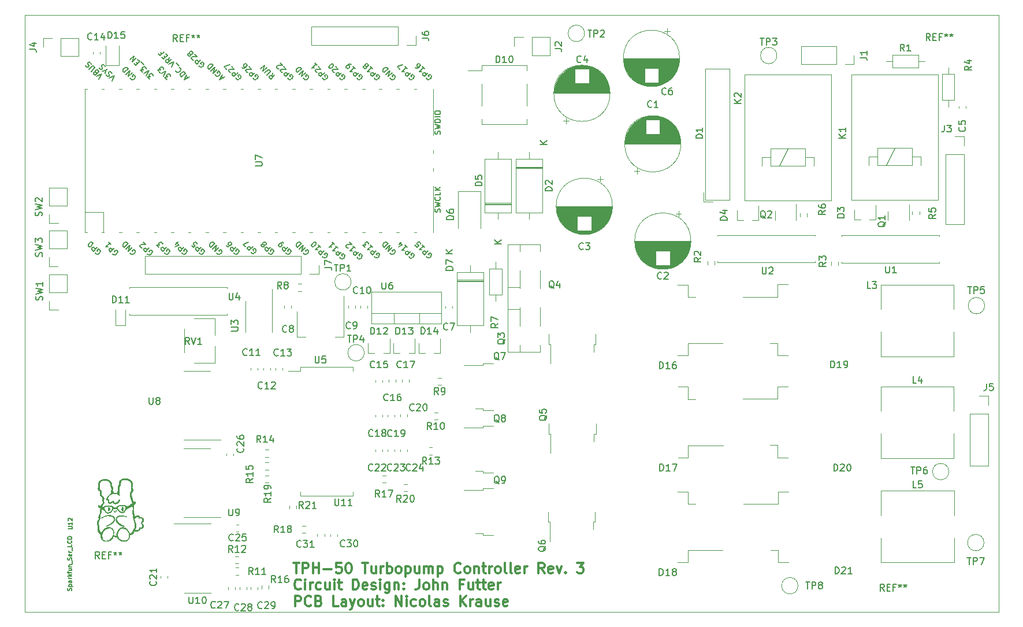
<source format=gbr>
%TF.GenerationSoftware,KiCad,Pcbnew,(6.0.0)*%
%TF.CreationDate,2022-07-07T17:58:35-06:00*%
%TF.ProjectId,Turbopump Controller,54757262-6f70-4756-9d70-20436f6e7472,rev?*%
%TF.SameCoordinates,Original*%
%TF.FileFunction,Legend,Top*%
%TF.FilePolarity,Positive*%
%FSLAX46Y46*%
G04 Gerber Fmt 4.6, Leading zero omitted, Abs format (unit mm)*
G04 Created by KiCad (PCBNEW (6.0.0)) date 2022-07-07 17:58:35*
%MOMM*%
%LPD*%
G01*
G04 APERTURE LIST*
%TA.AperFunction,Profile*%
%ADD10C,0.100000*%
%TD*%
%ADD11C,0.300000*%
%ADD12C,0.150000*%
%ADD13C,0.127000*%
%ADD14C,0.120000*%
G04 APERTURE END LIST*
D10*
X92870000Y-53320000D02*
X235620000Y-53320000D01*
X235620000Y-53320000D02*
X235620000Y-140720000D01*
X235620000Y-140720000D02*
X92870000Y-140720000D01*
X92870000Y-140720000D02*
X92870000Y-53320000D01*
D11*
X132267857Y-133563571D02*
X133125000Y-133563571D01*
X132696428Y-135063571D02*
X132696428Y-133563571D01*
X133625000Y-135063571D02*
X133625000Y-133563571D01*
X134196428Y-133563571D01*
X134339285Y-133635000D01*
X134410714Y-133706428D01*
X134482142Y-133849285D01*
X134482142Y-134063571D01*
X134410714Y-134206428D01*
X134339285Y-134277857D01*
X134196428Y-134349285D01*
X133625000Y-134349285D01*
X135125000Y-135063571D02*
X135125000Y-133563571D01*
X135125000Y-134277857D02*
X135982142Y-134277857D01*
X135982142Y-135063571D02*
X135982142Y-133563571D01*
X136696428Y-134492142D02*
X137839285Y-134492142D01*
X139267857Y-133563571D02*
X138553571Y-133563571D01*
X138482142Y-134277857D01*
X138553571Y-134206428D01*
X138696428Y-134135000D01*
X139053571Y-134135000D01*
X139196428Y-134206428D01*
X139267857Y-134277857D01*
X139339285Y-134420714D01*
X139339285Y-134777857D01*
X139267857Y-134920714D01*
X139196428Y-134992142D01*
X139053571Y-135063571D01*
X138696428Y-135063571D01*
X138553571Y-134992142D01*
X138482142Y-134920714D01*
X140267857Y-133563571D02*
X140410714Y-133563571D01*
X140553571Y-133635000D01*
X140625000Y-133706428D01*
X140696428Y-133849285D01*
X140767857Y-134135000D01*
X140767857Y-134492142D01*
X140696428Y-134777857D01*
X140625000Y-134920714D01*
X140553571Y-134992142D01*
X140410714Y-135063571D01*
X140267857Y-135063571D01*
X140125000Y-134992142D01*
X140053571Y-134920714D01*
X139982142Y-134777857D01*
X139910714Y-134492142D01*
X139910714Y-134135000D01*
X139982142Y-133849285D01*
X140053571Y-133706428D01*
X140125000Y-133635000D01*
X140267857Y-133563571D01*
X142339285Y-133563571D02*
X143196428Y-133563571D01*
X142767857Y-135063571D02*
X142767857Y-133563571D01*
X144339285Y-134063571D02*
X144339285Y-135063571D01*
X143696428Y-134063571D02*
X143696428Y-134849285D01*
X143767857Y-134992142D01*
X143910714Y-135063571D01*
X144125000Y-135063571D01*
X144267857Y-134992142D01*
X144339285Y-134920714D01*
X145053571Y-135063571D02*
X145053571Y-134063571D01*
X145053571Y-134349285D02*
X145125000Y-134206428D01*
X145196428Y-134135000D01*
X145339285Y-134063571D01*
X145482142Y-134063571D01*
X145982142Y-135063571D02*
X145982142Y-133563571D01*
X145982142Y-134135000D02*
X146125000Y-134063571D01*
X146410714Y-134063571D01*
X146553571Y-134135000D01*
X146625000Y-134206428D01*
X146696428Y-134349285D01*
X146696428Y-134777857D01*
X146625000Y-134920714D01*
X146553571Y-134992142D01*
X146410714Y-135063571D01*
X146125000Y-135063571D01*
X145982142Y-134992142D01*
X147553571Y-135063571D02*
X147410714Y-134992142D01*
X147339285Y-134920714D01*
X147267857Y-134777857D01*
X147267857Y-134349285D01*
X147339285Y-134206428D01*
X147410714Y-134135000D01*
X147553571Y-134063571D01*
X147767857Y-134063571D01*
X147910714Y-134135000D01*
X147982142Y-134206428D01*
X148053571Y-134349285D01*
X148053571Y-134777857D01*
X147982142Y-134920714D01*
X147910714Y-134992142D01*
X147767857Y-135063571D01*
X147553571Y-135063571D01*
X148696428Y-134063571D02*
X148696428Y-135563571D01*
X148696428Y-134135000D02*
X148839285Y-134063571D01*
X149125000Y-134063571D01*
X149267857Y-134135000D01*
X149339285Y-134206428D01*
X149410714Y-134349285D01*
X149410714Y-134777857D01*
X149339285Y-134920714D01*
X149267857Y-134992142D01*
X149125000Y-135063571D01*
X148839285Y-135063571D01*
X148696428Y-134992142D01*
X150696428Y-134063571D02*
X150696428Y-135063571D01*
X150053571Y-134063571D02*
X150053571Y-134849285D01*
X150125000Y-134992142D01*
X150267857Y-135063571D01*
X150482142Y-135063571D01*
X150625000Y-134992142D01*
X150696428Y-134920714D01*
X151410714Y-135063571D02*
X151410714Y-134063571D01*
X151410714Y-134206428D02*
X151482142Y-134135000D01*
X151625000Y-134063571D01*
X151839285Y-134063571D01*
X151982142Y-134135000D01*
X152053571Y-134277857D01*
X152053571Y-135063571D01*
X152053571Y-134277857D02*
X152125000Y-134135000D01*
X152267857Y-134063571D01*
X152482142Y-134063571D01*
X152625000Y-134135000D01*
X152696428Y-134277857D01*
X152696428Y-135063571D01*
X153410714Y-134063571D02*
X153410714Y-135563571D01*
X153410714Y-134135000D02*
X153553571Y-134063571D01*
X153839285Y-134063571D01*
X153982142Y-134135000D01*
X154053571Y-134206428D01*
X154125000Y-134349285D01*
X154125000Y-134777857D01*
X154053571Y-134920714D01*
X153982142Y-134992142D01*
X153839285Y-135063571D01*
X153553571Y-135063571D01*
X153410714Y-134992142D01*
X156767857Y-134920714D02*
X156696428Y-134992142D01*
X156482142Y-135063571D01*
X156339285Y-135063571D01*
X156125000Y-134992142D01*
X155982142Y-134849285D01*
X155910714Y-134706428D01*
X155839285Y-134420714D01*
X155839285Y-134206428D01*
X155910714Y-133920714D01*
X155982142Y-133777857D01*
X156125000Y-133635000D01*
X156339285Y-133563571D01*
X156482142Y-133563571D01*
X156696428Y-133635000D01*
X156767857Y-133706428D01*
X157625000Y-135063571D02*
X157482142Y-134992142D01*
X157410714Y-134920714D01*
X157339285Y-134777857D01*
X157339285Y-134349285D01*
X157410714Y-134206428D01*
X157482142Y-134135000D01*
X157625000Y-134063571D01*
X157839285Y-134063571D01*
X157982142Y-134135000D01*
X158053571Y-134206428D01*
X158125000Y-134349285D01*
X158125000Y-134777857D01*
X158053571Y-134920714D01*
X157982142Y-134992142D01*
X157839285Y-135063571D01*
X157625000Y-135063571D01*
X158767857Y-134063571D02*
X158767857Y-135063571D01*
X158767857Y-134206428D02*
X158839285Y-134135000D01*
X158982142Y-134063571D01*
X159196428Y-134063571D01*
X159339285Y-134135000D01*
X159410714Y-134277857D01*
X159410714Y-135063571D01*
X159910714Y-134063571D02*
X160482142Y-134063571D01*
X160125000Y-133563571D02*
X160125000Y-134849285D01*
X160196428Y-134992142D01*
X160339285Y-135063571D01*
X160482142Y-135063571D01*
X160982142Y-135063571D02*
X160982142Y-134063571D01*
X160982142Y-134349285D02*
X161053571Y-134206428D01*
X161125000Y-134135000D01*
X161267857Y-134063571D01*
X161410714Y-134063571D01*
X162125000Y-135063571D02*
X161982142Y-134992142D01*
X161910714Y-134920714D01*
X161839285Y-134777857D01*
X161839285Y-134349285D01*
X161910714Y-134206428D01*
X161982142Y-134135000D01*
X162125000Y-134063571D01*
X162339285Y-134063571D01*
X162482142Y-134135000D01*
X162553571Y-134206428D01*
X162625000Y-134349285D01*
X162625000Y-134777857D01*
X162553571Y-134920714D01*
X162482142Y-134992142D01*
X162339285Y-135063571D01*
X162125000Y-135063571D01*
X163482142Y-135063571D02*
X163339285Y-134992142D01*
X163267857Y-134849285D01*
X163267857Y-133563571D01*
X164267857Y-135063571D02*
X164125000Y-134992142D01*
X164053571Y-134849285D01*
X164053571Y-133563571D01*
X165410714Y-134992142D02*
X165267857Y-135063571D01*
X164982142Y-135063571D01*
X164839285Y-134992142D01*
X164767857Y-134849285D01*
X164767857Y-134277857D01*
X164839285Y-134135000D01*
X164982142Y-134063571D01*
X165267857Y-134063571D01*
X165410714Y-134135000D01*
X165482142Y-134277857D01*
X165482142Y-134420714D01*
X164767857Y-134563571D01*
X166125000Y-135063571D02*
X166125000Y-134063571D01*
X166125000Y-134349285D02*
X166196428Y-134206428D01*
X166267857Y-134135000D01*
X166410714Y-134063571D01*
X166553571Y-134063571D01*
X169053571Y-135063571D02*
X168553571Y-134349285D01*
X168196428Y-135063571D02*
X168196428Y-133563571D01*
X168767857Y-133563571D01*
X168910714Y-133635000D01*
X168982142Y-133706428D01*
X169053571Y-133849285D01*
X169053571Y-134063571D01*
X168982142Y-134206428D01*
X168910714Y-134277857D01*
X168767857Y-134349285D01*
X168196428Y-134349285D01*
X170267857Y-134992142D02*
X170125000Y-135063571D01*
X169839285Y-135063571D01*
X169696428Y-134992142D01*
X169625000Y-134849285D01*
X169625000Y-134277857D01*
X169696428Y-134135000D01*
X169839285Y-134063571D01*
X170125000Y-134063571D01*
X170267857Y-134135000D01*
X170339285Y-134277857D01*
X170339285Y-134420714D01*
X169625000Y-134563571D01*
X170839285Y-134063571D02*
X171196428Y-135063571D01*
X171553571Y-134063571D01*
X172125000Y-134920714D02*
X172196428Y-134992142D01*
X172125000Y-135063571D01*
X172053571Y-134992142D01*
X172125000Y-134920714D01*
X172125000Y-135063571D01*
X173839285Y-133563571D02*
X174767857Y-133563571D01*
X174267857Y-134135000D01*
X174482142Y-134135000D01*
X174625000Y-134206428D01*
X174696428Y-134277857D01*
X174767857Y-134420714D01*
X174767857Y-134777857D01*
X174696428Y-134920714D01*
X174625000Y-134992142D01*
X174482142Y-135063571D01*
X174053571Y-135063571D01*
X173910714Y-134992142D01*
X173839285Y-134920714D01*
X133339285Y-137335714D02*
X133267857Y-137407142D01*
X133053571Y-137478571D01*
X132910714Y-137478571D01*
X132696428Y-137407142D01*
X132553571Y-137264285D01*
X132482142Y-137121428D01*
X132410714Y-136835714D01*
X132410714Y-136621428D01*
X132482142Y-136335714D01*
X132553571Y-136192857D01*
X132696428Y-136050000D01*
X132910714Y-135978571D01*
X133053571Y-135978571D01*
X133267857Y-136050000D01*
X133339285Y-136121428D01*
X133982142Y-137478571D02*
X133982142Y-136478571D01*
X133982142Y-135978571D02*
X133910714Y-136050000D01*
X133982142Y-136121428D01*
X134053571Y-136050000D01*
X133982142Y-135978571D01*
X133982142Y-136121428D01*
X134696428Y-137478571D02*
X134696428Y-136478571D01*
X134696428Y-136764285D02*
X134767857Y-136621428D01*
X134839285Y-136550000D01*
X134982142Y-136478571D01*
X135125000Y-136478571D01*
X136267857Y-137407142D02*
X136125000Y-137478571D01*
X135839285Y-137478571D01*
X135696428Y-137407142D01*
X135625000Y-137335714D01*
X135553571Y-137192857D01*
X135553571Y-136764285D01*
X135625000Y-136621428D01*
X135696428Y-136550000D01*
X135839285Y-136478571D01*
X136125000Y-136478571D01*
X136267857Y-136550000D01*
X137553571Y-136478571D02*
X137553571Y-137478571D01*
X136910714Y-136478571D02*
X136910714Y-137264285D01*
X136982142Y-137407142D01*
X137125000Y-137478571D01*
X137339285Y-137478571D01*
X137482142Y-137407142D01*
X137553571Y-137335714D01*
X138267857Y-137478571D02*
X138267857Y-136478571D01*
X138267857Y-135978571D02*
X138196428Y-136050000D01*
X138267857Y-136121428D01*
X138339285Y-136050000D01*
X138267857Y-135978571D01*
X138267857Y-136121428D01*
X138767857Y-136478571D02*
X139339285Y-136478571D01*
X138982142Y-135978571D02*
X138982142Y-137264285D01*
X139053571Y-137407142D01*
X139196428Y-137478571D01*
X139339285Y-137478571D01*
X140982142Y-137478571D02*
X140982142Y-135978571D01*
X141339285Y-135978571D01*
X141553571Y-136050000D01*
X141696428Y-136192857D01*
X141767857Y-136335714D01*
X141839285Y-136621428D01*
X141839285Y-136835714D01*
X141767857Y-137121428D01*
X141696428Y-137264285D01*
X141553571Y-137407142D01*
X141339285Y-137478571D01*
X140982142Y-137478571D01*
X143053571Y-137407142D02*
X142910714Y-137478571D01*
X142625000Y-137478571D01*
X142482142Y-137407142D01*
X142410714Y-137264285D01*
X142410714Y-136692857D01*
X142482142Y-136550000D01*
X142625000Y-136478571D01*
X142910714Y-136478571D01*
X143053571Y-136550000D01*
X143125000Y-136692857D01*
X143125000Y-136835714D01*
X142410714Y-136978571D01*
X143696428Y-137407142D02*
X143839285Y-137478571D01*
X144125000Y-137478571D01*
X144267857Y-137407142D01*
X144339285Y-137264285D01*
X144339285Y-137192857D01*
X144267857Y-137050000D01*
X144125000Y-136978571D01*
X143910714Y-136978571D01*
X143767857Y-136907142D01*
X143696428Y-136764285D01*
X143696428Y-136692857D01*
X143767857Y-136550000D01*
X143910714Y-136478571D01*
X144125000Y-136478571D01*
X144267857Y-136550000D01*
X144982142Y-137478571D02*
X144982142Y-136478571D01*
X144982142Y-135978571D02*
X144910714Y-136050000D01*
X144982142Y-136121428D01*
X145053571Y-136050000D01*
X144982142Y-135978571D01*
X144982142Y-136121428D01*
X146339285Y-136478571D02*
X146339285Y-137692857D01*
X146267857Y-137835714D01*
X146196428Y-137907142D01*
X146053571Y-137978571D01*
X145839285Y-137978571D01*
X145696428Y-137907142D01*
X146339285Y-137407142D02*
X146196428Y-137478571D01*
X145910714Y-137478571D01*
X145767857Y-137407142D01*
X145696428Y-137335714D01*
X145625000Y-137192857D01*
X145625000Y-136764285D01*
X145696428Y-136621428D01*
X145767857Y-136550000D01*
X145910714Y-136478571D01*
X146196428Y-136478571D01*
X146339285Y-136550000D01*
X147053571Y-136478571D02*
X147053571Y-137478571D01*
X147053571Y-136621428D02*
X147125000Y-136550000D01*
X147267857Y-136478571D01*
X147482142Y-136478571D01*
X147625000Y-136550000D01*
X147696428Y-136692857D01*
X147696428Y-137478571D01*
X148410714Y-137335714D02*
X148482142Y-137407142D01*
X148410714Y-137478571D01*
X148339285Y-137407142D01*
X148410714Y-137335714D01*
X148410714Y-137478571D01*
X148410714Y-136550000D02*
X148482142Y-136621428D01*
X148410714Y-136692857D01*
X148339285Y-136621428D01*
X148410714Y-136550000D01*
X148410714Y-136692857D01*
X150696428Y-135978571D02*
X150696428Y-137050000D01*
X150625000Y-137264285D01*
X150482142Y-137407142D01*
X150267857Y-137478571D01*
X150125000Y-137478571D01*
X151625000Y-137478571D02*
X151482142Y-137407142D01*
X151410714Y-137335714D01*
X151339285Y-137192857D01*
X151339285Y-136764285D01*
X151410714Y-136621428D01*
X151482142Y-136550000D01*
X151625000Y-136478571D01*
X151839285Y-136478571D01*
X151982142Y-136550000D01*
X152053571Y-136621428D01*
X152125000Y-136764285D01*
X152125000Y-137192857D01*
X152053571Y-137335714D01*
X151982142Y-137407142D01*
X151839285Y-137478571D01*
X151625000Y-137478571D01*
X152767857Y-137478571D02*
X152767857Y-135978571D01*
X153410714Y-137478571D02*
X153410714Y-136692857D01*
X153339285Y-136550000D01*
X153196428Y-136478571D01*
X152982142Y-136478571D01*
X152839285Y-136550000D01*
X152767857Y-136621428D01*
X154125000Y-136478571D02*
X154125000Y-137478571D01*
X154125000Y-136621428D02*
X154196428Y-136550000D01*
X154339285Y-136478571D01*
X154553571Y-136478571D01*
X154696428Y-136550000D01*
X154767857Y-136692857D01*
X154767857Y-137478571D01*
X157125000Y-136692857D02*
X156625000Y-136692857D01*
X156625000Y-137478571D02*
X156625000Y-135978571D01*
X157339285Y-135978571D01*
X158553571Y-136478571D02*
X158553571Y-137478571D01*
X157910714Y-136478571D02*
X157910714Y-137264285D01*
X157982142Y-137407142D01*
X158125000Y-137478571D01*
X158339285Y-137478571D01*
X158482142Y-137407142D01*
X158553571Y-137335714D01*
X159053571Y-136478571D02*
X159625000Y-136478571D01*
X159267857Y-135978571D02*
X159267857Y-137264285D01*
X159339285Y-137407142D01*
X159482142Y-137478571D01*
X159625000Y-137478571D01*
X159910714Y-136478571D02*
X160482142Y-136478571D01*
X160125000Y-135978571D02*
X160125000Y-137264285D01*
X160196428Y-137407142D01*
X160339285Y-137478571D01*
X160482142Y-137478571D01*
X161553571Y-137407142D02*
X161410714Y-137478571D01*
X161125000Y-137478571D01*
X160982142Y-137407142D01*
X160910714Y-137264285D01*
X160910714Y-136692857D01*
X160982142Y-136550000D01*
X161125000Y-136478571D01*
X161410714Y-136478571D01*
X161553571Y-136550000D01*
X161625000Y-136692857D01*
X161625000Y-136835714D01*
X160910714Y-136978571D01*
X162267857Y-137478571D02*
X162267857Y-136478571D01*
X162267857Y-136764285D02*
X162339285Y-136621428D01*
X162410714Y-136550000D01*
X162553571Y-136478571D01*
X162696428Y-136478571D01*
X132482142Y-139893571D02*
X132482142Y-138393571D01*
X133053571Y-138393571D01*
X133196428Y-138465000D01*
X133267857Y-138536428D01*
X133339285Y-138679285D01*
X133339285Y-138893571D01*
X133267857Y-139036428D01*
X133196428Y-139107857D01*
X133053571Y-139179285D01*
X132482142Y-139179285D01*
X134839285Y-139750714D02*
X134767857Y-139822142D01*
X134553571Y-139893571D01*
X134410714Y-139893571D01*
X134196428Y-139822142D01*
X134053571Y-139679285D01*
X133982142Y-139536428D01*
X133910714Y-139250714D01*
X133910714Y-139036428D01*
X133982142Y-138750714D01*
X134053571Y-138607857D01*
X134196428Y-138465000D01*
X134410714Y-138393571D01*
X134553571Y-138393571D01*
X134767857Y-138465000D01*
X134839285Y-138536428D01*
X135982142Y-139107857D02*
X136196428Y-139179285D01*
X136267857Y-139250714D01*
X136339285Y-139393571D01*
X136339285Y-139607857D01*
X136267857Y-139750714D01*
X136196428Y-139822142D01*
X136053571Y-139893571D01*
X135482142Y-139893571D01*
X135482142Y-138393571D01*
X135982142Y-138393571D01*
X136125000Y-138465000D01*
X136196428Y-138536428D01*
X136267857Y-138679285D01*
X136267857Y-138822142D01*
X136196428Y-138965000D01*
X136125000Y-139036428D01*
X135982142Y-139107857D01*
X135482142Y-139107857D01*
X138839285Y-139893571D02*
X138125000Y-139893571D01*
X138125000Y-138393571D01*
X139982142Y-139893571D02*
X139982142Y-139107857D01*
X139910714Y-138965000D01*
X139767857Y-138893571D01*
X139482142Y-138893571D01*
X139339285Y-138965000D01*
X139982142Y-139822142D02*
X139839285Y-139893571D01*
X139482142Y-139893571D01*
X139339285Y-139822142D01*
X139267857Y-139679285D01*
X139267857Y-139536428D01*
X139339285Y-139393571D01*
X139482142Y-139322142D01*
X139839285Y-139322142D01*
X139982142Y-139250714D01*
X140553571Y-138893571D02*
X140910714Y-139893571D01*
X141267857Y-138893571D02*
X140910714Y-139893571D01*
X140767857Y-140250714D01*
X140696428Y-140322142D01*
X140553571Y-140393571D01*
X142053571Y-139893571D02*
X141910714Y-139822142D01*
X141839285Y-139750714D01*
X141767857Y-139607857D01*
X141767857Y-139179285D01*
X141839285Y-139036428D01*
X141910714Y-138965000D01*
X142053571Y-138893571D01*
X142267857Y-138893571D01*
X142410714Y-138965000D01*
X142482142Y-139036428D01*
X142553571Y-139179285D01*
X142553571Y-139607857D01*
X142482142Y-139750714D01*
X142410714Y-139822142D01*
X142267857Y-139893571D01*
X142053571Y-139893571D01*
X143839285Y-138893571D02*
X143839285Y-139893571D01*
X143196428Y-138893571D02*
X143196428Y-139679285D01*
X143267857Y-139822142D01*
X143410714Y-139893571D01*
X143625000Y-139893571D01*
X143767857Y-139822142D01*
X143839285Y-139750714D01*
X144339285Y-138893571D02*
X144910714Y-138893571D01*
X144553571Y-138393571D02*
X144553571Y-139679285D01*
X144625000Y-139822142D01*
X144767857Y-139893571D01*
X144910714Y-139893571D01*
X145410714Y-139750714D02*
X145482142Y-139822142D01*
X145410714Y-139893571D01*
X145339285Y-139822142D01*
X145410714Y-139750714D01*
X145410714Y-139893571D01*
X145410714Y-138965000D02*
X145482142Y-139036428D01*
X145410714Y-139107857D01*
X145339285Y-139036428D01*
X145410714Y-138965000D01*
X145410714Y-139107857D01*
X147267857Y-139893571D02*
X147267857Y-138393571D01*
X148125000Y-139893571D01*
X148125000Y-138393571D01*
X148839285Y-139893571D02*
X148839285Y-138893571D01*
X148839285Y-138393571D02*
X148767857Y-138465000D01*
X148839285Y-138536428D01*
X148910714Y-138465000D01*
X148839285Y-138393571D01*
X148839285Y-138536428D01*
X150196428Y-139822142D02*
X150053571Y-139893571D01*
X149767857Y-139893571D01*
X149625000Y-139822142D01*
X149553571Y-139750714D01*
X149482142Y-139607857D01*
X149482142Y-139179285D01*
X149553571Y-139036428D01*
X149625000Y-138965000D01*
X149767857Y-138893571D01*
X150053571Y-138893571D01*
X150196428Y-138965000D01*
X151053571Y-139893571D02*
X150910714Y-139822142D01*
X150839285Y-139750714D01*
X150767857Y-139607857D01*
X150767857Y-139179285D01*
X150839285Y-139036428D01*
X150910714Y-138965000D01*
X151053571Y-138893571D01*
X151267857Y-138893571D01*
X151410714Y-138965000D01*
X151482142Y-139036428D01*
X151553571Y-139179285D01*
X151553571Y-139607857D01*
X151482142Y-139750714D01*
X151410714Y-139822142D01*
X151267857Y-139893571D01*
X151053571Y-139893571D01*
X152410714Y-139893571D02*
X152267857Y-139822142D01*
X152196428Y-139679285D01*
X152196428Y-138393571D01*
X153625000Y-139893571D02*
X153625000Y-139107857D01*
X153553571Y-138965000D01*
X153410714Y-138893571D01*
X153125000Y-138893571D01*
X152982142Y-138965000D01*
X153625000Y-139822142D02*
X153482142Y-139893571D01*
X153125000Y-139893571D01*
X152982142Y-139822142D01*
X152910714Y-139679285D01*
X152910714Y-139536428D01*
X152982142Y-139393571D01*
X153125000Y-139322142D01*
X153482142Y-139322142D01*
X153625000Y-139250714D01*
X154267857Y-139822142D02*
X154410714Y-139893571D01*
X154696428Y-139893571D01*
X154839285Y-139822142D01*
X154910714Y-139679285D01*
X154910714Y-139607857D01*
X154839285Y-139465000D01*
X154696428Y-139393571D01*
X154482142Y-139393571D01*
X154339285Y-139322142D01*
X154267857Y-139179285D01*
X154267857Y-139107857D01*
X154339285Y-138965000D01*
X154482142Y-138893571D01*
X154696428Y-138893571D01*
X154839285Y-138965000D01*
X156696428Y-139893571D02*
X156696428Y-138393571D01*
X157553571Y-139893571D02*
X156910714Y-139036428D01*
X157553571Y-138393571D02*
X156696428Y-139250714D01*
X158196428Y-139893571D02*
X158196428Y-138893571D01*
X158196428Y-139179285D02*
X158267857Y-139036428D01*
X158339285Y-138965000D01*
X158482142Y-138893571D01*
X158625000Y-138893571D01*
X159767857Y-139893571D02*
X159767857Y-139107857D01*
X159696428Y-138965000D01*
X159553571Y-138893571D01*
X159267857Y-138893571D01*
X159125000Y-138965000D01*
X159767857Y-139822142D02*
X159625000Y-139893571D01*
X159267857Y-139893571D01*
X159125000Y-139822142D01*
X159053571Y-139679285D01*
X159053571Y-139536428D01*
X159125000Y-139393571D01*
X159267857Y-139322142D01*
X159625000Y-139322142D01*
X159767857Y-139250714D01*
X161125000Y-138893571D02*
X161125000Y-139893571D01*
X160482142Y-138893571D02*
X160482142Y-139679285D01*
X160553571Y-139822142D01*
X160696428Y-139893571D01*
X160910714Y-139893571D01*
X161053571Y-139822142D01*
X161125000Y-139750714D01*
X161767857Y-139822142D02*
X161910714Y-139893571D01*
X162196428Y-139893571D01*
X162339285Y-139822142D01*
X162410714Y-139679285D01*
X162410714Y-139607857D01*
X162339285Y-139465000D01*
X162196428Y-139393571D01*
X161982142Y-139393571D01*
X161839285Y-139322142D01*
X161767857Y-139179285D01*
X161767857Y-139107857D01*
X161839285Y-138965000D01*
X161982142Y-138893571D01*
X162196428Y-138893571D01*
X162339285Y-138965000D01*
X163625000Y-139822142D02*
X163482142Y-139893571D01*
X163196428Y-139893571D01*
X163053571Y-139822142D01*
X162982142Y-139679285D01*
X162982142Y-139107857D01*
X163053571Y-138965000D01*
X163196428Y-138893571D01*
X163482142Y-138893571D01*
X163625000Y-138965000D01*
X163696428Y-139107857D01*
X163696428Y-139250714D01*
X162982142Y-139393571D01*
D12*
%TO.C,SW1*%
X95434761Y-95073333D02*
X95482380Y-94930476D01*
X95482380Y-94692380D01*
X95434761Y-94597142D01*
X95387142Y-94549523D01*
X95291904Y-94501904D01*
X95196666Y-94501904D01*
X95101428Y-94549523D01*
X95053809Y-94597142D01*
X95006190Y-94692380D01*
X94958571Y-94882857D01*
X94910952Y-94978095D01*
X94863333Y-95025714D01*
X94768095Y-95073333D01*
X94672857Y-95073333D01*
X94577619Y-95025714D01*
X94530000Y-94978095D01*
X94482380Y-94882857D01*
X94482380Y-94644761D01*
X94530000Y-94501904D01*
X94482380Y-94168571D02*
X95482380Y-93930476D01*
X94768095Y-93740000D01*
X95482380Y-93549523D01*
X94482380Y-93311428D01*
X95482380Y-92406666D02*
X95482380Y-92978095D01*
X95482380Y-92692380D02*
X94482380Y-92692380D01*
X94625238Y-92787619D01*
X94720476Y-92882857D01*
X94768095Y-92978095D01*
%TO.C,D19*%
X211015714Y-104972380D02*
X211015714Y-103972380D01*
X211253809Y-103972380D01*
X211396666Y-104020000D01*
X211491904Y-104115238D01*
X211539523Y-104210476D01*
X211587142Y-104400952D01*
X211587142Y-104543809D01*
X211539523Y-104734285D01*
X211491904Y-104829523D01*
X211396666Y-104924761D01*
X211253809Y-104972380D01*
X211015714Y-104972380D01*
X212539523Y-104972380D02*
X211968095Y-104972380D01*
X212253809Y-104972380D02*
X212253809Y-103972380D01*
X212158571Y-104115238D01*
X212063333Y-104210476D01*
X211968095Y-104258095D01*
X213015714Y-104972380D02*
X213206190Y-104972380D01*
X213301428Y-104924761D01*
X213349047Y-104877142D01*
X213444285Y-104734285D01*
X213491904Y-104543809D01*
X213491904Y-104162857D01*
X213444285Y-104067619D01*
X213396666Y-104020000D01*
X213301428Y-103972380D01*
X213110952Y-103972380D01*
X213015714Y-104020000D01*
X212968095Y-104067619D01*
X212920476Y-104162857D01*
X212920476Y-104400952D01*
X212968095Y-104496190D01*
X213015714Y-104543809D01*
X213110952Y-104591428D01*
X213301428Y-104591428D01*
X213396666Y-104543809D01*
X213444285Y-104496190D01*
X213491904Y-104400952D01*
%TO.C,REF\u002A\u002A*%
X225596666Y-57022380D02*
X225263333Y-56546190D01*
X225025238Y-57022380D02*
X225025238Y-56022380D01*
X225406190Y-56022380D01*
X225501428Y-56070000D01*
X225549047Y-56117619D01*
X225596666Y-56212857D01*
X225596666Y-56355714D01*
X225549047Y-56450952D01*
X225501428Y-56498571D01*
X225406190Y-56546190D01*
X225025238Y-56546190D01*
X226025238Y-56498571D02*
X226358571Y-56498571D01*
X226501428Y-57022380D02*
X226025238Y-57022380D01*
X226025238Y-56022380D01*
X226501428Y-56022380D01*
X227263333Y-56498571D02*
X226930000Y-56498571D01*
X226930000Y-57022380D02*
X226930000Y-56022380D01*
X227406190Y-56022380D01*
X227930000Y-56022380D02*
X227930000Y-56260476D01*
X227691904Y-56165238D02*
X227930000Y-56260476D01*
X228168095Y-56165238D01*
X227787142Y-56450952D02*
X227930000Y-56260476D01*
X228072857Y-56450952D01*
X228691904Y-56022380D02*
X228691904Y-56260476D01*
X228453809Y-56165238D02*
X228691904Y-56260476D01*
X228930000Y-56165238D01*
X228549047Y-56450952D02*
X228691904Y-56260476D01*
X228834761Y-56450952D01*
%TO.C,U1*%
X219058095Y-90092380D02*
X219058095Y-90901904D01*
X219105714Y-90997142D01*
X219153333Y-91044761D01*
X219248571Y-91092380D01*
X219439047Y-91092380D01*
X219534285Y-91044761D01*
X219581904Y-90997142D01*
X219629523Y-90901904D01*
X219629523Y-90092380D01*
X220629523Y-91092380D02*
X220058095Y-91092380D01*
X220343809Y-91092380D02*
X220343809Y-90092380D01*
X220248571Y-90235238D01*
X220153333Y-90330476D01*
X220058095Y-90378095D01*
%TO.C,TP7*%
X231018095Y-132782380D02*
X231589523Y-132782380D01*
X231303809Y-133782380D02*
X231303809Y-132782380D01*
X231922857Y-133782380D02*
X231922857Y-132782380D01*
X232303809Y-132782380D01*
X232399047Y-132830000D01*
X232446666Y-132877619D01*
X232494285Y-132972857D01*
X232494285Y-133115714D01*
X232446666Y-133210952D01*
X232399047Y-133258571D01*
X232303809Y-133306190D01*
X231922857Y-133306190D01*
X232827619Y-132782380D02*
X233494285Y-132782380D01*
X233065714Y-133782380D01*
%TO.C,R1*%
X221793333Y-58582380D02*
X221460000Y-58106190D01*
X221221904Y-58582380D02*
X221221904Y-57582380D01*
X221602857Y-57582380D01*
X221698095Y-57630000D01*
X221745714Y-57677619D01*
X221793333Y-57772857D01*
X221793333Y-57915714D01*
X221745714Y-58010952D01*
X221698095Y-58058571D01*
X221602857Y-58106190D01*
X221221904Y-58106190D01*
X222745714Y-58582380D02*
X222174285Y-58582380D01*
X222460000Y-58582380D02*
X222460000Y-57582380D01*
X222364761Y-57725238D01*
X222269523Y-57820476D01*
X222174285Y-57868095D01*
%TO.C,R10*%
X152467142Y-113992380D02*
X152133809Y-113516190D01*
X151895714Y-113992380D02*
X151895714Y-112992380D01*
X152276666Y-112992380D01*
X152371904Y-113040000D01*
X152419523Y-113087619D01*
X152467142Y-113182857D01*
X152467142Y-113325714D01*
X152419523Y-113420952D01*
X152371904Y-113468571D01*
X152276666Y-113516190D01*
X151895714Y-113516190D01*
X153419523Y-113992380D02*
X152848095Y-113992380D01*
X153133809Y-113992380D02*
X153133809Y-112992380D01*
X153038571Y-113135238D01*
X152943333Y-113230476D01*
X152848095Y-113278095D01*
X154038571Y-112992380D02*
X154133809Y-112992380D01*
X154229047Y-113040000D01*
X154276666Y-113087619D01*
X154324285Y-113182857D01*
X154371904Y-113373333D01*
X154371904Y-113611428D01*
X154324285Y-113801904D01*
X154276666Y-113897142D01*
X154229047Y-113944761D01*
X154133809Y-113992380D01*
X154038571Y-113992380D01*
X153943333Y-113944761D01*
X153895714Y-113897142D01*
X153848095Y-113801904D01*
X153800476Y-113611428D01*
X153800476Y-113373333D01*
X153848095Y-113182857D01*
X153895714Y-113087619D01*
X153943333Y-113040000D01*
X154038571Y-112992380D01*
%TO.C,D10*%
X161945714Y-60276380D02*
X161945714Y-59276380D01*
X162183809Y-59276380D01*
X162326666Y-59324000D01*
X162421904Y-59419238D01*
X162469523Y-59514476D01*
X162517142Y-59704952D01*
X162517142Y-59847809D01*
X162469523Y-60038285D01*
X162421904Y-60133523D01*
X162326666Y-60228761D01*
X162183809Y-60276380D01*
X161945714Y-60276380D01*
X163469523Y-60276380D02*
X162898095Y-60276380D01*
X163183809Y-60276380D02*
X163183809Y-59276380D01*
X163088571Y-59419238D01*
X162993333Y-59514476D01*
X162898095Y-59562095D01*
X164088571Y-59276380D02*
X164183809Y-59276380D01*
X164279047Y-59324000D01*
X164326666Y-59371619D01*
X164374285Y-59466857D01*
X164421904Y-59657333D01*
X164421904Y-59895428D01*
X164374285Y-60085904D01*
X164326666Y-60181142D01*
X164279047Y-60228761D01*
X164183809Y-60276380D01*
X164088571Y-60276380D01*
X163993333Y-60228761D01*
X163945714Y-60181142D01*
X163898095Y-60085904D01*
X163850476Y-59895428D01*
X163850476Y-59657333D01*
X163898095Y-59466857D01*
X163945714Y-59371619D01*
X163993333Y-59324000D01*
X164088571Y-59276380D01*
%TO.C,R8*%
X130503333Y-93392380D02*
X130170000Y-92916190D01*
X129931904Y-93392380D02*
X129931904Y-92392380D01*
X130312857Y-92392380D01*
X130408095Y-92440000D01*
X130455714Y-92487619D01*
X130503333Y-92582857D01*
X130503333Y-92725714D01*
X130455714Y-92820952D01*
X130408095Y-92868571D01*
X130312857Y-92916190D01*
X129931904Y-92916190D01*
X131074761Y-92820952D02*
X130979523Y-92773333D01*
X130931904Y-92725714D01*
X130884285Y-92630476D01*
X130884285Y-92582857D01*
X130931904Y-92487619D01*
X130979523Y-92440000D01*
X131074761Y-92392380D01*
X131265238Y-92392380D01*
X131360476Y-92440000D01*
X131408095Y-92487619D01*
X131455714Y-92582857D01*
X131455714Y-92630476D01*
X131408095Y-92725714D01*
X131360476Y-92773333D01*
X131265238Y-92820952D01*
X131074761Y-92820952D01*
X130979523Y-92868571D01*
X130931904Y-92916190D01*
X130884285Y-93011428D01*
X130884285Y-93201904D01*
X130931904Y-93297142D01*
X130979523Y-93344761D01*
X131074761Y-93392380D01*
X131265238Y-93392380D01*
X131360476Y-93344761D01*
X131408095Y-93297142D01*
X131455714Y-93201904D01*
X131455714Y-93011428D01*
X131408095Y-92916190D01*
X131360476Y-92868571D01*
X131265238Y-92820952D01*
%TO.C,J1*%
X215307380Y-59538333D02*
X216021666Y-59538333D01*
X216164523Y-59585952D01*
X216259761Y-59681190D01*
X216307380Y-59824047D01*
X216307380Y-59919285D01*
X216307380Y-58538333D02*
X216307380Y-59109761D01*
X216307380Y-58824047D02*
X215307380Y-58824047D01*
X215450238Y-58919285D01*
X215545476Y-59014523D01*
X215593095Y-59109761D01*
%TO.C,Q8*%
X162419761Y-112962619D02*
X162324523Y-112915000D01*
X162229285Y-112819761D01*
X162086428Y-112676904D01*
X161991190Y-112629285D01*
X161895952Y-112629285D01*
X161943571Y-112867380D02*
X161848333Y-112819761D01*
X161753095Y-112724523D01*
X161705476Y-112534047D01*
X161705476Y-112200714D01*
X161753095Y-112010238D01*
X161848333Y-111915000D01*
X161943571Y-111867380D01*
X162134047Y-111867380D01*
X162229285Y-111915000D01*
X162324523Y-112010238D01*
X162372142Y-112200714D01*
X162372142Y-112534047D01*
X162324523Y-112724523D01*
X162229285Y-112819761D01*
X162134047Y-112867380D01*
X161943571Y-112867380D01*
X162943571Y-112295952D02*
X162848333Y-112248333D01*
X162800714Y-112200714D01*
X162753095Y-112105476D01*
X162753095Y-112057857D01*
X162800714Y-111962619D01*
X162848333Y-111915000D01*
X162943571Y-111867380D01*
X163134047Y-111867380D01*
X163229285Y-111915000D01*
X163276904Y-111962619D01*
X163324523Y-112057857D01*
X163324523Y-112105476D01*
X163276904Y-112200714D01*
X163229285Y-112248333D01*
X163134047Y-112295952D01*
X162943571Y-112295952D01*
X162848333Y-112343571D01*
X162800714Y-112391190D01*
X162753095Y-112486428D01*
X162753095Y-112676904D01*
X162800714Y-112772142D01*
X162848333Y-112819761D01*
X162943571Y-112867380D01*
X163134047Y-112867380D01*
X163229285Y-112819761D01*
X163276904Y-112772142D01*
X163324523Y-112676904D01*
X163324523Y-112486428D01*
X163276904Y-112391190D01*
X163229285Y-112343571D01*
X163134047Y-112295952D01*
%TO.C,C31*%
X133367142Y-131177142D02*
X133319523Y-131224761D01*
X133176666Y-131272380D01*
X133081428Y-131272380D01*
X132938571Y-131224761D01*
X132843333Y-131129523D01*
X132795714Y-131034285D01*
X132748095Y-130843809D01*
X132748095Y-130700952D01*
X132795714Y-130510476D01*
X132843333Y-130415238D01*
X132938571Y-130320000D01*
X133081428Y-130272380D01*
X133176666Y-130272380D01*
X133319523Y-130320000D01*
X133367142Y-130367619D01*
X133700476Y-130272380D02*
X134319523Y-130272380D01*
X133986190Y-130653333D01*
X134129047Y-130653333D01*
X134224285Y-130700952D01*
X134271904Y-130748571D01*
X134319523Y-130843809D01*
X134319523Y-131081904D01*
X134271904Y-131177142D01*
X134224285Y-131224761D01*
X134129047Y-131272380D01*
X133843333Y-131272380D01*
X133748095Y-131224761D01*
X133700476Y-131177142D01*
X135271904Y-131272380D02*
X134700476Y-131272380D01*
X134986190Y-131272380D02*
X134986190Y-130272380D01*
X134890952Y-130415238D01*
X134795714Y-130510476D01*
X134700476Y-130558095D01*
%TO.C,TP4*%
X140178095Y-100234380D02*
X140749523Y-100234380D01*
X140463809Y-101234380D02*
X140463809Y-100234380D01*
X141082857Y-101234380D02*
X141082857Y-100234380D01*
X141463809Y-100234380D01*
X141559047Y-100282000D01*
X141606666Y-100329619D01*
X141654285Y-100424857D01*
X141654285Y-100567714D01*
X141606666Y-100662952D01*
X141559047Y-100710571D01*
X141463809Y-100758190D01*
X141082857Y-100758190D01*
X142511428Y-100567714D02*
X142511428Y-101234380D01*
X142273333Y-100186761D02*
X142035238Y-100901047D01*
X142654285Y-100901047D01*
%TO.C,C20*%
X149927142Y-111167142D02*
X149879523Y-111214761D01*
X149736666Y-111262380D01*
X149641428Y-111262380D01*
X149498571Y-111214761D01*
X149403333Y-111119523D01*
X149355714Y-111024285D01*
X149308095Y-110833809D01*
X149308095Y-110690952D01*
X149355714Y-110500476D01*
X149403333Y-110405238D01*
X149498571Y-110310000D01*
X149641428Y-110262380D01*
X149736666Y-110262380D01*
X149879523Y-110310000D01*
X149927142Y-110357619D01*
X150308095Y-110357619D02*
X150355714Y-110310000D01*
X150450952Y-110262380D01*
X150689047Y-110262380D01*
X150784285Y-110310000D01*
X150831904Y-110357619D01*
X150879523Y-110452857D01*
X150879523Y-110548095D01*
X150831904Y-110690952D01*
X150260476Y-111262380D01*
X150879523Y-111262380D01*
X151498571Y-110262380D02*
X151593809Y-110262380D01*
X151689047Y-110310000D01*
X151736666Y-110357619D01*
X151784285Y-110452857D01*
X151831904Y-110643333D01*
X151831904Y-110881428D01*
X151784285Y-111071904D01*
X151736666Y-111167142D01*
X151689047Y-111214761D01*
X151593809Y-111262380D01*
X151498571Y-111262380D01*
X151403333Y-111214761D01*
X151355714Y-111167142D01*
X151308095Y-111071904D01*
X151260476Y-110881428D01*
X151260476Y-110643333D01*
X151308095Y-110452857D01*
X151355714Y-110357619D01*
X151403333Y-110310000D01*
X151498571Y-110262380D01*
%TO.C,R6*%
X210232380Y-81946666D02*
X209756190Y-82280000D01*
X210232380Y-82518095D02*
X209232380Y-82518095D01*
X209232380Y-82137142D01*
X209280000Y-82041904D01*
X209327619Y-81994285D01*
X209422857Y-81946666D01*
X209565714Y-81946666D01*
X209660952Y-81994285D01*
X209708571Y-82041904D01*
X209756190Y-82137142D01*
X209756190Y-82518095D01*
X209232380Y-81089523D02*
X209232380Y-81280000D01*
X209280000Y-81375238D01*
X209327619Y-81422857D01*
X209470476Y-81518095D01*
X209660952Y-81565714D01*
X210041904Y-81565714D01*
X210137142Y-81518095D01*
X210184761Y-81470476D01*
X210232380Y-81375238D01*
X210232380Y-81184761D01*
X210184761Y-81089523D01*
X210137142Y-81041904D01*
X210041904Y-80994285D01*
X209803809Y-80994285D01*
X209708571Y-81041904D01*
X209660952Y-81089523D01*
X209613333Y-81184761D01*
X209613333Y-81375238D01*
X209660952Y-81470476D01*
X209708571Y-81518095D01*
X209803809Y-81565714D01*
%TO.C,C10*%
X141667142Y-93997142D02*
X141619523Y-94044761D01*
X141476666Y-94092380D01*
X141381428Y-94092380D01*
X141238571Y-94044761D01*
X141143333Y-93949523D01*
X141095714Y-93854285D01*
X141048095Y-93663809D01*
X141048095Y-93520952D01*
X141095714Y-93330476D01*
X141143333Y-93235238D01*
X141238571Y-93140000D01*
X141381428Y-93092380D01*
X141476666Y-93092380D01*
X141619523Y-93140000D01*
X141667142Y-93187619D01*
X142619523Y-94092380D02*
X142048095Y-94092380D01*
X142333809Y-94092380D02*
X142333809Y-93092380D01*
X142238571Y-93235238D01*
X142143333Y-93330476D01*
X142048095Y-93378095D01*
X143238571Y-93092380D02*
X143333809Y-93092380D01*
X143429047Y-93140000D01*
X143476666Y-93187619D01*
X143524285Y-93282857D01*
X143571904Y-93473333D01*
X143571904Y-93711428D01*
X143524285Y-93901904D01*
X143476666Y-93997142D01*
X143429047Y-94044761D01*
X143333809Y-94092380D01*
X143238571Y-94092380D01*
X143143333Y-94044761D01*
X143095714Y-93997142D01*
X143048095Y-93901904D01*
X143000476Y-93711428D01*
X143000476Y-93473333D01*
X143048095Y-93282857D01*
X143095714Y-93187619D01*
X143143333Y-93140000D01*
X143238571Y-93092380D01*
%TO.C,C22*%
X143877142Y-119977142D02*
X143829523Y-120024761D01*
X143686666Y-120072380D01*
X143591428Y-120072380D01*
X143448571Y-120024761D01*
X143353333Y-119929523D01*
X143305714Y-119834285D01*
X143258095Y-119643809D01*
X143258095Y-119500952D01*
X143305714Y-119310476D01*
X143353333Y-119215238D01*
X143448571Y-119120000D01*
X143591428Y-119072380D01*
X143686666Y-119072380D01*
X143829523Y-119120000D01*
X143877142Y-119167619D01*
X144258095Y-119167619D02*
X144305714Y-119120000D01*
X144400952Y-119072380D01*
X144639047Y-119072380D01*
X144734285Y-119120000D01*
X144781904Y-119167619D01*
X144829523Y-119262857D01*
X144829523Y-119358095D01*
X144781904Y-119500952D01*
X144210476Y-120072380D01*
X144829523Y-120072380D01*
X145210476Y-119167619D02*
X145258095Y-119120000D01*
X145353333Y-119072380D01*
X145591428Y-119072380D01*
X145686666Y-119120000D01*
X145734285Y-119167619D01*
X145781904Y-119262857D01*
X145781904Y-119358095D01*
X145734285Y-119500952D01*
X145162857Y-120072380D01*
X145781904Y-120072380D01*
%TO.C,U7*%
X126682380Y-75401904D02*
X127491904Y-75401904D01*
X127587142Y-75354285D01*
X127634761Y-75306666D01*
X127682380Y-75211428D01*
X127682380Y-75020952D01*
X127634761Y-74925714D01*
X127587142Y-74878095D01*
X127491904Y-74830476D01*
X126682380Y-74830476D01*
X126682380Y-74449523D02*
X126682380Y-73782857D01*
X127682380Y-74211428D01*
X149210592Y-62542277D02*
X149237529Y-62623089D01*
X149318341Y-62703902D01*
X149426091Y-62757776D01*
X149533841Y-62757776D01*
X149614653Y-62730839D01*
X149749340Y-62650027D01*
X149830152Y-62569215D01*
X149910964Y-62434528D01*
X149937902Y-62353715D01*
X149937902Y-62245966D01*
X149884027Y-62138216D01*
X149830152Y-62084341D01*
X149722402Y-62030467D01*
X149668528Y-62030467D01*
X149479966Y-62219028D01*
X149587715Y-62326778D01*
X149479966Y-61734155D02*
X148914280Y-62299841D01*
X148698781Y-62084341D01*
X148671844Y-62003529D01*
X148671844Y-61949654D01*
X148698781Y-61868842D01*
X148779593Y-61788030D01*
X148860406Y-61761093D01*
X148914280Y-61761093D01*
X148995093Y-61788030D01*
X149210592Y-62003529D01*
X148617969Y-60872158D02*
X148941218Y-61195407D01*
X148779593Y-61033783D02*
X148213908Y-61599468D01*
X148348595Y-61572531D01*
X148456345Y-61572531D01*
X148537157Y-61599468D01*
X147863722Y-61249282D02*
X147486598Y-60872158D01*
X148294720Y-60548910D01*
X108328155Y-62553841D02*
X108355093Y-62634653D01*
X108435905Y-62715465D01*
X108543654Y-62769340D01*
X108651404Y-62769340D01*
X108732216Y-62742402D01*
X108866903Y-62661590D01*
X108947715Y-62580778D01*
X109028528Y-62446091D01*
X109055465Y-62365279D01*
X109055465Y-62257529D01*
X109001590Y-62149780D01*
X108947715Y-62095905D01*
X108839966Y-62042030D01*
X108786091Y-62042030D01*
X108597529Y-62230592D01*
X108705279Y-62338341D01*
X108597529Y-61745719D02*
X108031844Y-62311404D01*
X108274280Y-61422470D01*
X107708595Y-61988155D01*
X108004906Y-61153096D02*
X107439221Y-61718781D01*
X107304534Y-61584094D01*
X107250659Y-61476345D01*
X107250659Y-61368595D01*
X107277597Y-61287783D01*
X107358409Y-61153096D01*
X107439221Y-61072284D01*
X107573908Y-60991471D01*
X107654720Y-60964534D01*
X107762470Y-60964534D01*
X107870219Y-61018409D01*
X108004906Y-61153096D01*
X116763773Y-62485211D02*
X116494399Y-62215837D01*
X116979272Y-62377462D02*
X116225025Y-62754585D01*
X116602149Y-62000338D01*
X116413587Y-61811776D02*
X115847902Y-62377462D01*
X115713215Y-62242775D01*
X115659340Y-62135025D01*
X115659340Y-62027276D01*
X115686277Y-61946463D01*
X115767089Y-61811776D01*
X115847902Y-61730964D01*
X115982589Y-61650152D01*
X116063401Y-61623215D01*
X116171150Y-61623215D01*
X116278900Y-61677089D01*
X116413587Y-61811776D01*
X115470778Y-60976717D02*
X115524653Y-60976717D01*
X115632402Y-61030592D01*
X115686277Y-61084467D01*
X115740152Y-61192216D01*
X115740152Y-61299966D01*
X115713215Y-61380778D01*
X115632402Y-61515465D01*
X115551590Y-61596277D01*
X115416903Y-61677089D01*
X115336091Y-61704027D01*
X115228341Y-61704027D01*
X115120592Y-61650152D01*
X115066717Y-61596277D01*
X115012842Y-61488528D01*
X115012842Y-61434653D01*
X115470778Y-60761218D02*
X115039780Y-60330219D01*
X114366345Y-60895905D02*
X114743468Y-60141658D01*
X113989221Y-60518781D01*
X114043096Y-59441285D02*
X113962284Y-59899221D01*
X114366345Y-59764534D02*
X113800659Y-60330219D01*
X113585160Y-60114720D01*
X113558223Y-60033908D01*
X113558223Y-59980033D01*
X113585160Y-59899221D01*
X113665972Y-59818409D01*
X113746784Y-59791471D01*
X113800659Y-59791471D01*
X113881471Y-59818409D01*
X114096971Y-60033908D01*
X113504348Y-59495160D02*
X113315786Y-59306598D01*
X113531285Y-58929475D02*
X113800659Y-59198849D01*
X113234974Y-59764534D01*
X112965600Y-59495160D01*
X112803975Y-58794788D02*
X112992537Y-58983349D01*
X113288849Y-58687038D02*
X112723163Y-59252723D01*
X112453789Y-58983349D01*
X153753809Y-70735238D02*
X153791904Y-70620952D01*
X153791904Y-70430476D01*
X153753809Y-70354285D01*
X153715714Y-70316190D01*
X153639523Y-70278095D01*
X153563333Y-70278095D01*
X153487142Y-70316190D01*
X153449047Y-70354285D01*
X153410952Y-70430476D01*
X153372857Y-70582857D01*
X153334761Y-70659047D01*
X153296666Y-70697142D01*
X153220476Y-70735238D01*
X153144285Y-70735238D01*
X153068095Y-70697142D01*
X153030000Y-70659047D01*
X152991904Y-70582857D01*
X152991904Y-70392380D01*
X153030000Y-70278095D01*
X152991904Y-70011428D02*
X153791904Y-69820952D01*
X153220476Y-69668571D01*
X153791904Y-69516190D01*
X152991904Y-69325714D01*
X153791904Y-69020952D02*
X152991904Y-69020952D01*
X152991904Y-68830476D01*
X153030000Y-68716190D01*
X153106190Y-68640000D01*
X153182380Y-68601904D01*
X153334761Y-68563809D01*
X153449047Y-68563809D01*
X153601428Y-68601904D01*
X153677619Y-68640000D01*
X153753809Y-68716190D01*
X153791904Y-68830476D01*
X153791904Y-69020952D01*
X153791904Y-68220952D02*
X152991904Y-68220952D01*
X152991904Y-67687619D02*
X152991904Y-67535238D01*
X153030000Y-67459047D01*
X153106190Y-67382857D01*
X153258571Y-67344761D01*
X153525238Y-67344761D01*
X153677619Y-67382857D01*
X153753809Y-67459047D01*
X153791904Y-67535238D01*
X153791904Y-67687619D01*
X153753809Y-67763809D01*
X153677619Y-67840000D01*
X153525238Y-67878095D01*
X153258571Y-67878095D01*
X153106190Y-67840000D01*
X153030000Y-67763809D01*
X152991904Y-67687619D01*
X141590592Y-62542277D02*
X141617529Y-62623089D01*
X141698341Y-62703902D01*
X141806091Y-62757776D01*
X141913841Y-62757776D01*
X141994653Y-62730839D01*
X142129340Y-62650027D01*
X142210152Y-62569215D01*
X142290964Y-62434528D01*
X142317902Y-62353715D01*
X142317902Y-62245966D01*
X142264027Y-62138216D01*
X142210152Y-62084341D01*
X142102402Y-62030467D01*
X142048528Y-62030467D01*
X141859966Y-62219028D01*
X141967715Y-62326778D01*
X141859966Y-61734155D02*
X141294280Y-62299841D01*
X141078781Y-62084341D01*
X141051844Y-62003529D01*
X141051844Y-61949654D01*
X141078781Y-61868842D01*
X141159593Y-61788030D01*
X141240406Y-61761093D01*
X141294280Y-61761093D01*
X141375093Y-61788030D01*
X141590592Y-62003529D01*
X140997969Y-60872158D02*
X141321218Y-61195407D01*
X141159593Y-61033783D02*
X140593908Y-61599468D01*
X140728595Y-61572531D01*
X140836345Y-61572531D01*
X140917157Y-61599468D01*
X140728595Y-60602784D02*
X140620845Y-60495035D01*
X140540033Y-60468097D01*
X140486158Y-60468097D01*
X140351471Y-60495035D01*
X140216784Y-60575847D01*
X140001285Y-60791346D01*
X139974348Y-60872158D01*
X139974348Y-60926033D01*
X140001285Y-61006845D01*
X140109035Y-61114595D01*
X140189847Y-61141532D01*
X140243722Y-61141532D01*
X140324534Y-61114595D01*
X140459221Y-60979908D01*
X140486158Y-60899096D01*
X140486158Y-60845221D01*
X140459221Y-60764409D01*
X140351471Y-60656659D01*
X140270659Y-60629722D01*
X140216784Y-60629722D01*
X140135972Y-60656659D01*
X133728155Y-88153841D02*
X133755093Y-88234653D01*
X133835905Y-88315465D01*
X133943654Y-88369340D01*
X134051404Y-88369340D01*
X134132216Y-88342402D01*
X134266903Y-88261590D01*
X134347715Y-88180778D01*
X134428528Y-88046091D01*
X134455465Y-87965279D01*
X134455465Y-87857529D01*
X134401590Y-87749780D01*
X134347715Y-87695905D01*
X134239966Y-87642030D01*
X134186091Y-87642030D01*
X133997529Y-87830592D01*
X134105279Y-87938341D01*
X133997529Y-87345719D02*
X133431844Y-87911404D01*
X133674280Y-87022470D01*
X133108595Y-87588155D01*
X133404906Y-86753096D02*
X132839221Y-87318781D01*
X132704534Y-87184094D01*
X132650659Y-87076345D01*
X132650659Y-86968595D01*
X132677597Y-86887783D01*
X132758409Y-86753096D01*
X132839221Y-86672284D01*
X132973908Y-86591471D01*
X133054720Y-86564534D01*
X133162470Y-86564534D01*
X133270219Y-86618409D01*
X133404906Y-86753096D01*
X126350592Y-62542277D02*
X126377529Y-62623089D01*
X126458341Y-62703902D01*
X126566091Y-62757776D01*
X126673841Y-62757776D01*
X126754653Y-62730839D01*
X126889340Y-62650027D01*
X126970152Y-62569215D01*
X127050964Y-62434528D01*
X127077902Y-62353715D01*
X127077902Y-62245966D01*
X127024027Y-62138216D01*
X126970152Y-62084341D01*
X126862402Y-62030467D01*
X126808528Y-62030467D01*
X126619966Y-62219028D01*
X126727715Y-62326778D01*
X126619966Y-61734155D02*
X126054280Y-62299841D01*
X125838781Y-62084341D01*
X125811844Y-62003529D01*
X125811844Y-61949654D01*
X125838781Y-61868842D01*
X125919593Y-61788030D01*
X126000406Y-61761093D01*
X126054280Y-61761093D01*
X126135093Y-61788030D01*
X126350592Y-62003529D01*
X125569407Y-61707218D02*
X125515532Y-61707218D01*
X125434720Y-61680280D01*
X125300033Y-61545593D01*
X125273096Y-61464781D01*
X125273096Y-61410906D01*
X125300033Y-61330094D01*
X125353908Y-61276219D01*
X125461658Y-61222345D01*
X126108155Y-61222345D01*
X125757969Y-60872158D01*
X124707410Y-60952971D02*
X124815160Y-61060720D01*
X124895972Y-61087658D01*
X124949847Y-61087658D01*
X125084534Y-61060720D01*
X125219221Y-60979908D01*
X125434720Y-60764409D01*
X125461658Y-60683597D01*
X125461658Y-60629722D01*
X125434720Y-60548910D01*
X125326971Y-60441160D01*
X125246158Y-60414223D01*
X125192284Y-60414223D01*
X125111471Y-60441160D01*
X124976784Y-60575847D01*
X124949847Y-60656659D01*
X124949847Y-60710534D01*
X124976784Y-60791346D01*
X125084534Y-60899096D01*
X125165346Y-60926033D01*
X125219221Y-60926033D01*
X125300033Y-60899096D01*
X131161218Y-88126903D02*
X131188155Y-88207715D01*
X131268967Y-88288528D01*
X131376717Y-88342402D01*
X131484467Y-88342402D01*
X131565279Y-88315465D01*
X131699966Y-88234653D01*
X131780778Y-88153841D01*
X131861590Y-88019154D01*
X131888528Y-87938341D01*
X131888528Y-87830592D01*
X131834653Y-87722842D01*
X131780778Y-87668967D01*
X131673028Y-87615093D01*
X131619154Y-87615093D01*
X131430592Y-87803654D01*
X131538341Y-87911404D01*
X131430592Y-87318781D02*
X130864906Y-87884467D01*
X130649407Y-87668967D01*
X130622470Y-87588155D01*
X130622470Y-87534280D01*
X130649407Y-87453468D01*
X130730219Y-87372656D01*
X130811032Y-87345719D01*
X130864906Y-87345719D01*
X130945719Y-87372656D01*
X131161218Y-87588155D01*
X130837969Y-86726158D02*
X130730219Y-86618409D01*
X130649407Y-86591471D01*
X130595532Y-86591471D01*
X130460845Y-86618409D01*
X130326158Y-86699221D01*
X130110659Y-86914720D01*
X130083722Y-86995532D01*
X130083722Y-87049407D01*
X130110659Y-87130219D01*
X130218409Y-87237969D01*
X130299221Y-87264906D01*
X130353096Y-87264906D01*
X130433908Y-87237969D01*
X130568595Y-87103282D01*
X130595532Y-87022470D01*
X130595532Y-86968595D01*
X130568595Y-86887783D01*
X130460845Y-86780033D01*
X130380033Y-86753096D01*
X130326158Y-86753096D01*
X130245346Y-86780033D01*
X144130592Y-88650277D02*
X144157529Y-88731089D01*
X144238341Y-88811902D01*
X144346091Y-88865776D01*
X144453841Y-88865776D01*
X144534653Y-88838839D01*
X144669340Y-88758027D01*
X144750152Y-88677215D01*
X144830964Y-88542528D01*
X144857902Y-88461715D01*
X144857902Y-88353966D01*
X144804027Y-88246216D01*
X144750152Y-88192341D01*
X144642402Y-88138467D01*
X144588528Y-88138467D01*
X144399966Y-88327028D01*
X144507715Y-88434778D01*
X144399966Y-87842155D02*
X143834280Y-88407841D01*
X143618781Y-88192341D01*
X143591844Y-88111529D01*
X143591844Y-88057654D01*
X143618781Y-87976842D01*
X143699593Y-87896030D01*
X143780406Y-87869093D01*
X143834280Y-87869093D01*
X143915093Y-87896030D01*
X144130592Y-88111529D01*
X143537969Y-86980158D02*
X143861218Y-87303407D01*
X143699593Y-87141783D02*
X143133908Y-87707468D01*
X143268595Y-87680531D01*
X143376345Y-87680531D01*
X143457157Y-87707468D01*
X142783722Y-87357282D02*
X142433536Y-87007096D01*
X142837597Y-86980158D01*
X142756784Y-86899346D01*
X142729847Y-86818534D01*
X142729847Y-86764659D01*
X142756784Y-86683847D01*
X142891471Y-86549160D01*
X142972284Y-86522223D01*
X143026158Y-86522223D01*
X143106971Y-86549160D01*
X143268595Y-86710784D01*
X143295532Y-86791597D01*
X143295532Y-86845471D01*
X105639966Y-62909526D02*
X106017089Y-62155279D01*
X105262842Y-62532402D01*
X105639966Y-61832030D02*
X105586091Y-61724280D01*
X105451404Y-61589593D01*
X105370592Y-61562656D01*
X105316717Y-61562656D01*
X105235905Y-61589593D01*
X105182030Y-61643468D01*
X105155093Y-61724280D01*
X105155093Y-61778155D01*
X105182030Y-61858967D01*
X105262842Y-61993654D01*
X105289780Y-62074467D01*
X105289780Y-62128341D01*
X105262842Y-62209154D01*
X105208967Y-62263028D01*
X105128155Y-62289966D01*
X105074280Y-62289966D01*
X104993468Y-62263028D01*
X104858781Y-62128341D01*
X104804906Y-62020592D01*
X104724094Y-61401032D02*
X104993468Y-61131658D01*
X104616345Y-61885905D02*
X104724094Y-61401032D01*
X104239221Y-61508781D01*
X104616345Y-60808409D02*
X104562470Y-60700659D01*
X104427783Y-60565972D01*
X104346971Y-60539035D01*
X104293096Y-60539035D01*
X104212284Y-60565972D01*
X104158409Y-60619847D01*
X104131471Y-60700659D01*
X104131471Y-60754534D01*
X104158409Y-60835346D01*
X104239221Y-60970033D01*
X104266158Y-61050845D01*
X104266158Y-61104720D01*
X104239221Y-61185532D01*
X104185346Y-61239407D01*
X104104534Y-61266345D01*
X104050659Y-61266345D01*
X103969847Y-61239407D01*
X103835160Y-61104720D01*
X103781285Y-60996971D01*
X123541218Y-88126903D02*
X123568155Y-88207715D01*
X123648967Y-88288528D01*
X123756717Y-88342402D01*
X123864467Y-88342402D01*
X123945279Y-88315465D01*
X124079966Y-88234653D01*
X124160778Y-88153841D01*
X124241590Y-88019154D01*
X124268528Y-87938341D01*
X124268528Y-87830592D01*
X124214653Y-87722842D01*
X124160778Y-87668967D01*
X124053028Y-87615093D01*
X123999154Y-87615093D01*
X123810592Y-87803654D01*
X123918341Y-87911404D01*
X123810592Y-87318781D02*
X123244906Y-87884467D01*
X123029407Y-87668967D01*
X123002470Y-87588155D01*
X123002470Y-87534280D01*
X123029407Y-87453468D01*
X123110219Y-87372656D01*
X123191032Y-87345719D01*
X123244906Y-87345719D01*
X123325719Y-87372656D01*
X123541218Y-87588155D01*
X122436784Y-87076345D02*
X122544534Y-87184094D01*
X122625346Y-87211032D01*
X122679221Y-87211032D01*
X122813908Y-87184094D01*
X122948595Y-87103282D01*
X123164094Y-86887783D01*
X123191032Y-86806971D01*
X123191032Y-86753096D01*
X123164094Y-86672284D01*
X123056345Y-86564534D01*
X122975532Y-86537597D01*
X122921658Y-86537597D01*
X122840845Y-86564534D01*
X122706158Y-86699221D01*
X122679221Y-86780033D01*
X122679221Y-86833908D01*
X122706158Y-86914720D01*
X122813908Y-87022470D01*
X122894720Y-87049407D01*
X122948595Y-87049407D01*
X123029407Y-87022470D01*
X136520592Y-62542277D02*
X136547529Y-62623089D01*
X136628341Y-62703902D01*
X136736091Y-62757776D01*
X136843841Y-62757776D01*
X136924653Y-62730839D01*
X137059340Y-62650027D01*
X137140152Y-62569215D01*
X137220964Y-62434528D01*
X137247902Y-62353715D01*
X137247902Y-62245966D01*
X137194027Y-62138216D01*
X137140152Y-62084341D01*
X137032402Y-62030467D01*
X136978528Y-62030467D01*
X136789966Y-62219028D01*
X136897715Y-62326778D01*
X136789966Y-61734155D02*
X136224280Y-62299841D01*
X136008781Y-62084341D01*
X135981844Y-62003529D01*
X135981844Y-61949654D01*
X136008781Y-61868842D01*
X136089593Y-61788030D01*
X136170406Y-61761093D01*
X136224280Y-61761093D01*
X136305093Y-61788030D01*
X136520592Y-62003529D01*
X135739407Y-61707218D02*
X135685532Y-61707218D01*
X135604720Y-61680280D01*
X135470033Y-61545593D01*
X135443096Y-61464781D01*
X135443096Y-61410906D01*
X135470033Y-61330094D01*
X135523908Y-61276219D01*
X135631658Y-61222345D01*
X136278155Y-61222345D01*
X135927969Y-60872158D01*
X135389221Y-60333410D02*
X135712470Y-60656659D01*
X135550845Y-60495035D02*
X134985160Y-61060720D01*
X135119847Y-61033783D01*
X135227597Y-61033783D01*
X135308409Y-61060720D01*
X113720592Y-62750152D02*
X113370406Y-62399966D01*
X113774467Y-62373028D01*
X113693654Y-62292216D01*
X113666717Y-62211404D01*
X113666717Y-62157529D01*
X113693654Y-62076717D01*
X113828341Y-61942030D01*
X113909154Y-61915093D01*
X113963028Y-61915093D01*
X114043841Y-61942030D01*
X114205465Y-62103654D01*
X114232402Y-62184467D01*
X114232402Y-62238341D01*
X113208781Y-62238341D02*
X113585905Y-61484094D01*
X112831658Y-61861218D01*
X112696971Y-61726531D02*
X112346784Y-61376345D01*
X112750845Y-61349407D01*
X112670033Y-61268595D01*
X112643096Y-61187783D01*
X112643096Y-61133908D01*
X112670033Y-61053096D01*
X112804720Y-60918409D01*
X112885532Y-60891471D01*
X112939407Y-60891471D01*
X113020219Y-60918409D01*
X113181844Y-61080033D01*
X113208781Y-61160845D01*
X113208781Y-61214720D01*
X153753809Y-82149523D02*
X153791904Y-82035238D01*
X153791904Y-81844761D01*
X153753809Y-81768571D01*
X153715714Y-81730476D01*
X153639523Y-81692380D01*
X153563333Y-81692380D01*
X153487142Y-81730476D01*
X153449047Y-81768571D01*
X153410952Y-81844761D01*
X153372857Y-81997142D01*
X153334761Y-82073333D01*
X153296666Y-82111428D01*
X153220476Y-82149523D01*
X153144285Y-82149523D01*
X153068095Y-82111428D01*
X153030000Y-82073333D01*
X152991904Y-81997142D01*
X152991904Y-81806666D01*
X153030000Y-81692380D01*
X152991904Y-81425714D02*
X153791904Y-81235238D01*
X153220476Y-81082857D01*
X153791904Y-80930476D01*
X152991904Y-80740000D01*
X153715714Y-79978095D02*
X153753809Y-80016190D01*
X153791904Y-80130476D01*
X153791904Y-80206666D01*
X153753809Y-80320952D01*
X153677619Y-80397142D01*
X153601428Y-80435238D01*
X153449047Y-80473333D01*
X153334761Y-80473333D01*
X153182380Y-80435238D01*
X153106190Y-80397142D01*
X153030000Y-80320952D01*
X152991904Y-80206666D01*
X152991904Y-80130476D01*
X153030000Y-80016190D01*
X153068095Y-79978095D01*
X153791904Y-79254285D02*
X153791904Y-79635238D01*
X152991904Y-79635238D01*
X153791904Y-78987619D02*
X152991904Y-78987619D01*
X153791904Y-78530476D02*
X153334761Y-78873333D01*
X152991904Y-78530476D02*
X153449047Y-78987619D01*
X108328155Y-88153841D02*
X108355093Y-88234653D01*
X108435905Y-88315465D01*
X108543654Y-88369340D01*
X108651404Y-88369340D01*
X108732216Y-88342402D01*
X108866903Y-88261590D01*
X108947715Y-88180778D01*
X109028528Y-88046091D01*
X109055465Y-87965279D01*
X109055465Y-87857529D01*
X109001590Y-87749780D01*
X108947715Y-87695905D01*
X108839966Y-87642030D01*
X108786091Y-87642030D01*
X108597529Y-87830592D01*
X108705279Y-87938341D01*
X108597529Y-87345719D02*
X108031844Y-87911404D01*
X108274280Y-87022470D01*
X107708595Y-87588155D01*
X108004906Y-86753096D02*
X107439221Y-87318781D01*
X107304534Y-87184094D01*
X107250659Y-87076345D01*
X107250659Y-86968595D01*
X107277597Y-86887783D01*
X107358409Y-86753096D01*
X107439221Y-86672284D01*
X107573908Y-86591471D01*
X107654720Y-86564534D01*
X107762470Y-86564534D01*
X107870219Y-86618409D01*
X108004906Y-86753096D01*
X113381218Y-88126903D02*
X113408155Y-88207715D01*
X113488967Y-88288528D01*
X113596717Y-88342402D01*
X113704467Y-88342402D01*
X113785279Y-88315465D01*
X113919966Y-88234653D01*
X114000778Y-88153841D01*
X114081590Y-88019154D01*
X114108528Y-87938341D01*
X114108528Y-87830592D01*
X114054653Y-87722842D01*
X114000778Y-87668967D01*
X113893028Y-87615093D01*
X113839154Y-87615093D01*
X113650592Y-87803654D01*
X113758341Y-87911404D01*
X113650592Y-87318781D02*
X113084906Y-87884467D01*
X112869407Y-87668967D01*
X112842470Y-87588155D01*
X112842470Y-87534280D01*
X112869407Y-87453468D01*
X112950219Y-87372656D01*
X113031032Y-87345719D01*
X113084906Y-87345719D01*
X113165719Y-87372656D01*
X113381218Y-87588155D01*
X112573096Y-87372656D02*
X112222910Y-87022470D01*
X112626971Y-86995532D01*
X112546158Y-86914720D01*
X112519221Y-86833908D01*
X112519221Y-86780033D01*
X112546158Y-86699221D01*
X112680845Y-86564534D01*
X112761658Y-86537597D01*
X112815532Y-86537597D01*
X112896345Y-86564534D01*
X113057969Y-86726158D01*
X113084906Y-86806971D01*
X113084906Y-86860845D01*
X105751218Y-88226903D02*
X105778155Y-88307715D01*
X105858967Y-88388528D01*
X105966717Y-88442402D01*
X106074467Y-88442402D01*
X106155279Y-88415465D01*
X106289966Y-88334653D01*
X106370778Y-88253841D01*
X106451590Y-88119154D01*
X106478528Y-88038341D01*
X106478528Y-87930592D01*
X106424653Y-87822842D01*
X106370778Y-87768967D01*
X106263028Y-87715093D01*
X106209154Y-87715093D01*
X106020592Y-87903654D01*
X106128341Y-88011404D01*
X106020592Y-87418781D02*
X105454906Y-87984467D01*
X105239407Y-87768967D01*
X105212470Y-87688155D01*
X105212470Y-87634280D01*
X105239407Y-87553468D01*
X105320219Y-87472656D01*
X105401032Y-87445719D01*
X105454906Y-87445719D01*
X105535719Y-87472656D01*
X105751218Y-87688155D01*
X105158595Y-86556784D02*
X105481844Y-86880033D01*
X105320219Y-86718409D02*
X104754534Y-87284094D01*
X104889221Y-87257157D01*
X104996971Y-87257157D01*
X105077783Y-87284094D01*
X103221218Y-88126903D02*
X103248155Y-88207715D01*
X103328967Y-88288528D01*
X103436717Y-88342402D01*
X103544467Y-88342402D01*
X103625279Y-88315465D01*
X103759966Y-88234653D01*
X103840778Y-88153841D01*
X103921590Y-88019154D01*
X103948528Y-87938341D01*
X103948528Y-87830592D01*
X103894653Y-87722842D01*
X103840778Y-87668967D01*
X103733028Y-87615093D01*
X103679154Y-87615093D01*
X103490592Y-87803654D01*
X103598341Y-87911404D01*
X103490592Y-87318781D02*
X102924906Y-87884467D01*
X102709407Y-87668967D01*
X102682470Y-87588155D01*
X102682470Y-87534280D01*
X102709407Y-87453468D01*
X102790219Y-87372656D01*
X102871032Y-87345719D01*
X102924906Y-87345719D01*
X103005719Y-87372656D01*
X103221218Y-87588155D01*
X102251471Y-87211032D02*
X102197597Y-87157157D01*
X102170659Y-87076345D01*
X102170659Y-87022470D01*
X102197597Y-86941658D01*
X102278409Y-86806971D01*
X102413096Y-86672284D01*
X102547783Y-86591471D01*
X102628595Y-86564534D01*
X102682470Y-86564534D01*
X102763282Y-86591471D01*
X102817157Y-86645346D01*
X102844094Y-86726158D01*
X102844094Y-86780033D01*
X102817157Y-86860845D01*
X102736345Y-86995532D01*
X102601658Y-87130219D01*
X102466971Y-87211032D01*
X102386158Y-87237969D01*
X102332284Y-87237969D01*
X102251471Y-87211032D01*
X103757309Y-62686870D02*
X104134433Y-61932622D01*
X103380186Y-62309746D01*
X103272436Y-61663248D02*
X103218561Y-61555499D01*
X103218561Y-61501624D01*
X103245499Y-61420812D01*
X103326311Y-61340000D01*
X103407123Y-61313062D01*
X103460998Y-61313062D01*
X103541810Y-61340000D01*
X103757309Y-61555499D01*
X103191624Y-62121184D01*
X103003062Y-61932622D01*
X102976125Y-61851810D01*
X102976125Y-61797935D01*
X103003062Y-61717123D01*
X103056937Y-61663248D01*
X103137749Y-61636311D01*
X103191624Y-61636311D01*
X103272436Y-61663248D01*
X103460998Y-61851810D01*
X102625938Y-61555499D02*
X103083874Y-61097563D01*
X103110812Y-61016751D01*
X103110812Y-60962876D01*
X103083874Y-60882064D01*
X102976125Y-60774314D01*
X102895312Y-60747377D01*
X102841438Y-60747377D01*
X102760625Y-60774314D01*
X102302690Y-61232250D01*
X102599001Y-60451065D02*
X102545126Y-60343316D01*
X102410439Y-60208629D01*
X102329627Y-60181691D01*
X102275752Y-60181691D01*
X102194940Y-60208629D01*
X102141065Y-60262503D01*
X102114128Y-60343316D01*
X102114128Y-60397190D01*
X102141065Y-60478003D01*
X102221877Y-60612690D01*
X102248815Y-60693502D01*
X102248815Y-60747377D01*
X102221877Y-60828189D01*
X102168003Y-60882064D01*
X102087190Y-60909001D01*
X102033316Y-60909001D01*
X101952503Y-60882064D01*
X101817816Y-60747377D01*
X101763942Y-60639627D01*
X139050592Y-88796277D02*
X139077529Y-88877089D01*
X139158341Y-88957902D01*
X139266091Y-89011776D01*
X139373841Y-89011776D01*
X139454653Y-88984839D01*
X139589340Y-88904027D01*
X139670152Y-88823215D01*
X139750964Y-88688528D01*
X139777902Y-88607715D01*
X139777902Y-88499966D01*
X139724027Y-88392216D01*
X139670152Y-88338341D01*
X139562402Y-88284467D01*
X139508528Y-88284467D01*
X139319966Y-88473028D01*
X139427715Y-88580778D01*
X139319966Y-87988155D02*
X138754280Y-88553841D01*
X138538781Y-88338341D01*
X138511844Y-88257529D01*
X138511844Y-88203654D01*
X138538781Y-88122842D01*
X138619593Y-88042030D01*
X138700406Y-88015093D01*
X138754280Y-88015093D01*
X138835093Y-88042030D01*
X139050592Y-88257529D01*
X138457969Y-87126158D02*
X138781218Y-87449407D01*
X138619593Y-87287783D02*
X138053908Y-87853468D01*
X138188595Y-87826531D01*
X138296345Y-87826531D01*
X138377157Y-87853468D01*
X137919221Y-86587410D02*
X138242470Y-86910659D01*
X138080845Y-86749035D02*
X137515160Y-87314720D01*
X137649847Y-87287783D01*
X137757597Y-87287783D01*
X137838409Y-87314720D01*
X123820592Y-62542277D02*
X123847529Y-62623089D01*
X123928341Y-62703902D01*
X124036091Y-62757776D01*
X124143841Y-62757776D01*
X124224653Y-62730839D01*
X124359340Y-62650027D01*
X124440152Y-62569215D01*
X124520964Y-62434528D01*
X124547902Y-62353715D01*
X124547902Y-62245966D01*
X124494027Y-62138216D01*
X124440152Y-62084341D01*
X124332402Y-62030467D01*
X124278528Y-62030467D01*
X124089966Y-62219028D01*
X124197715Y-62326778D01*
X124089966Y-61734155D02*
X123524280Y-62299841D01*
X123308781Y-62084341D01*
X123281844Y-62003529D01*
X123281844Y-61949654D01*
X123308781Y-61868842D01*
X123389593Y-61788030D01*
X123470406Y-61761093D01*
X123524280Y-61761093D01*
X123605093Y-61788030D01*
X123820592Y-62003529D01*
X123039407Y-61707218D02*
X122985532Y-61707218D01*
X122904720Y-61680280D01*
X122770033Y-61545593D01*
X122743096Y-61464781D01*
X122743096Y-61410906D01*
X122770033Y-61330094D01*
X122823908Y-61276219D01*
X122931658Y-61222345D01*
X123578155Y-61222345D01*
X123227969Y-60872158D01*
X122473722Y-61249282D02*
X122096598Y-60872158D01*
X122904720Y-60548910D01*
X146428155Y-88153841D02*
X146455093Y-88234653D01*
X146535905Y-88315465D01*
X146643654Y-88369340D01*
X146751404Y-88369340D01*
X146832216Y-88342402D01*
X146966903Y-88261590D01*
X147047715Y-88180778D01*
X147128528Y-88046091D01*
X147155465Y-87965279D01*
X147155465Y-87857529D01*
X147101590Y-87749780D01*
X147047715Y-87695905D01*
X146939966Y-87642030D01*
X146886091Y-87642030D01*
X146697529Y-87830592D01*
X146805279Y-87938341D01*
X146697529Y-87345719D02*
X146131844Y-87911404D01*
X146374280Y-87022470D01*
X145808595Y-87588155D01*
X146104906Y-86753096D02*
X145539221Y-87318781D01*
X145404534Y-87184094D01*
X145350659Y-87076345D01*
X145350659Y-86968595D01*
X145377597Y-86887783D01*
X145458409Y-86753096D01*
X145539221Y-86672284D01*
X145673908Y-86591471D01*
X145754720Y-86564534D01*
X145862470Y-86564534D01*
X145970219Y-86618409D01*
X146104906Y-86753096D01*
X151750592Y-62542277D02*
X151777529Y-62623089D01*
X151858341Y-62703902D01*
X151966091Y-62757776D01*
X152073841Y-62757776D01*
X152154653Y-62730839D01*
X152289340Y-62650027D01*
X152370152Y-62569215D01*
X152450964Y-62434528D01*
X152477902Y-62353715D01*
X152477902Y-62245966D01*
X152424027Y-62138216D01*
X152370152Y-62084341D01*
X152262402Y-62030467D01*
X152208528Y-62030467D01*
X152019966Y-62219028D01*
X152127715Y-62326778D01*
X152019966Y-61734155D02*
X151454280Y-62299841D01*
X151238781Y-62084341D01*
X151211844Y-62003529D01*
X151211844Y-61949654D01*
X151238781Y-61868842D01*
X151319593Y-61788030D01*
X151400406Y-61761093D01*
X151454280Y-61761093D01*
X151535093Y-61788030D01*
X151750592Y-62003529D01*
X151157969Y-60872158D02*
X151481218Y-61195407D01*
X151319593Y-61033783D02*
X150753908Y-61599468D01*
X150888595Y-61572531D01*
X150996345Y-61572531D01*
X151077157Y-61599468D01*
X150107410Y-60952971D02*
X150215160Y-61060720D01*
X150295972Y-61087658D01*
X150349847Y-61087658D01*
X150484534Y-61060720D01*
X150619221Y-60979908D01*
X150834720Y-60764409D01*
X150861658Y-60683597D01*
X150861658Y-60629722D01*
X150834720Y-60548910D01*
X150726971Y-60441160D01*
X150646158Y-60414223D01*
X150592284Y-60414223D01*
X150511471Y-60441160D01*
X150376784Y-60575847D01*
X150349847Y-60656659D01*
X150349847Y-60710534D01*
X150376784Y-60791346D01*
X150484534Y-60899096D01*
X150565346Y-60926033D01*
X150619221Y-60926033D01*
X150700033Y-60899096D01*
X128621218Y-88126903D02*
X128648155Y-88207715D01*
X128728967Y-88288528D01*
X128836717Y-88342402D01*
X128944467Y-88342402D01*
X129025279Y-88315465D01*
X129159966Y-88234653D01*
X129240778Y-88153841D01*
X129321590Y-88019154D01*
X129348528Y-87938341D01*
X129348528Y-87830592D01*
X129294653Y-87722842D01*
X129240778Y-87668967D01*
X129133028Y-87615093D01*
X129079154Y-87615093D01*
X128890592Y-87803654D01*
X128998341Y-87911404D01*
X128890592Y-87318781D02*
X128324906Y-87884467D01*
X128109407Y-87668967D01*
X128082470Y-87588155D01*
X128082470Y-87534280D01*
X128109407Y-87453468D01*
X128190219Y-87372656D01*
X128271032Y-87345719D01*
X128324906Y-87345719D01*
X128405719Y-87372656D01*
X128621218Y-87588155D01*
X127920845Y-86995532D02*
X127947783Y-87076345D01*
X127947783Y-87130219D01*
X127920845Y-87211032D01*
X127893908Y-87237969D01*
X127813096Y-87264906D01*
X127759221Y-87264906D01*
X127678409Y-87237969D01*
X127570659Y-87130219D01*
X127543722Y-87049407D01*
X127543722Y-86995532D01*
X127570659Y-86914720D01*
X127597597Y-86887783D01*
X127678409Y-86860845D01*
X127732284Y-86860845D01*
X127813096Y-86887783D01*
X127920845Y-86995532D01*
X128001658Y-87022470D01*
X128055532Y-87022470D01*
X128136345Y-86995532D01*
X128244094Y-86887783D01*
X128271032Y-86806971D01*
X128271032Y-86753096D01*
X128244094Y-86672284D01*
X128136345Y-86564534D01*
X128055532Y-86537597D01*
X128001658Y-86537597D01*
X127920845Y-86564534D01*
X127813096Y-86672284D01*
X127786158Y-86753096D01*
X127786158Y-86806971D01*
X127813096Y-86887783D01*
X133728155Y-62553841D02*
X133755093Y-62634653D01*
X133835905Y-62715465D01*
X133943654Y-62769340D01*
X134051404Y-62769340D01*
X134132216Y-62742402D01*
X134266903Y-62661590D01*
X134347715Y-62580778D01*
X134428528Y-62446091D01*
X134455465Y-62365279D01*
X134455465Y-62257529D01*
X134401590Y-62149780D01*
X134347715Y-62095905D01*
X134239966Y-62042030D01*
X134186091Y-62042030D01*
X133997529Y-62230592D01*
X134105279Y-62338341D01*
X133997529Y-61745719D02*
X133431844Y-62311404D01*
X133674280Y-61422470D01*
X133108595Y-61988155D01*
X133404906Y-61153096D02*
X132839221Y-61718781D01*
X132704534Y-61584094D01*
X132650659Y-61476345D01*
X132650659Y-61368595D01*
X132677597Y-61287783D01*
X132758409Y-61153096D01*
X132839221Y-61072284D01*
X132973908Y-60991471D01*
X133054720Y-60964534D01*
X133162470Y-60964534D01*
X133270219Y-61018409D01*
X133404906Y-61153096D01*
X110841218Y-88226903D02*
X110868155Y-88307715D01*
X110948967Y-88388528D01*
X111056717Y-88442402D01*
X111164467Y-88442402D01*
X111245279Y-88415465D01*
X111379966Y-88334653D01*
X111460778Y-88253841D01*
X111541590Y-88119154D01*
X111568528Y-88038341D01*
X111568528Y-87930592D01*
X111514653Y-87822842D01*
X111460778Y-87768967D01*
X111353028Y-87715093D01*
X111299154Y-87715093D01*
X111110592Y-87903654D01*
X111218341Y-88011404D01*
X111110592Y-87418781D02*
X110544906Y-87984467D01*
X110329407Y-87768967D01*
X110302470Y-87688155D01*
X110302470Y-87634280D01*
X110329407Y-87553468D01*
X110410219Y-87472656D01*
X110491032Y-87445719D01*
X110544906Y-87445719D01*
X110625719Y-87472656D01*
X110841218Y-87688155D01*
X110060033Y-87391844D02*
X110006158Y-87391844D01*
X109925346Y-87364906D01*
X109790659Y-87230219D01*
X109763722Y-87149407D01*
X109763722Y-87095532D01*
X109790659Y-87014720D01*
X109844534Y-86960845D01*
X109952284Y-86906971D01*
X110598781Y-86906971D01*
X110248595Y-86556784D01*
X129173435Y-61801624D02*
X129092622Y-62259560D01*
X129496683Y-62124873D02*
X128930998Y-62690558D01*
X128715499Y-62475059D01*
X128688561Y-62394247D01*
X128688561Y-62340372D01*
X128715499Y-62259560D01*
X128796311Y-62178748D01*
X128877123Y-62151810D01*
X128930998Y-62151810D01*
X129011810Y-62178748D01*
X129227309Y-62394247D01*
X128365312Y-62124873D02*
X128823248Y-61666937D01*
X128850186Y-61586125D01*
X128850186Y-61532250D01*
X128823248Y-61451438D01*
X128715499Y-61343688D01*
X128634687Y-61316751D01*
X128580812Y-61316751D01*
X128500000Y-61343688D01*
X128042064Y-61801624D01*
X128338375Y-60966564D02*
X127772690Y-61532250D01*
X128015126Y-60643316D01*
X127449441Y-61209001D01*
X151750592Y-88650277D02*
X151777529Y-88731089D01*
X151858341Y-88811902D01*
X151966091Y-88865776D01*
X152073841Y-88865776D01*
X152154653Y-88838839D01*
X152289340Y-88758027D01*
X152370152Y-88677215D01*
X152450964Y-88542528D01*
X152477902Y-88461715D01*
X152477902Y-88353966D01*
X152424027Y-88246216D01*
X152370152Y-88192341D01*
X152262402Y-88138467D01*
X152208528Y-88138467D01*
X152019966Y-88327028D01*
X152127715Y-88434778D01*
X152019966Y-87842155D02*
X151454280Y-88407841D01*
X151238781Y-88192341D01*
X151211844Y-88111529D01*
X151211844Y-88057654D01*
X151238781Y-87976842D01*
X151319593Y-87896030D01*
X151400406Y-87869093D01*
X151454280Y-87869093D01*
X151535093Y-87896030D01*
X151750592Y-88111529D01*
X151157969Y-86980158D02*
X151481218Y-87303407D01*
X151319593Y-87141783D02*
X150753908Y-87707468D01*
X150888595Y-87680531D01*
X150996345Y-87680531D01*
X151077157Y-87707468D01*
X150080473Y-87034033D02*
X150349847Y-87303407D01*
X150646158Y-87060971D01*
X150592284Y-87060971D01*
X150511471Y-87034033D01*
X150376784Y-86899346D01*
X150349847Y-86818534D01*
X150349847Y-86764659D01*
X150376784Y-86683847D01*
X150511471Y-86549160D01*
X150592284Y-86522223D01*
X150646158Y-86522223D01*
X150726971Y-86549160D01*
X150861658Y-86683847D01*
X150888595Y-86764659D01*
X150888595Y-86818534D01*
X121028155Y-88153841D02*
X121055093Y-88234653D01*
X121135905Y-88315465D01*
X121243654Y-88369340D01*
X121351404Y-88369340D01*
X121432216Y-88342402D01*
X121566903Y-88261590D01*
X121647715Y-88180778D01*
X121728528Y-88046091D01*
X121755465Y-87965279D01*
X121755465Y-87857529D01*
X121701590Y-87749780D01*
X121647715Y-87695905D01*
X121539966Y-87642030D01*
X121486091Y-87642030D01*
X121297529Y-87830592D01*
X121405279Y-87938341D01*
X121297529Y-87345719D02*
X120731844Y-87911404D01*
X120974280Y-87022470D01*
X120408595Y-87588155D01*
X120704906Y-86753096D02*
X120139221Y-87318781D01*
X120004534Y-87184094D01*
X119950659Y-87076345D01*
X119950659Y-86968595D01*
X119977597Y-86887783D01*
X120058409Y-86753096D01*
X120139221Y-86672284D01*
X120273908Y-86591471D01*
X120354720Y-86564534D01*
X120462470Y-86564534D01*
X120570219Y-86618409D01*
X120704906Y-86753096D01*
X126051218Y-88026903D02*
X126078155Y-88107715D01*
X126158967Y-88188528D01*
X126266717Y-88242402D01*
X126374467Y-88242402D01*
X126455279Y-88215465D01*
X126589966Y-88134653D01*
X126670778Y-88053841D01*
X126751590Y-87919154D01*
X126778528Y-87838341D01*
X126778528Y-87730592D01*
X126724653Y-87622842D01*
X126670778Y-87568967D01*
X126563028Y-87515093D01*
X126509154Y-87515093D01*
X126320592Y-87703654D01*
X126428341Y-87811404D01*
X126320592Y-87218781D02*
X125754906Y-87784467D01*
X125539407Y-87568967D01*
X125512470Y-87488155D01*
X125512470Y-87434280D01*
X125539407Y-87353468D01*
X125620219Y-87272656D01*
X125701032Y-87245719D01*
X125754906Y-87245719D01*
X125835719Y-87272656D01*
X126051218Y-87488155D01*
X125243096Y-87272656D02*
X124865972Y-86895532D01*
X125674094Y-86572284D01*
X121970964Y-62488402D02*
X121701590Y-62219028D01*
X122186463Y-62380653D02*
X121432216Y-62757776D01*
X121809340Y-62003529D01*
X120785719Y-62057404D02*
X120812656Y-62138216D01*
X120893468Y-62219028D01*
X121001218Y-62272903D01*
X121108967Y-62272903D01*
X121189780Y-62245966D01*
X121324467Y-62165154D01*
X121405279Y-62084341D01*
X121486091Y-61949654D01*
X121513028Y-61868842D01*
X121513028Y-61761093D01*
X121459154Y-61653343D01*
X121405279Y-61599468D01*
X121297529Y-61545593D01*
X121243654Y-61545593D01*
X121055093Y-61734155D01*
X121162842Y-61841905D01*
X121055093Y-61249282D02*
X120489407Y-61814967D01*
X120731844Y-60926033D01*
X120166158Y-61491719D01*
X120462470Y-60656659D02*
X119896784Y-61222345D01*
X119762097Y-61087658D01*
X119708223Y-60979908D01*
X119708223Y-60872158D01*
X119735160Y-60791346D01*
X119815972Y-60656659D01*
X119896784Y-60575847D01*
X120031471Y-60495035D01*
X120112284Y-60468097D01*
X120220033Y-60468097D01*
X120327783Y-60521972D01*
X120462470Y-60656659D01*
X141590592Y-88796277D02*
X141617529Y-88877089D01*
X141698341Y-88957902D01*
X141806091Y-89011776D01*
X141913841Y-89011776D01*
X141994653Y-88984839D01*
X142129340Y-88904027D01*
X142210152Y-88823215D01*
X142290964Y-88688528D01*
X142317902Y-88607715D01*
X142317902Y-88499966D01*
X142264027Y-88392216D01*
X142210152Y-88338341D01*
X142102402Y-88284467D01*
X142048528Y-88284467D01*
X141859966Y-88473028D01*
X141967715Y-88580778D01*
X141859966Y-87988155D02*
X141294280Y-88553841D01*
X141078781Y-88338341D01*
X141051844Y-88257529D01*
X141051844Y-88203654D01*
X141078781Y-88122842D01*
X141159593Y-88042030D01*
X141240406Y-88015093D01*
X141294280Y-88015093D01*
X141375093Y-88042030D01*
X141590592Y-88257529D01*
X140997969Y-87126158D02*
X141321218Y-87449407D01*
X141159593Y-87287783D02*
X140593908Y-87853468D01*
X140728595Y-87826531D01*
X140836345Y-87826531D01*
X140917157Y-87853468D01*
X140270659Y-87422470D02*
X140216784Y-87422470D01*
X140135972Y-87395532D01*
X140001285Y-87260845D01*
X139974348Y-87180033D01*
X139974348Y-87126158D01*
X140001285Y-87045346D01*
X140055160Y-86991471D01*
X140162910Y-86937597D01*
X140809407Y-86937597D01*
X140459221Y-86587410D01*
X131430592Y-62542277D02*
X131457529Y-62623089D01*
X131538341Y-62703902D01*
X131646091Y-62757776D01*
X131753841Y-62757776D01*
X131834653Y-62730839D01*
X131969340Y-62650027D01*
X132050152Y-62569215D01*
X132130964Y-62434528D01*
X132157902Y-62353715D01*
X132157902Y-62245966D01*
X132104027Y-62138216D01*
X132050152Y-62084341D01*
X131942402Y-62030467D01*
X131888528Y-62030467D01*
X131699966Y-62219028D01*
X131807715Y-62326778D01*
X131699966Y-61734155D02*
X131134280Y-62299841D01*
X130918781Y-62084341D01*
X130891844Y-62003529D01*
X130891844Y-61949654D01*
X130918781Y-61868842D01*
X130999593Y-61788030D01*
X131080406Y-61761093D01*
X131134280Y-61761093D01*
X131215093Y-61788030D01*
X131430592Y-62003529D01*
X130649407Y-61707218D02*
X130595532Y-61707218D01*
X130514720Y-61680280D01*
X130380033Y-61545593D01*
X130353096Y-61464781D01*
X130353096Y-61410906D01*
X130380033Y-61330094D01*
X130433908Y-61276219D01*
X130541658Y-61222345D01*
X131188155Y-61222345D01*
X130837969Y-60872158D01*
X130110659Y-61168470D02*
X130056784Y-61168470D01*
X129975972Y-61141532D01*
X129841285Y-61006845D01*
X129814348Y-60926033D01*
X129814348Y-60872158D01*
X129841285Y-60791346D01*
X129895160Y-60737471D01*
X130002910Y-60683597D01*
X130649407Y-60683597D01*
X130299221Y-60333410D01*
X136510592Y-88650277D02*
X136537529Y-88731089D01*
X136618341Y-88811902D01*
X136726091Y-88865776D01*
X136833841Y-88865776D01*
X136914653Y-88838839D01*
X137049340Y-88758027D01*
X137130152Y-88677215D01*
X137210964Y-88542528D01*
X137237902Y-88461715D01*
X137237902Y-88353966D01*
X137184027Y-88246216D01*
X137130152Y-88192341D01*
X137022402Y-88138467D01*
X136968528Y-88138467D01*
X136779966Y-88327028D01*
X136887715Y-88434778D01*
X136779966Y-87842155D02*
X136214280Y-88407841D01*
X135998781Y-88192341D01*
X135971844Y-88111529D01*
X135971844Y-88057654D01*
X135998781Y-87976842D01*
X136079593Y-87896030D01*
X136160406Y-87869093D01*
X136214280Y-87869093D01*
X136295093Y-87896030D01*
X136510592Y-88111529D01*
X135917969Y-86980158D02*
X136241218Y-87303407D01*
X136079593Y-87141783D02*
X135513908Y-87707468D01*
X135648595Y-87680531D01*
X135756345Y-87680531D01*
X135837157Y-87707468D01*
X135002097Y-87195658D02*
X134948223Y-87141783D01*
X134921285Y-87060971D01*
X134921285Y-87007096D01*
X134948223Y-86926284D01*
X135029035Y-86791597D01*
X135163722Y-86656910D01*
X135298409Y-86576097D01*
X135379221Y-86549160D01*
X135433096Y-86549160D01*
X135513908Y-86576097D01*
X135567783Y-86629972D01*
X135594720Y-86710784D01*
X135594720Y-86764659D01*
X135567783Y-86845471D01*
X135486971Y-86980158D01*
X135352284Y-87114845D01*
X135217597Y-87195658D01*
X135136784Y-87222595D01*
X135082910Y-87222595D01*
X135002097Y-87195658D01*
X146428155Y-62553841D02*
X146455093Y-62634653D01*
X146535905Y-62715465D01*
X146643654Y-62769340D01*
X146751404Y-62769340D01*
X146832216Y-62742402D01*
X146966903Y-62661590D01*
X147047715Y-62580778D01*
X147128528Y-62446091D01*
X147155465Y-62365279D01*
X147155465Y-62257529D01*
X147101590Y-62149780D01*
X147047715Y-62095905D01*
X146939966Y-62042030D01*
X146886091Y-62042030D01*
X146697529Y-62230592D01*
X146805279Y-62338341D01*
X146697529Y-61745719D02*
X146131844Y-62311404D01*
X146374280Y-61422470D01*
X145808595Y-61988155D01*
X146104906Y-61153096D02*
X145539221Y-61718781D01*
X145404534Y-61584094D01*
X145350659Y-61476345D01*
X145350659Y-61368595D01*
X145377597Y-61287783D01*
X145458409Y-61153096D01*
X145539221Y-61072284D01*
X145673908Y-60991471D01*
X145754720Y-60964534D01*
X145862470Y-60964534D01*
X145970219Y-61018409D01*
X146104906Y-61153096D01*
X115921218Y-88126903D02*
X115948155Y-88207715D01*
X116028967Y-88288528D01*
X116136717Y-88342402D01*
X116244467Y-88342402D01*
X116325279Y-88315465D01*
X116459966Y-88234653D01*
X116540778Y-88153841D01*
X116621590Y-88019154D01*
X116648528Y-87938341D01*
X116648528Y-87830592D01*
X116594653Y-87722842D01*
X116540778Y-87668967D01*
X116433028Y-87615093D01*
X116379154Y-87615093D01*
X116190592Y-87803654D01*
X116298341Y-87911404D01*
X116190592Y-87318781D02*
X115624906Y-87884467D01*
X115409407Y-87668967D01*
X115382470Y-87588155D01*
X115382470Y-87534280D01*
X115409407Y-87453468D01*
X115490219Y-87372656D01*
X115571032Y-87345719D01*
X115624906Y-87345719D01*
X115705719Y-87372656D01*
X115921218Y-87588155D01*
X115005346Y-86887783D02*
X115382470Y-86510659D01*
X114924534Y-87237969D02*
X115463282Y-86968595D01*
X115113096Y-86618409D01*
X149210592Y-88696277D02*
X149237529Y-88777089D01*
X149318341Y-88857902D01*
X149426091Y-88911776D01*
X149533841Y-88911776D01*
X149614653Y-88884839D01*
X149749340Y-88804027D01*
X149830152Y-88723215D01*
X149910964Y-88588528D01*
X149937902Y-88507715D01*
X149937902Y-88399966D01*
X149884027Y-88292216D01*
X149830152Y-88238341D01*
X149722402Y-88184467D01*
X149668528Y-88184467D01*
X149479966Y-88373028D01*
X149587715Y-88480778D01*
X149479966Y-87888155D02*
X148914280Y-88453841D01*
X148698781Y-88238341D01*
X148671844Y-88157529D01*
X148671844Y-88103654D01*
X148698781Y-88022842D01*
X148779593Y-87942030D01*
X148860406Y-87915093D01*
X148914280Y-87915093D01*
X148995093Y-87942030D01*
X149210592Y-88157529D01*
X148617969Y-87026158D02*
X148941218Y-87349407D01*
X148779593Y-87187783D02*
X148213908Y-87753468D01*
X148348595Y-87726531D01*
X148456345Y-87726531D01*
X148537157Y-87753468D01*
X147755972Y-86918409D02*
X148133096Y-86541285D01*
X147675160Y-87268595D02*
X148213908Y-86999221D01*
X147863722Y-86649035D01*
X144130592Y-62542277D02*
X144157529Y-62623089D01*
X144238341Y-62703902D01*
X144346091Y-62757776D01*
X144453841Y-62757776D01*
X144534653Y-62730839D01*
X144669340Y-62650027D01*
X144750152Y-62569215D01*
X144830964Y-62434528D01*
X144857902Y-62353715D01*
X144857902Y-62245966D01*
X144804027Y-62138216D01*
X144750152Y-62084341D01*
X144642402Y-62030467D01*
X144588528Y-62030467D01*
X144399966Y-62219028D01*
X144507715Y-62326778D01*
X144399966Y-61734155D02*
X143834280Y-62299841D01*
X143618781Y-62084341D01*
X143591844Y-62003529D01*
X143591844Y-61949654D01*
X143618781Y-61868842D01*
X143699593Y-61788030D01*
X143780406Y-61761093D01*
X143834280Y-61761093D01*
X143915093Y-61788030D01*
X144130592Y-62003529D01*
X143537969Y-60872158D02*
X143861218Y-61195407D01*
X143699593Y-61033783D02*
X143133908Y-61599468D01*
X143268595Y-61572531D01*
X143376345Y-61572531D01*
X143457157Y-61599468D01*
X142891471Y-60872158D02*
X142918409Y-60952971D01*
X142918409Y-61006845D01*
X142891471Y-61087658D01*
X142864534Y-61114595D01*
X142783722Y-61141532D01*
X142729847Y-61141532D01*
X142649035Y-61114595D01*
X142541285Y-61006845D01*
X142514348Y-60926033D01*
X142514348Y-60872158D01*
X142541285Y-60791346D01*
X142568223Y-60764409D01*
X142649035Y-60737471D01*
X142702910Y-60737471D01*
X142783722Y-60764409D01*
X142891471Y-60872158D01*
X142972284Y-60899096D01*
X143026158Y-60899096D01*
X143106971Y-60872158D01*
X143214720Y-60764409D01*
X143241658Y-60683597D01*
X143241658Y-60629722D01*
X143214720Y-60548910D01*
X143106971Y-60441160D01*
X143026158Y-60414223D01*
X142972284Y-60414223D01*
X142891471Y-60441160D01*
X142783722Y-60548910D01*
X142756784Y-60629722D01*
X142756784Y-60683597D01*
X142783722Y-60764409D01*
X118461218Y-88126903D02*
X118488155Y-88207715D01*
X118568967Y-88288528D01*
X118676717Y-88342402D01*
X118784467Y-88342402D01*
X118865279Y-88315465D01*
X118999966Y-88234653D01*
X119080778Y-88153841D01*
X119161590Y-88019154D01*
X119188528Y-87938341D01*
X119188528Y-87830592D01*
X119134653Y-87722842D01*
X119080778Y-87668967D01*
X118973028Y-87615093D01*
X118919154Y-87615093D01*
X118730592Y-87803654D01*
X118838341Y-87911404D01*
X118730592Y-87318781D02*
X118164906Y-87884467D01*
X117949407Y-87668967D01*
X117922470Y-87588155D01*
X117922470Y-87534280D01*
X117949407Y-87453468D01*
X118030219Y-87372656D01*
X118111032Y-87345719D01*
X118164906Y-87345719D01*
X118245719Y-87372656D01*
X118461218Y-87588155D01*
X117329847Y-87049407D02*
X117599221Y-87318781D01*
X117895532Y-87076345D01*
X117841658Y-87076345D01*
X117760845Y-87049407D01*
X117626158Y-86914720D01*
X117599221Y-86833908D01*
X117599221Y-86780033D01*
X117626158Y-86699221D01*
X117760845Y-86564534D01*
X117841658Y-86537597D01*
X117895532Y-86537597D01*
X117976345Y-86564534D01*
X118111032Y-86699221D01*
X118137969Y-86780033D01*
X118137969Y-86833908D01*
X139050592Y-62542277D02*
X139077529Y-62623089D01*
X139158341Y-62703902D01*
X139266091Y-62757776D01*
X139373841Y-62757776D01*
X139454653Y-62730839D01*
X139589340Y-62650027D01*
X139670152Y-62569215D01*
X139750964Y-62434528D01*
X139777902Y-62353715D01*
X139777902Y-62245966D01*
X139724027Y-62138216D01*
X139670152Y-62084341D01*
X139562402Y-62030467D01*
X139508528Y-62030467D01*
X139319966Y-62219028D01*
X139427715Y-62326778D01*
X139319966Y-61734155D02*
X138754280Y-62299841D01*
X138538781Y-62084341D01*
X138511844Y-62003529D01*
X138511844Y-61949654D01*
X138538781Y-61868842D01*
X138619593Y-61788030D01*
X138700406Y-61761093D01*
X138754280Y-61761093D01*
X138835093Y-61788030D01*
X139050592Y-62003529D01*
X138269407Y-61707218D02*
X138215532Y-61707218D01*
X138134720Y-61680280D01*
X138000033Y-61545593D01*
X137973096Y-61464781D01*
X137973096Y-61410906D01*
X138000033Y-61330094D01*
X138053908Y-61276219D01*
X138161658Y-61222345D01*
X138808155Y-61222345D01*
X138457969Y-60872158D01*
X137542097Y-61087658D02*
X137488223Y-61033783D01*
X137461285Y-60952971D01*
X137461285Y-60899096D01*
X137488223Y-60818284D01*
X137569035Y-60683597D01*
X137703722Y-60548910D01*
X137838409Y-60468097D01*
X137919221Y-60441160D01*
X137973096Y-60441160D01*
X138053908Y-60468097D01*
X138107783Y-60521972D01*
X138134720Y-60602784D01*
X138134720Y-60656659D01*
X138107783Y-60737471D01*
X138026971Y-60872158D01*
X137892284Y-61006845D01*
X137757597Y-61087658D01*
X137676784Y-61114595D01*
X137622910Y-61114595D01*
X137542097Y-61087658D01*
X118390592Y-60706277D02*
X118417529Y-60787089D01*
X118498341Y-60867902D01*
X118606091Y-60921776D01*
X118713841Y-60921776D01*
X118794653Y-60894839D01*
X118929340Y-60814027D01*
X119010152Y-60733215D01*
X119090964Y-60598528D01*
X119117902Y-60517715D01*
X119117902Y-60409966D01*
X119064027Y-60302216D01*
X119010152Y-60248341D01*
X118902402Y-60194467D01*
X118848528Y-60194467D01*
X118659966Y-60383028D01*
X118767715Y-60490778D01*
X118659966Y-59898155D02*
X118094280Y-60463841D01*
X117878781Y-60248341D01*
X117851844Y-60167529D01*
X117851844Y-60113654D01*
X117878781Y-60032842D01*
X117959593Y-59952030D01*
X118040406Y-59925093D01*
X118094280Y-59925093D01*
X118175093Y-59952030D01*
X118390592Y-60167529D01*
X117609407Y-59871218D02*
X117555532Y-59871218D01*
X117474720Y-59844280D01*
X117340033Y-59709593D01*
X117313096Y-59628781D01*
X117313096Y-59574906D01*
X117340033Y-59494094D01*
X117393908Y-59440219D01*
X117501658Y-59386345D01*
X118148155Y-59386345D01*
X117797969Y-59036158D01*
X117151471Y-59036158D02*
X117178409Y-59116971D01*
X117178409Y-59170845D01*
X117151471Y-59251658D01*
X117124534Y-59278595D01*
X117043722Y-59305532D01*
X116989847Y-59305532D01*
X116909035Y-59278595D01*
X116801285Y-59170845D01*
X116774348Y-59090033D01*
X116774348Y-59036158D01*
X116801285Y-58955346D01*
X116828223Y-58928409D01*
X116909035Y-58901471D01*
X116962910Y-58901471D01*
X117043722Y-58928409D01*
X117151471Y-59036158D01*
X117232284Y-59063096D01*
X117286158Y-59063096D01*
X117366971Y-59036158D01*
X117474720Y-58928409D01*
X117501658Y-58847597D01*
X117501658Y-58793722D01*
X117474720Y-58712910D01*
X117366971Y-58605160D01*
X117286158Y-58578223D01*
X117232284Y-58578223D01*
X117151471Y-58605160D01*
X117043722Y-58712910D01*
X117016784Y-58793722D01*
X117016784Y-58847597D01*
X117043722Y-58928409D01*
X111188308Y-62717868D02*
X110838122Y-62367682D01*
X111242183Y-62340744D01*
X111161370Y-62259932D01*
X111134433Y-62179120D01*
X111134433Y-62125245D01*
X111161370Y-62044433D01*
X111296057Y-61909746D01*
X111376870Y-61882809D01*
X111430744Y-61882809D01*
X111511557Y-61909746D01*
X111673181Y-62071370D01*
X111700118Y-62152183D01*
X111700118Y-62206057D01*
X110676497Y-62206057D02*
X111053621Y-61451810D01*
X110299374Y-61828934D01*
X110164687Y-61694247D02*
X109814500Y-61344061D01*
X110218561Y-61317123D01*
X110137749Y-61236311D01*
X110110812Y-61155499D01*
X110110812Y-61101624D01*
X110137749Y-61020812D01*
X110272436Y-60886125D01*
X110353248Y-60859187D01*
X110407123Y-60859187D01*
X110487935Y-60886125D01*
X110649560Y-61047749D01*
X110676497Y-61128561D01*
X110676497Y-61182436D01*
X110326311Y-60616751D02*
X109895312Y-60185752D01*
X109410439Y-60401251D02*
X109221877Y-60212690D01*
X109437377Y-59835566D02*
X109706751Y-60104940D01*
X109141065Y-60670625D01*
X108871691Y-60401251D01*
X109194940Y-59593129D02*
X108629255Y-60158815D01*
X108871691Y-59269881D01*
X108306006Y-59835566D01*
%TO.C,R3*%
X210322380Y-89516666D02*
X209846190Y-89850000D01*
X210322380Y-90088095D02*
X209322380Y-90088095D01*
X209322380Y-89707142D01*
X209370000Y-89611904D01*
X209417619Y-89564285D01*
X209512857Y-89516666D01*
X209655714Y-89516666D01*
X209750952Y-89564285D01*
X209798571Y-89611904D01*
X209846190Y-89707142D01*
X209846190Y-90088095D01*
X209322380Y-89183333D02*
X209322380Y-88564285D01*
X209703333Y-88897619D01*
X209703333Y-88754761D01*
X209750952Y-88659523D01*
X209798571Y-88611904D01*
X209893809Y-88564285D01*
X210131904Y-88564285D01*
X210227142Y-88611904D01*
X210274761Y-88659523D01*
X210322380Y-88754761D01*
X210322380Y-89040476D01*
X210274761Y-89135714D01*
X210227142Y-89183333D01*
%TO.C,C19*%
X146677142Y-114957142D02*
X146629523Y-115004761D01*
X146486666Y-115052380D01*
X146391428Y-115052380D01*
X146248571Y-115004761D01*
X146153333Y-114909523D01*
X146105714Y-114814285D01*
X146058095Y-114623809D01*
X146058095Y-114480952D01*
X146105714Y-114290476D01*
X146153333Y-114195238D01*
X146248571Y-114100000D01*
X146391428Y-114052380D01*
X146486666Y-114052380D01*
X146629523Y-114100000D01*
X146677142Y-114147619D01*
X147629523Y-115052380D02*
X147058095Y-115052380D01*
X147343809Y-115052380D02*
X147343809Y-114052380D01*
X147248571Y-114195238D01*
X147153333Y-114290476D01*
X147058095Y-114338095D01*
X148105714Y-115052380D02*
X148296190Y-115052380D01*
X148391428Y-115004761D01*
X148439047Y-114957142D01*
X148534285Y-114814285D01*
X148581904Y-114623809D01*
X148581904Y-114242857D01*
X148534285Y-114147619D01*
X148486666Y-114100000D01*
X148391428Y-114052380D01*
X148200952Y-114052380D01*
X148105714Y-114100000D01*
X148058095Y-114147619D01*
X148010476Y-114242857D01*
X148010476Y-114480952D01*
X148058095Y-114576190D01*
X148105714Y-114623809D01*
X148200952Y-114671428D01*
X148391428Y-114671428D01*
X148486666Y-114623809D01*
X148534285Y-114576190D01*
X148581904Y-114480952D01*
%TO.C,D12*%
X143573644Y-100069091D02*
X143573644Y-99069091D01*
X143811739Y-99069091D01*
X143954596Y-99116711D01*
X144049834Y-99211949D01*
X144097453Y-99307187D01*
X144145072Y-99497663D01*
X144145072Y-99640520D01*
X144097453Y-99830996D01*
X144049834Y-99926234D01*
X143954596Y-100021472D01*
X143811739Y-100069091D01*
X143573644Y-100069091D01*
X145097453Y-100069091D02*
X144526025Y-100069091D01*
X144811739Y-100069091D02*
X144811739Y-99069091D01*
X144716501Y-99211949D01*
X144621263Y-99307187D01*
X144526025Y-99354806D01*
X145478406Y-99164330D02*
X145526025Y-99116711D01*
X145621263Y-99069091D01*
X145859358Y-99069091D01*
X145954596Y-99116711D01*
X146002215Y-99164330D01*
X146049834Y-99259568D01*
X146049834Y-99354806D01*
X146002215Y-99497663D01*
X145430787Y-100069091D01*
X146049834Y-100069091D01*
%TO.C,R2*%
X191982380Y-88846666D02*
X191506190Y-89180000D01*
X191982380Y-89418095D02*
X190982380Y-89418095D01*
X190982380Y-89037142D01*
X191030000Y-88941904D01*
X191077619Y-88894285D01*
X191172857Y-88846666D01*
X191315714Y-88846666D01*
X191410952Y-88894285D01*
X191458571Y-88941904D01*
X191506190Y-89037142D01*
X191506190Y-89418095D01*
X191077619Y-88465714D02*
X191030000Y-88418095D01*
X190982380Y-88322857D01*
X190982380Y-88084761D01*
X191030000Y-87989523D01*
X191077619Y-87941904D01*
X191172857Y-87894285D01*
X191268095Y-87894285D01*
X191410952Y-87941904D01*
X191982380Y-88513333D01*
X191982380Y-87894285D01*
%TO.C,REF\u002A\u002A*%
X115236666Y-57152380D02*
X114903333Y-56676190D01*
X114665238Y-57152380D02*
X114665238Y-56152380D01*
X115046190Y-56152380D01*
X115141428Y-56200000D01*
X115189047Y-56247619D01*
X115236666Y-56342857D01*
X115236666Y-56485714D01*
X115189047Y-56580952D01*
X115141428Y-56628571D01*
X115046190Y-56676190D01*
X114665238Y-56676190D01*
X115665238Y-56628571D02*
X115998571Y-56628571D01*
X116141428Y-57152380D02*
X115665238Y-57152380D01*
X115665238Y-56152380D01*
X116141428Y-56152380D01*
X116903333Y-56628571D02*
X116570000Y-56628571D01*
X116570000Y-57152380D02*
X116570000Y-56152380D01*
X117046190Y-56152380D01*
X117570000Y-56152380D02*
X117570000Y-56390476D01*
X117331904Y-56295238D02*
X117570000Y-56390476D01*
X117808095Y-56295238D01*
X117427142Y-56580952D02*
X117570000Y-56390476D01*
X117712857Y-56580952D01*
X118331904Y-56152380D02*
X118331904Y-56390476D01*
X118093809Y-56295238D02*
X118331904Y-56390476D01*
X118570000Y-56295238D01*
X118189047Y-56580952D02*
X118331904Y-56390476D01*
X118474761Y-56580952D01*
%TO.C,J4*%
X93572380Y-58312333D02*
X94286666Y-58312333D01*
X94429523Y-58359952D01*
X94524761Y-58455190D01*
X94572380Y-58598047D01*
X94572380Y-58693285D01*
X93905714Y-57407571D02*
X94572380Y-57407571D01*
X93524761Y-57645666D02*
X94239047Y-57883761D01*
X94239047Y-57264714D01*
%TO.C,U6*%
X145238095Y-92462380D02*
X145238095Y-93271904D01*
X145285714Y-93367142D01*
X145333333Y-93414761D01*
X145428571Y-93462380D01*
X145619047Y-93462380D01*
X145714285Y-93414761D01*
X145761904Y-93367142D01*
X145809523Y-93271904D01*
X145809523Y-92462380D01*
X146714285Y-92462380D02*
X146523809Y-92462380D01*
X146428571Y-92510000D01*
X146380952Y-92557619D01*
X146285714Y-92700476D01*
X146238095Y-92890952D01*
X146238095Y-93271904D01*
X146285714Y-93367142D01*
X146333333Y-93414761D01*
X146428571Y-93462380D01*
X146619047Y-93462380D01*
X146714285Y-93414761D01*
X146761904Y-93367142D01*
X146809523Y-93271904D01*
X146809523Y-93033809D01*
X146761904Y-92938571D01*
X146714285Y-92890952D01*
X146619047Y-92843333D01*
X146428571Y-92843333D01*
X146333333Y-92890952D01*
X146285714Y-92938571D01*
X146238095Y-93033809D01*
%TO.C,C21*%
X112097142Y-136282857D02*
X112144761Y-136330476D01*
X112192380Y-136473333D01*
X112192380Y-136568571D01*
X112144761Y-136711428D01*
X112049523Y-136806666D01*
X111954285Y-136854285D01*
X111763809Y-136901904D01*
X111620952Y-136901904D01*
X111430476Y-136854285D01*
X111335238Y-136806666D01*
X111240000Y-136711428D01*
X111192380Y-136568571D01*
X111192380Y-136473333D01*
X111240000Y-136330476D01*
X111287619Y-136282857D01*
X111287619Y-135901904D02*
X111240000Y-135854285D01*
X111192380Y-135759047D01*
X111192380Y-135520952D01*
X111240000Y-135425714D01*
X111287619Y-135378095D01*
X111382857Y-135330476D01*
X111478095Y-135330476D01*
X111620952Y-135378095D01*
X112192380Y-135949523D01*
X112192380Y-135330476D01*
X112192380Y-134378095D02*
X112192380Y-134949523D01*
X112192380Y-134663809D02*
X111192380Y-134663809D01*
X111335238Y-134759047D01*
X111430476Y-134854285D01*
X111478095Y-134949523D01*
%TO.C,TP1*%
X138248095Y-89844380D02*
X138819523Y-89844380D01*
X138533809Y-90844380D02*
X138533809Y-89844380D01*
X139152857Y-90844380D02*
X139152857Y-89844380D01*
X139533809Y-89844380D01*
X139629047Y-89892000D01*
X139676666Y-89939619D01*
X139724285Y-90034857D01*
X139724285Y-90177714D01*
X139676666Y-90272952D01*
X139629047Y-90320571D01*
X139533809Y-90368190D01*
X139152857Y-90368190D01*
X140676666Y-90844380D02*
X140105238Y-90844380D01*
X140390952Y-90844380D02*
X140390952Y-89844380D01*
X140295714Y-89987238D01*
X140200476Y-90082476D01*
X140105238Y-90130095D01*
%TO.C,R5*%
X226372380Y-82506666D02*
X225896190Y-82840000D01*
X226372380Y-83078095D02*
X225372380Y-83078095D01*
X225372380Y-82697142D01*
X225420000Y-82601904D01*
X225467619Y-82554285D01*
X225562857Y-82506666D01*
X225705714Y-82506666D01*
X225800952Y-82554285D01*
X225848571Y-82601904D01*
X225896190Y-82697142D01*
X225896190Y-83078095D01*
X225372380Y-81601904D02*
X225372380Y-82078095D01*
X225848571Y-82125714D01*
X225800952Y-82078095D01*
X225753333Y-81982857D01*
X225753333Y-81744761D01*
X225800952Y-81649523D01*
X225848571Y-81601904D01*
X225943809Y-81554285D01*
X226181904Y-81554285D01*
X226277142Y-81601904D01*
X226324761Y-81649523D01*
X226372380Y-81744761D01*
X226372380Y-81982857D01*
X226324761Y-82078095D01*
X226277142Y-82125714D01*
%TO.C,U8*%
X111118095Y-109322380D02*
X111118095Y-110131904D01*
X111165714Y-110227142D01*
X111213333Y-110274761D01*
X111308571Y-110322380D01*
X111499047Y-110322380D01*
X111594285Y-110274761D01*
X111641904Y-110227142D01*
X111689523Y-110131904D01*
X111689523Y-109322380D01*
X112308571Y-109750952D02*
X112213333Y-109703333D01*
X112165714Y-109655714D01*
X112118095Y-109560476D01*
X112118095Y-109512857D01*
X112165714Y-109417619D01*
X112213333Y-109370000D01*
X112308571Y-109322380D01*
X112499047Y-109322380D01*
X112594285Y-109370000D01*
X112641904Y-109417619D01*
X112689523Y-109512857D01*
X112689523Y-109560476D01*
X112641904Y-109655714D01*
X112594285Y-109703333D01*
X112499047Y-109750952D01*
X112308571Y-109750952D01*
X112213333Y-109798571D01*
X112165714Y-109846190D01*
X112118095Y-109941428D01*
X112118095Y-110131904D01*
X112165714Y-110227142D01*
X112213333Y-110274761D01*
X112308571Y-110322380D01*
X112499047Y-110322380D01*
X112594285Y-110274761D01*
X112641904Y-110227142D01*
X112689523Y-110131904D01*
X112689523Y-109941428D01*
X112641904Y-109846190D01*
X112594285Y-109798571D01*
X112499047Y-109750952D01*
%TO.C,C11*%
X125457142Y-103077142D02*
X125409523Y-103124761D01*
X125266666Y-103172380D01*
X125171428Y-103172380D01*
X125028571Y-103124761D01*
X124933333Y-103029523D01*
X124885714Y-102934285D01*
X124838095Y-102743809D01*
X124838095Y-102600952D01*
X124885714Y-102410476D01*
X124933333Y-102315238D01*
X125028571Y-102220000D01*
X125171428Y-102172380D01*
X125266666Y-102172380D01*
X125409523Y-102220000D01*
X125457142Y-102267619D01*
X126409523Y-103172380D02*
X125838095Y-103172380D01*
X126123809Y-103172380D02*
X126123809Y-102172380D01*
X126028571Y-102315238D01*
X125933333Y-102410476D01*
X125838095Y-102458095D01*
X127361904Y-103172380D02*
X126790476Y-103172380D01*
X127076190Y-103172380D02*
X127076190Y-102172380D01*
X126980952Y-102315238D01*
X126885714Y-102410476D01*
X126790476Y-102458095D01*
%TO.C,C1*%
X184773333Y-66749793D02*
X184725714Y-66797412D01*
X184582857Y-66845031D01*
X184487619Y-66845031D01*
X184344761Y-66797412D01*
X184249523Y-66702174D01*
X184201904Y-66606936D01*
X184154285Y-66416460D01*
X184154285Y-66273603D01*
X184201904Y-66083127D01*
X184249523Y-65987889D01*
X184344761Y-65892651D01*
X184487619Y-65845031D01*
X184582857Y-65845031D01*
X184725714Y-65892651D01*
X184773333Y-65940270D01*
X185725714Y-66845031D02*
X185154285Y-66845031D01*
X185440000Y-66845031D02*
X185440000Y-65845031D01*
X185344761Y-65987889D01*
X185249523Y-66083127D01*
X185154285Y-66130746D01*
%TO.C,R20*%
X148027142Y-124642380D02*
X147693809Y-124166190D01*
X147455714Y-124642380D02*
X147455714Y-123642380D01*
X147836666Y-123642380D01*
X147931904Y-123690000D01*
X147979523Y-123737619D01*
X148027142Y-123832857D01*
X148027142Y-123975714D01*
X147979523Y-124070952D01*
X147931904Y-124118571D01*
X147836666Y-124166190D01*
X147455714Y-124166190D01*
X148408095Y-123737619D02*
X148455714Y-123690000D01*
X148550952Y-123642380D01*
X148789047Y-123642380D01*
X148884285Y-123690000D01*
X148931904Y-123737619D01*
X148979523Y-123832857D01*
X148979523Y-123928095D01*
X148931904Y-124070952D01*
X148360476Y-124642380D01*
X148979523Y-124642380D01*
X149598571Y-123642380D02*
X149693809Y-123642380D01*
X149789047Y-123690000D01*
X149836666Y-123737619D01*
X149884285Y-123832857D01*
X149931904Y-124023333D01*
X149931904Y-124261428D01*
X149884285Y-124451904D01*
X149836666Y-124547142D01*
X149789047Y-124594761D01*
X149693809Y-124642380D01*
X149598571Y-124642380D01*
X149503333Y-124594761D01*
X149455714Y-124547142D01*
X149408095Y-124451904D01*
X149360476Y-124261428D01*
X149360476Y-124023333D01*
X149408095Y-123832857D01*
X149455714Y-123737619D01*
X149503333Y-123690000D01*
X149598571Y-123642380D01*
%TO.C,D2*%
X170172380Y-79048095D02*
X169172380Y-79048095D01*
X169172380Y-78810000D01*
X169220000Y-78667142D01*
X169315238Y-78571904D01*
X169410476Y-78524285D01*
X169600952Y-78476666D01*
X169743809Y-78476666D01*
X169934285Y-78524285D01*
X170029523Y-78571904D01*
X170124761Y-78667142D01*
X170172380Y-78810000D01*
X170172380Y-79048095D01*
X169267619Y-78095714D02*
X169220000Y-78048095D01*
X169172380Y-77952857D01*
X169172380Y-77714761D01*
X169220000Y-77619523D01*
X169267619Y-77571904D01*
X169362857Y-77524285D01*
X169458095Y-77524285D01*
X169600952Y-77571904D01*
X170172380Y-78143333D01*
X170172380Y-77524285D01*
X169452380Y-72221904D02*
X168452380Y-72221904D01*
X169452380Y-71650476D02*
X168880952Y-72079047D01*
X168452380Y-71650476D02*
X169023809Y-72221904D01*
%TO.C,C16*%
X146127142Y-109707142D02*
X146079523Y-109754761D01*
X145936666Y-109802380D01*
X145841428Y-109802380D01*
X145698571Y-109754761D01*
X145603333Y-109659523D01*
X145555714Y-109564285D01*
X145508095Y-109373809D01*
X145508095Y-109230952D01*
X145555714Y-109040476D01*
X145603333Y-108945238D01*
X145698571Y-108850000D01*
X145841428Y-108802380D01*
X145936666Y-108802380D01*
X146079523Y-108850000D01*
X146127142Y-108897619D01*
X147079523Y-109802380D02*
X146508095Y-109802380D01*
X146793809Y-109802380D02*
X146793809Y-108802380D01*
X146698571Y-108945238D01*
X146603333Y-109040476D01*
X146508095Y-109088095D01*
X147936666Y-108802380D02*
X147746190Y-108802380D01*
X147650952Y-108850000D01*
X147603333Y-108897619D01*
X147508095Y-109040476D01*
X147460476Y-109230952D01*
X147460476Y-109611904D01*
X147508095Y-109707142D01*
X147555714Y-109754761D01*
X147650952Y-109802380D01*
X147841428Y-109802380D01*
X147936666Y-109754761D01*
X147984285Y-109707142D01*
X148031904Y-109611904D01*
X148031904Y-109373809D01*
X147984285Y-109278571D01*
X147936666Y-109230952D01*
X147841428Y-109183333D01*
X147650952Y-109183333D01*
X147555714Y-109230952D01*
X147508095Y-109278571D01*
X147460476Y-109373809D01*
%TO.C,Q6*%
X169257619Y-131135238D02*
X169210000Y-131230476D01*
X169114761Y-131325714D01*
X168971904Y-131468571D01*
X168924285Y-131563809D01*
X168924285Y-131659047D01*
X169162380Y-131611428D02*
X169114761Y-131706666D01*
X169019523Y-131801904D01*
X168829047Y-131849523D01*
X168495714Y-131849523D01*
X168305238Y-131801904D01*
X168210000Y-131706666D01*
X168162380Y-131611428D01*
X168162380Y-131420952D01*
X168210000Y-131325714D01*
X168305238Y-131230476D01*
X168495714Y-131182857D01*
X168829047Y-131182857D01*
X169019523Y-131230476D01*
X169114761Y-131325714D01*
X169162380Y-131420952D01*
X169162380Y-131611428D01*
X168162380Y-130325714D02*
X168162380Y-130516190D01*
X168210000Y-130611428D01*
X168257619Y-130659047D01*
X168400476Y-130754285D01*
X168590952Y-130801904D01*
X168971904Y-130801904D01*
X169067142Y-130754285D01*
X169114761Y-130706666D01*
X169162380Y-130611428D01*
X169162380Y-130420952D01*
X169114761Y-130325714D01*
X169067142Y-130278095D01*
X168971904Y-130230476D01*
X168733809Y-130230476D01*
X168638571Y-130278095D01*
X168590952Y-130325714D01*
X168543333Y-130420952D01*
X168543333Y-130611428D01*
X168590952Y-130706666D01*
X168638571Y-130754285D01*
X168733809Y-130801904D01*
%TO.C,R21*%
X133697142Y-125572380D02*
X133363809Y-125096190D01*
X133125714Y-125572380D02*
X133125714Y-124572380D01*
X133506666Y-124572380D01*
X133601904Y-124620000D01*
X133649523Y-124667619D01*
X133697142Y-124762857D01*
X133697142Y-124905714D01*
X133649523Y-125000952D01*
X133601904Y-125048571D01*
X133506666Y-125096190D01*
X133125714Y-125096190D01*
X134078095Y-124667619D02*
X134125714Y-124620000D01*
X134220952Y-124572380D01*
X134459047Y-124572380D01*
X134554285Y-124620000D01*
X134601904Y-124667619D01*
X134649523Y-124762857D01*
X134649523Y-124858095D01*
X134601904Y-125000952D01*
X134030476Y-125572380D01*
X134649523Y-125572380D01*
X135601904Y-125572380D02*
X135030476Y-125572380D01*
X135316190Y-125572380D02*
X135316190Y-124572380D01*
X135220952Y-124715238D01*
X135125714Y-124810476D01*
X135030476Y-124858095D01*
%TO.C,D18*%
X185891714Y-135416380D02*
X185891714Y-134416380D01*
X186129809Y-134416380D01*
X186272666Y-134464000D01*
X186367904Y-134559238D01*
X186415523Y-134654476D01*
X186463142Y-134844952D01*
X186463142Y-134987809D01*
X186415523Y-135178285D01*
X186367904Y-135273523D01*
X186272666Y-135368761D01*
X186129809Y-135416380D01*
X185891714Y-135416380D01*
X187415523Y-135416380D02*
X186844095Y-135416380D01*
X187129809Y-135416380D02*
X187129809Y-134416380D01*
X187034571Y-134559238D01*
X186939333Y-134654476D01*
X186844095Y-134702095D01*
X187986952Y-134844952D02*
X187891714Y-134797333D01*
X187844095Y-134749714D01*
X187796476Y-134654476D01*
X187796476Y-134606857D01*
X187844095Y-134511619D01*
X187891714Y-134464000D01*
X187986952Y-134416380D01*
X188177428Y-134416380D01*
X188272666Y-134464000D01*
X188320285Y-134511619D01*
X188367904Y-134606857D01*
X188367904Y-134654476D01*
X188320285Y-134749714D01*
X188272666Y-134797333D01*
X188177428Y-134844952D01*
X187986952Y-134844952D01*
X187891714Y-134892571D01*
X187844095Y-134940190D01*
X187796476Y-135035428D01*
X187796476Y-135225904D01*
X187844095Y-135321142D01*
X187891714Y-135368761D01*
X187986952Y-135416380D01*
X188177428Y-135416380D01*
X188272666Y-135368761D01*
X188320285Y-135321142D01*
X188367904Y-135225904D01*
X188367904Y-135035428D01*
X188320285Y-134940190D01*
X188272666Y-134892571D01*
X188177428Y-134844952D01*
%TO.C,Q1*%
X219057619Y-83595238D02*
X219010000Y-83690476D01*
X218914761Y-83785714D01*
X218771904Y-83928571D01*
X218724285Y-84023809D01*
X218724285Y-84119047D01*
X218962380Y-84071428D02*
X218914761Y-84166666D01*
X218819523Y-84261904D01*
X218629047Y-84309523D01*
X218295714Y-84309523D01*
X218105238Y-84261904D01*
X218010000Y-84166666D01*
X217962380Y-84071428D01*
X217962380Y-83880952D01*
X218010000Y-83785714D01*
X218105238Y-83690476D01*
X218295714Y-83642857D01*
X218629047Y-83642857D01*
X218819523Y-83690476D01*
X218914761Y-83785714D01*
X218962380Y-83880952D01*
X218962380Y-84071428D01*
X218962380Y-82690476D02*
X218962380Y-83261904D01*
X218962380Y-82976190D02*
X217962380Y-82976190D01*
X218105238Y-83071428D01*
X218200476Y-83166666D01*
X218248095Y-83261904D01*
%TO.C,R17*%
X144887142Y-123912380D02*
X144553809Y-123436190D01*
X144315714Y-123912380D02*
X144315714Y-122912380D01*
X144696666Y-122912380D01*
X144791904Y-122960000D01*
X144839523Y-123007619D01*
X144887142Y-123102857D01*
X144887142Y-123245714D01*
X144839523Y-123340952D01*
X144791904Y-123388571D01*
X144696666Y-123436190D01*
X144315714Y-123436190D01*
X145839523Y-123912380D02*
X145268095Y-123912380D01*
X145553809Y-123912380D02*
X145553809Y-122912380D01*
X145458571Y-123055238D01*
X145363333Y-123150476D01*
X145268095Y-123198095D01*
X146172857Y-122912380D02*
X146839523Y-122912380D01*
X146410952Y-123912380D01*
%TO.C,C12*%
X127687142Y-107947142D02*
X127639523Y-107994761D01*
X127496666Y-108042380D01*
X127401428Y-108042380D01*
X127258571Y-107994761D01*
X127163333Y-107899523D01*
X127115714Y-107804285D01*
X127068095Y-107613809D01*
X127068095Y-107470952D01*
X127115714Y-107280476D01*
X127163333Y-107185238D01*
X127258571Y-107090000D01*
X127401428Y-107042380D01*
X127496666Y-107042380D01*
X127639523Y-107090000D01*
X127687142Y-107137619D01*
X128639523Y-108042380D02*
X128068095Y-108042380D01*
X128353809Y-108042380D02*
X128353809Y-107042380D01*
X128258571Y-107185238D01*
X128163333Y-107280476D01*
X128068095Y-107328095D01*
X129020476Y-107137619D02*
X129068095Y-107090000D01*
X129163333Y-107042380D01*
X129401428Y-107042380D01*
X129496666Y-107090000D01*
X129544285Y-107137619D01*
X129591904Y-107232857D01*
X129591904Y-107328095D01*
X129544285Y-107470952D01*
X128972857Y-108042380D01*
X129591904Y-108042380D01*
%TO.C,D15*%
X105065714Y-56712380D02*
X105065714Y-55712380D01*
X105303809Y-55712380D01*
X105446666Y-55760000D01*
X105541904Y-55855238D01*
X105589523Y-55950476D01*
X105637142Y-56140952D01*
X105637142Y-56283809D01*
X105589523Y-56474285D01*
X105541904Y-56569523D01*
X105446666Y-56664761D01*
X105303809Y-56712380D01*
X105065714Y-56712380D01*
X106589523Y-56712380D02*
X106018095Y-56712380D01*
X106303809Y-56712380D02*
X106303809Y-55712380D01*
X106208571Y-55855238D01*
X106113333Y-55950476D01*
X106018095Y-55998095D01*
X107494285Y-55712380D02*
X107018095Y-55712380D01*
X106970476Y-56188571D01*
X107018095Y-56140952D01*
X107113333Y-56093333D01*
X107351428Y-56093333D01*
X107446666Y-56140952D01*
X107494285Y-56188571D01*
X107541904Y-56283809D01*
X107541904Y-56521904D01*
X107494285Y-56617142D01*
X107446666Y-56664761D01*
X107351428Y-56712380D01*
X107113333Y-56712380D01*
X107018095Y-56664761D01*
X106970476Y-56617142D01*
%TO.C,J6*%
X151102380Y-56673333D02*
X151816666Y-56673333D01*
X151959523Y-56720952D01*
X152054761Y-56816190D01*
X152102380Y-56959047D01*
X152102380Y-57054285D01*
X151102380Y-55768571D02*
X151102380Y-55959047D01*
X151150000Y-56054285D01*
X151197619Y-56101904D01*
X151340476Y-56197142D01*
X151530952Y-56244761D01*
X151911904Y-56244761D01*
X152007142Y-56197142D01*
X152054761Y-56149523D01*
X152102380Y-56054285D01*
X152102380Y-55863809D01*
X152054761Y-55768571D01*
X152007142Y-55720952D01*
X151911904Y-55673333D01*
X151673809Y-55673333D01*
X151578571Y-55720952D01*
X151530952Y-55768571D01*
X151483333Y-55863809D01*
X151483333Y-56054285D01*
X151530952Y-56149523D01*
X151578571Y-56197142D01*
X151673809Y-56244761D01*
%TO.C,SW3*%
X95394761Y-88653333D02*
X95442380Y-88510476D01*
X95442380Y-88272380D01*
X95394761Y-88177142D01*
X95347142Y-88129523D01*
X95251904Y-88081904D01*
X95156666Y-88081904D01*
X95061428Y-88129523D01*
X95013809Y-88177142D01*
X94966190Y-88272380D01*
X94918571Y-88462857D01*
X94870952Y-88558095D01*
X94823333Y-88605714D01*
X94728095Y-88653333D01*
X94632857Y-88653333D01*
X94537619Y-88605714D01*
X94490000Y-88558095D01*
X94442380Y-88462857D01*
X94442380Y-88224761D01*
X94490000Y-88081904D01*
X94442380Y-87748571D02*
X95442380Y-87510476D01*
X94728095Y-87320000D01*
X95442380Y-87129523D01*
X94442380Y-86891428D01*
X94442380Y-86605714D02*
X94442380Y-85986666D01*
X94823333Y-86320000D01*
X94823333Y-86177142D01*
X94870952Y-86081904D01*
X94918571Y-86034285D01*
X95013809Y-85986666D01*
X95251904Y-85986666D01*
X95347142Y-86034285D01*
X95394761Y-86081904D01*
X95442380Y-86177142D01*
X95442380Y-86462857D01*
X95394761Y-86558095D01*
X95347142Y-86605714D01*
%TO.C,TP5*%
X231098095Y-93082380D02*
X231669523Y-93082380D01*
X231383809Y-94082380D02*
X231383809Y-93082380D01*
X232002857Y-94082380D02*
X232002857Y-93082380D01*
X232383809Y-93082380D01*
X232479047Y-93130000D01*
X232526666Y-93177619D01*
X232574285Y-93272857D01*
X232574285Y-93415714D01*
X232526666Y-93510952D01*
X232479047Y-93558571D01*
X232383809Y-93606190D01*
X232002857Y-93606190D01*
X233479047Y-93082380D02*
X233002857Y-93082380D01*
X232955238Y-93558571D01*
X233002857Y-93510952D01*
X233098095Y-93463333D01*
X233336190Y-93463333D01*
X233431428Y-93510952D01*
X233479047Y-93558571D01*
X233526666Y-93653809D01*
X233526666Y-93891904D01*
X233479047Y-93987142D01*
X233431428Y-94034761D01*
X233336190Y-94082380D01*
X233098095Y-94082380D01*
X233002857Y-94034761D01*
X232955238Y-93987142D01*
%TO.C,C14*%
X102717142Y-56837142D02*
X102669523Y-56884761D01*
X102526666Y-56932380D01*
X102431428Y-56932380D01*
X102288571Y-56884761D01*
X102193333Y-56789523D01*
X102145714Y-56694285D01*
X102098095Y-56503809D01*
X102098095Y-56360952D01*
X102145714Y-56170476D01*
X102193333Y-56075238D01*
X102288571Y-55980000D01*
X102431428Y-55932380D01*
X102526666Y-55932380D01*
X102669523Y-55980000D01*
X102717142Y-56027619D01*
X103669523Y-56932380D02*
X103098095Y-56932380D01*
X103383809Y-56932380D02*
X103383809Y-55932380D01*
X103288571Y-56075238D01*
X103193333Y-56170476D01*
X103098095Y-56218095D01*
X104526666Y-56265714D02*
X104526666Y-56932380D01*
X104288571Y-55884761D02*
X104050476Y-56599047D01*
X104669523Y-56599047D01*
%TO.C,TP2*%
X175398095Y-55512380D02*
X175969523Y-55512380D01*
X175683809Y-56512380D02*
X175683809Y-55512380D01*
X176302857Y-56512380D02*
X176302857Y-55512380D01*
X176683809Y-55512380D01*
X176779047Y-55560000D01*
X176826666Y-55607619D01*
X176874285Y-55702857D01*
X176874285Y-55845714D01*
X176826666Y-55940952D01*
X176779047Y-55988571D01*
X176683809Y-56036190D01*
X176302857Y-56036190D01*
X177255238Y-55607619D02*
X177302857Y-55560000D01*
X177398095Y-55512380D01*
X177636190Y-55512380D01*
X177731428Y-55560000D01*
X177779047Y-55607619D01*
X177826666Y-55702857D01*
X177826666Y-55798095D01*
X177779047Y-55940952D01*
X177207619Y-56512380D01*
X177826666Y-56512380D01*
%TO.C,R13*%
X151757142Y-119102380D02*
X151423809Y-118626190D01*
X151185714Y-119102380D02*
X151185714Y-118102380D01*
X151566666Y-118102380D01*
X151661904Y-118150000D01*
X151709523Y-118197619D01*
X151757142Y-118292857D01*
X151757142Y-118435714D01*
X151709523Y-118530952D01*
X151661904Y-118578571D01*
X151566666Y-118626190D01*
X151185714Y-118626190D01*
X152709523Y-119102380D02*
X152138095Y-119102380D01*
X152423809Y-119102380D02*
X152423809Y-118102380D01*
X152328571Y-118245238D01*
X152233333Y-118340476D01*
X152138095Y-118388095D01*
X153042857Y-118102380D02*
X153661904Y-118102380D01*
X153328571Y-118483333D01*
X153471428Y-118483333D01*
X153566666Y-118530952D01*
X153614285Y-118578571D01*
X153661904Y-118673809D01*
X153661904Y-118911904D01*
X153614285Y-119007142D01*
X153566666Y-119054761D01*
X153471428Y-119102380D01*
X153185714Y-119102380D01*
X153090476Y-119054761D01*
X153042857Y-119007142D01*
%TO.C,Q5*%
X169397619Y-111945238D02*
X169350000Y-112040476D01*
X169254761Y-112135714D01*
X169111904Y-112278571D01*
X169064285Y-112373809D01*
X169064285Y-112469047D01*
X169302380Y-112421428D02*
X169254761Y-112516666D01*
X169159523Y-112611904D01*
X168969047Y-112659523D01*
X168635714Y-112659523D01*
X168445238Y-112611904D01*
X168350000Y-112516666D01*
X168302380Y-112421428D01*
X168302380Y-112230952D01*
X168350000Y-112135714D01*
X168445238Y-112040476D01*
X168635714Y-111992857D01*
X168969047Y-111992857D01*
X169159523Y-112040476D01*
X169254761Y-112135714D01*
X169302380Y-112230952D01*
X169302380Y-112421428D01*
X168302380Y-111088095D02*
X168302380Y-111564285D01*
X168778571Y-111611904D01*
X168730952Y-111564285D01*
X168683333Y-111469047D01*
X168683333Y-111230952D01*
X168730952Y-111135714D01*
X168778571Y-111088095D01*
X168873809Y-111040476D01*
X169111904Y-111040476D01*
X169207142Y-111088095D01*
X169254761Y-111135714D01*
X169302380Y-111230952D01*
X169302380Y-111469047D01*
X169254761Y-111564285D01*
X169207142Y-111611904D01*
%TO.C,D6*%
X155732380Y-83258095D02*
X154732380Y-83258095D01*
X154732380Y-83020000D01*
X154780000Y-82877142D01*
X154875238Y-82781904D01*
X154970476Y-82734285D01*
X155160952Y-82686666D01*
X155303809Y-82686666D01*
X155494285Y-82734285D01*
X155589523Y-82781904D01*
X155684761Y-82877142D01*
X155732380Y-83020000D01*
X155732380Y-83258095D01*
X154732380Y-81829523D02*
X154732380Y-82020000D01*
X154780000Y-82115238D01*
X154827619Y-82162857D01*
X154970476Y-82258095D01*
X155160952Y-82305714D01*
X155541904Y-82305714D01*
X155637142Y-82258095D01*
X155684761Y-82210476D01*
X155732380Y-82115238D01*
X155732380Y-81924761D01*
X155684761Y-81829523D01*
X155637142Y-81781904D01*
X155541904Y-81734285D01*
X155303809Y-81734285D01*
X155208571Y-81781904D01*
X155160952Y-81829523D01*
X155113333Y-81924761D01*
X155113333Y-82115238D01*
X155160952Y-82210476D01*
X155208571Y-82258095D01*
X155303809Y-82305714D01*
%TO.C,C29*%
X127657142Y-140167142D02*
X127609523Y-140214761D01*
X127466666Y-140262380D01*
X127371428Y-140262380D01*
X127228571Y-140214761D01*
X127133333Y-140119523D01*
X127085714Y-140024285D01*
X127038095Y-139833809D01*
X127038095Y-139690952D01*
X127085714Y-139500476D01*
X127133333Y-139405238D01*
X127228571Y-139310000D01*
X127371428Y-139262380D01*
X127466666Y-139262380D01*
X127609523Y-139310000D01*
X127657142Y-139357619D01*
X128038095Y-139357619D02*
X128085714Y-139310000D01*
X128180952Y-139262380D01*
X128419047Y-139262380D01*
X128514285Y-139310000D01*
X128561904Y-139357619D01*
X128609523Y-139452857D01*
X128609523Y-139548095D01*
X128561904Y-139690952D01*
X127990476Y-140262380D01*
X128609523Y-140262380D01*
X129085714Y-140262380D02*
X129276190Y-140262380D01*
X129371428Y-140214761D01*
X129419047Y-140167142D01*
X129514285Y-140024285D01*
X129561904Y-139833809D01*
X129561904Y-139452857D01*
X129514285Y-139357619D01*
X129466666Y-139310000D01*
X129371428Y-139262380D01*
X129180952Y-139262380D01*
X129085714Y-139310000D01*
X129038095Y-139357619D01*
X128990476Y-139452857D01*
X128990476Y-139690952D01*
X129038095Y-139786190D01*
X129085714Y-139833809D01*
X129180952Y-139881428D01*
X129371428Y-139881428D01*
X129466666Y-139833809D01*
X129514285Y-139786190D01*
X129561904Y-139690952D01*
%TO.C,J7*%
X136872380Y-90258333D02*
X137586666Y-90258333D01*
X137729523Y-90305952D01*
X137824761Y-90401190D01*
X137872380Y-90544047D01*
X137872380Y-90639285D01*
X136872380Y-89877380D02*
X136872380Y-89210714D01*
X137872380Y-89639285D01*
%TO.C,Q3*%
X163287619Y-100785238D02*
X163240000Y-100880476D01*
X163144761Y-100975714D01*
X163001904Y-101118571D01*
X162954285Y-101213809D01*
X162954285Y-101309047D01*
X163192380Y-101261428D02*
X163144761Y-101356666D01*
X163049523Y-101451904D01*
X162859047Y-101499523D01*
X162525714Y-101499523D01*
X162335238Y-101451904D01*
X162240000Y-101356666D01*
X162192380Y-101261428D01*
X162192380Y-101070952D01*
X162240000Y-100975714D01*
X162335238Y-100880476D01*
X162525714Y-100832857D01*
X162859047Y-100832857D01*
X163049523Y-100880476D01*
X163144761Y-100975714D01*
X163192380Y-101070952D01*
X163192380Y-101261428D01*
X162192380Y-100499523D02*
X162192380Y-99880476D01*
X162573333Y-100213809D01*
X162573333Y-100070952D01*
X162620952Y-99975714D01*
X162668571Y-99928095D01*
X162763809Y-99880476D01*
X163001904Y-99880476D01*
X163097142Y-99928095D01*
X163144761Y-99975714D01*
X163192380Y-100070952D01*
X163192380Y-100356666D01*
X163144761Y-100451904D01*
X163097142Y-100499523D01*
%TO.C,J3*%
X227666666Y-69432380D02*
X227666666Y-70146666D01*
X227619047Y-70289523D01*
X227523809Y-70384761D01*
X227380952Y-70432380D01*
X227285714Y-70432380D01*
X228047619Y-69432380D02*
X228666666Y-69432380D01*
X228333333Y-69813333D01*
X228476190Y-69813333D01*
X228571428Y-69860952D01*
X228619047Y-69908571D01*
X228666666Y-70003809D01*
X228666666Y-70241904D01*
X228619047Y-70337142D01*
X228571428Y-70384761D01*
X228476190Y-70432380D01*
X228190476Y-70432380D01*
X228095238Y-70384761D01*
X228047619Y-70337142D01*
%TO.C,C9*%
X140603333Y-99157142D02*
X140555714Y-99204761D01*
X140412857Y-99252380D01*
X140317619Y-99252380D01*
X140174761Y-99204761D01*
X140079523Y-99109523D01*
X140031904Y-99014285D01*
X139984285Y-98823809D01*
X139984285Y-98680952D01*
X140031904Y-98490476D01*
X140079523Y-98395238D01*
X140174761Y-98300000D01*
X140317619Y-98252380D01*
X140412857Y-98252380D01*
X140555714Y-98300000D01*
X140603333Y-98347619D01*
X141079523Y-99252380D02*
X141270000Y-99252380D01*
X141365238Y-99204761D01*
X141412857Y-99157142D01*
X141508095Y-99014285D01*
X141555714Y-98823809D01*
X141555714Y-98442857D01*
X141508095Y-98347619D01*
X141460476Y-98300000D01*
X141365238Y-98252380D01*
X141174761Y-98252380D01*
X141079523Y-98300000D01*
X141031904Y-98347619D01*
X140984285Y-98442857D01*
X140984285Y-98680952D01*
X141031904Y-98776190D01*
X141079523Y-98823809D01*
X141174761Y-98871428D01*
X141365238Y-98871428D01*
X141460476Y-98823809D01*
X141508095Y-98776190D01*
X141555714Y-98680952D01*
%TO.C,R12*%
X123337142Y-132002380D02*
X123003809Y-131526190D01*
X122765714Y-132002380D02*
X122765714Y-131002380D01*
X123146666Y-131002380D01*
X123241904Y-131050000D01*
X123289523Y-131097619D01*
X123337142Y-131192857D01*
X123337142Y-131335714D01*
X123289523Y-131430952D01*
X123241904Y-131478571D01*
X123146666Y-131526190D01*
X122765714Y-131526190D01*
X124289523Y-132002380D02*
X123718095Y-132002380D01*
X124003809Y-132002380D02*
X124003809Y-131002380D01*
X123908571Y-131145238D01*
X123813333Y-131240476D01*
X123718095Y-131288095D01*
X124670476Y-131097619D02*
X124718095Y-131050000D01*
X124813333Y-131002380D01*
X125051428Y-131002380D01*
X125146666Y-131050000D01*
X125194285Y-131097619D01*
X125241904Y-131192857D01*
X125241904Y-131288095D01*
X125194285Y-131430952D01*
X124622857Y-132002380D01*
X125241904Y-132002380D01*
%TO.C,C13*%
X130027142Y-103127142D02*
X129979523Y-103174761D01*
X129836666Y-103222380D01*
X129741428Y-103222380D01*
X129598571Y-103174761D01*
X129503333Y-103079523D01*
X129455714Y-102984285D01*
X129408095Y-102793809D01*
X129408095Y-102650952D01*
X129455714Y-102460476D01*
X129503333Y-102365238D01*
X129598571Y-102270000D01*
X129741428Y-102222380D01*
X129836666Y-102222380D01*
X129979523Y-102270000D01*
X130027142Y-102317619D01*
X130979523Y-103222380D02*
X130408095Y-103222380D01*
X130693809Y-103222380D02*
X130693809Y-102222380D01*
X130598571Y-102365238D01*
X130503333Y-102460476D01*
X130408095Y-102508095D01*
X131312857Y-102222380D02*
X131931904Y-102222380D01*
X131598571Y-102603333D01*
X131741428Y-102603333D01*
X131836666Y-102650952D01*
X131884285Y-102698571D01*
X131931904Y-102793809D01*
X131931904Y-103031904D01*
X131884285Y-103127142D01*
X131836666Y-103174761D01*
X131741428Y-103222380D01*
X131455714Y-103222380D01*
X131360476Y-103174761D01*
X131312857Y-103127142D01*
%TO.C,C25*%
X123419642Y-130227142D02*
X123372023Y-130274761D01*
X123229166Y-130322380D01*
X123133928Y-130322380D01*
X122991071Y-130274761D01*
X122895833Y-130179523D01*
X122848214Y-130084285D01*
X122800595Y-129893809D01*
X122800595Y-129750952D01*
X122848214Y-129560476D01*
X122895833Y-129465238D01*
X122991071Y-129370000D01*
X123133928Y-129322380D01*
X123229166Y-129322380D01*
X123372023Y-129370000D01*
X123419642Y-129417619D01*
X123800595Y-129417619D02*
X123848214Y-129370000D01*
X123943452Y-129322380D01*
X124181547Y-129322380D01*
X124276785Y-129370000D01*
X124324404Y-129417619D01*
X124372023Y-129512857D01*
X124372023Y-129608095D01*
X124324404Y-129750952D01*
X123752976Y-130322380D01*
X124372023Y-130322380D01*
X125276785Y-129322380D02*
X124800595Y-129322380D01*
X124752976Y-129798571D01*
X124800595Y-129750952D01*
X124895833Y-129703333D01*
X125133928Y-129703333D01*
X125229166Y-129750952D01*
X125276785Y-129798571D01*
X125324404Y-129893809D01*
X125324404Y-130131904D01*
X125276785Y-130227142D01*
X125229166Y-130274761D01*
X125133928Y-130322380D01*
X124895833Y-130322380D01*
X124800595Y-130274761D01*
X124752976Y-130227142D01*
%TO.C,R11*%
X126307142Y-135252380D02*
X125973809Y-134776190D01*
X125735714Y-135252380D02*
X125735714Y-134252380D01*
X126116666Y-134252380D01*
X126211904Y-134300000D01*
X126259523Y-134347619D01*
X126307142Y-134442857D01*
X126307142Y-134585714D01*
X126259523Y-134680952D01*
X126211904Y-134728571D01*
X126116666Y-134776190D01*
X125735714Y-134776190D01*
X127259523Y-135252380D02*
X126688095Y-135252380D01*
X126973809Y-135252380D02*
X126973809Y-134252380D01*
X126878571Y-134395238D01*
X126783333Y-134490476D01*
X126688095Y-134538095D01*
X128211904Y-135252380D02*
X127640476Y-135252380D01*
X127926190Y-135252380D02*
X127926190Y-134252380D01*
X127830952Y-134395238D01*
X127735714Y-134490476D01*
X127640476Y-134538095D01*
%TO.C,C23*%
X146657142Y-119967142D02*
X146609523Y-120014761D01*
X146466666Y-120062380D01*
X146371428Y-120062380D01*
X146228571Y-120014761D01*
X146133333Y-119919523D01*
X146085714Y-119824285D01*
X146038095Y-119633809D01*
X146038095Y-119490952D01*
X146085714Y-119300476D01*
X146133333Y-119205238D01*
X146228571Y-119110000D01*
X146371428Y-119062380D01*
X146466666Y-119062380D01*
X146609523Y-119110000D01*
X146657142Y-119157619D01*
X147038095Y-119157619D02*
X147085714Y-119110000D01*
X147180952Y-119062380D01*
X147419047Y-119062380D01*
X147514285Y-119110000D01*
X147561904Y-119157619D01*
X147609523Y-119252857D01*
X147609523Y-119348095D01*
X147561904Y-119490952D01*
X146990476Y-120062380D01*
X147609523Y-120062380D01*
X147942857Y-119062380D02*
X148561904Y-119062380D01*
X148228571Y-119443333D01*
X148371428Y-119443333D01*
X148466666Y-119490952D01*
X148514285Y-119538571D01*
X148561904Y-119633809D01*
X148561904Y-119871904D01*
X148514285Y-119967142D01*
X148466666Y-120014761D01*
X148371428Y-120062380D01*
X148085714Y-120062380D01*
X147990476Y-120014761D01*
X147942857Y-119967142D01*
%TO.C,D21*%
X211655714Y-135162380D02*
X211655714Y-134162380D01*
X211893809Y-134162380D01*
X212036666Y-134210000D01*
X212131904Y-134305238D01*
X212179523Y-134400476D01*
X212227142Y-134590952D01*
X212227142Y-134733809D01*
X212179523Y-134924285D01*
X212131904Y-135019523D01*
X212036666Y-135114761D01*
X211893809Y-135162380D01*
X211655714Y-135162380D01*
X212608095Y-134257619D02*
X212655714Y-134210000D01*
X212750952Y-134162380D01*
X212989047Y-134162380D01*
X213084285Y-134210000D01*
X213131904Y-134257619D01*
X213179523Y-134352857D01*
X213179523Y-134448095D01*
X213131904Y-134590952D01*
X212560476Y-135162380D01*
X213179523Y-135162380D01*
X214131904Y-135162380D02*
X213560476Y-135162380D01*
X213846190Y-135162380D02*
X213846190Y-134162380D01*
X213750952Y-134305238D01*
X213655714Y-134400476D01*
X213560476Y-134448095D01*
%TO.C,U10*%
X116951904Y-138522380D02*
X116951904Y-139331904D01*
X116999523Y-139427142D01*
X117047142Y-139474761D01*
X117142380Y-139522380D01*
X117332857Y-139522380D01*
X117428095Y-139474761D01*
X117475714Y-139427142D01*
X117523333Y-139331904D01*
X117523333Y-138522380D01*
X118523333Y-139522380D02*
X117951904Y-139522380D01*
X118237619Y-139522380D02*
X118237619Y-138522380D01*
X118142380Y-138665238D01*
X118047142Y-138760476D01*
X117951904Y-138808095D01*
X119142380Y-138522380D02*
X119237619Y-138522380D01*
X119332857Y-138570000D01*
X119380476Y-138617619D01*
X119428095Y-138712857D01*
X119475714Y-138903333D01*
X119475714Y-139141428D01*
X119428095Y-139331904D01*
X119380476Y-139427142D01*
X119332857Y-139474761D01*
X119237619Y-139522380D01*
X119142380Y-139522380D01*
X119047142Y-139474761D01*
X118999523Y-139427142D01*
X118951904Y-139331904D01*
X118904285Y-139141428D01*
X118904285Y-138903333D01*
X118951904Y-138712857D01*
X118999523Y-138617619D01*
X119047142Y-138570000D01*
X119142380Y-138522380D01*
%TO.C,D3*%
X212982380Y-82978095D02*
X211982380Y-82978095D01*
X211982380Y-82740000D01*
X212030000Y-82597142D01*
X212125238Y-82501904D01*
X212220476Y-82454285D01*
X212410952Y-82406666D01*
X212553809Y-82406666D01*
X212744285Y-82454285D01*
X212839523Y-82501904D01*
X212934761Y-82597142D01*
X212982380Y-82740000D01*
X212982380Y-82978095D01*
X211982380Y-82073333D02*
X211982380Y-81454285D01*
X212363333Y-81787619D01*
X212363333Y-81644761D01*
X212410952Y-81549523D01*
X212458571Y-81501904D01*
X212553809Y-81454285D01*
X212791904Y-81454285D01*
X212887142Y-81501904D01*
X212934761Y-81549523D01*
X212982380Y-81644761D01*
X212982380Y-81930476D01*
X212934761Y-82025714D01*
X212887142Y-82073333D01*
%TO.C,R4*%
X231632380Y-60806666D02*
X231156190Y-61140000D01*
X231632380Y-61378095D02*
X230632380Y-61378095D01*
X230632380Y-60997142D01*
X230680000Y-60901904D01*
X230727619Y-60854285D01*
X230822857Y-60806666D01*
X230965714Y-60806666D01*
X231060952Y-60854285D01*
X231108571Y-60901904D01*
X231156190Y-60997142D01*
X231156190Y-61378095D01*
X230965714Y-59949523D02*
X231632380Y-59949523D01*
X230584761Y-60187619D02*
X231299047Y-60425714D01*
X231299047Y-59806666D01*
%TO.C,C18*%
X143883142Y-114947142D02*
X143835523Y-114994761D01*
X143692666Y-115042380D01*
X143597428Y-115042380D01*
X143454571Y-114994761D01*
X143359333Y-114899523D01*
X143311714Y-114804285D01*
X143264095Y-114613809D01*
X143264095Y-114470952D01*
X143311714Y-114280476D01*
X143359333Y-114185238D01*
X143454571Y-114090000D01*
X143597428Y-114042380D01*
X143692666Y-114042380D01*
X143835523Y-114090000D01*
X143883142Y-114137619D01*
X144835523Y-115042380D02*
X144264095Y-115042380D01*
X144549809Y-115042380D02*
X144549809Y-114042380D01*
X144454571Y-114185238D01*
X144359333Y-114280476D01*
X144264095Y-114328095D01*
X145406952Y-114470952D02*
X145311714Y-114423333D01*
X145264095Y-114375714D01*
X145216476Y-114280476D01*
X145216476Y-114232857D01*
X145264095Y-114137619D01*
X145311714Y-114090000D01*
X145406952Y-114042380D01*
X145597428Y-114042380D01*
X145692666Y-114090000D01*
X145740285Y-114137619D01*
X145787904Y-114232857D01*
X145787904Y-114280476D01*
X145740285Y-114375714D01*
X145692666Y-114423333D01*
X145597428Y-114470952D01*
X145406952Y-114470952D01*
X145311714Y-114518571D01*
X145264095Y-114566190D01*
X145216476Y-114661428D01*
X145216476Y-114851904D01*
X145264095Y-114947142D01*
X145311714Y-114994761D01*
X145406952Y-115042380D01*
X145597428Y-115042380D01*
X145692666Y-114994761D01*
X145740285Y-114947142D01*
X145787904Y-114851904D01*
X145787904Y-114661428D01*
X145740285Y-114566190D01*
X145692666Y-114518571D01*
X145597428Y-114470952D01*
%TO.C,SW2*%
X95354761Y-82713333D02*
X95402380Y-82570476D01*
X95402380Y-82332380D01*
X95354761Y-82237142D01*
X95307142Y-82189523D01*
X95211904Y-82141904D01*
X95116666Y-82141904D01*
X95021428Y-82189523D01*
X94973809Y-82237142D01*
X94926190Y-82332380D01*
X94878571Y-82522857D01*
X94830952Y-82618095D01*
X94783333Y-82665714D01*
X94688095Y-82713333D01*
X94592857Y-82713333D01*
X94497619Y-82665714D01*
X94450000Y-82618095D01*
X94402380Y-82522857D01*
X94402380Y-82284761D01*
X94450000Y-82141904D01*
X94402380Y-81808571D02*
X95402380Y-81570476D01*
X94688095Y-81380000D01*
X95402380Y-81189523D01*
X94402380Y-80951428D01*
X94497619Y-80618095D02*
X94450000Y-80570476D01*
X94402380Y-80475238D01*
X94402380Y-80237142D01*
X94450000Y-80141904D01*
X94497619Y-80094285D01*
X94592857Y-80046666D01*
X94688095Y-80046666D01*
X94830952Y-80094285D01*
X95402380Y-80665714D01*
X95402380Y-80046666D01*
%TO.C,C15*%
X144137142Y-104877142D02*
X144089523Y-104924761D01*
X143946666Y-104972380D01*
X143851428Y-104972380D01*
X143708571Y-104924761D01*
X143613333Y-104829523D01*
X143565714Y-104734285D01*
X143518095Y-104543809D01*
X143518095Y-104400952D01*
X143565714Y-104210476D01*
X143613333Y-104115238D01*
X143708571Y-104020000D01*
X143851428Y-103972380D01*
X143946666Y-103972380D01*
X144089523Y-104020000D01*
X144137142Y-104067619D01*
X145089523Y-104972380D02*
X144518095Y-104972380D01*
X144803809Y-104972380D02*
X144803809Y-103972380D01*
X144708571Y-104115238D01*
X144613333Y-104210476D01*
X144518095Y-104258095D01*
X145994285Y-103972380D02*
X145518095Y-103972380D01*
X145470476Y-104448571D01*
X145518095Y-104400952D01*
X145613333Y-104353333D01*
X145851428Y-104353333D01*
X145946666Y-104400952D01*
X145994285Y-104448571D01*
X146041904Y-104543809D01*
X146041904Y-104781904D01*
X145994285Y-104877142D01*
X145946666Y-104924761D01*
X145851428Y-104972380D01*
X145613333Y-104972380D01*
X145518095Y-104924761D01*
X145470476Y-104877142D01*
%TO.C,D13*%
X147285714Y-100072380D02*
X147285714Y-99072380D01*
X147523809Y-99072380D01*
X147666666Y-99120000D01*
X147761904Y-99215238D01*
X147809523Y-99310476D01*
X147857142Y-99500952D01*
X147857142Y-99643809D01*
X147809523Y-99834285D01*
X147761904Y-99929523D01*
X147666666Y-100024761D01*
X147523809Y-100072380D01*
X147285714Y-100072380D01*
X148809523Y-100072380D02*
X148238095Y-100072380D01*
X148523809Y-100072380D02*
X148523809Y-99072380D01*
X148428571Y-99215238D01*
X148333333Y-99310476D01*
X148238095Y-99358095D01*
X149142857Y-99072380D02*
X149761904Y-99072380D01*
X149428571Y-99453333D01*
X149571428Y-99453333D01*
X149666666Y-99500952D01*
X149714285Y-99548571D01*
X149761904Y-99643809D01*
X149761904Y-99881904D01*
X149714285Y-99977142D01*
X149666666Y-100024761D01*
X149571428Y-100072380D01*
X149285714Y-100072380D01*
X149190476Y-100024761D01*
X149142857Y-99977142D01*
%TO.C,J2*%
X170582380Y-58223333D02*
X171296666Y-58223333D01*
X171439523Y-58270952D01*
X171534761Y-58366190D01*
X171582380Y-58509047D01*
X171582380Y-58604285D01*
X170677619Y-57794761D02*
X170630000Y-57747142D01*
X170582380Y-57651904D01*
X170582380Y-57413809D01*
X170630000Y-57318571D01*
X170677619Y-57270952D01*
X170772857Y-57223333D01*
X170868095Y-57223333D01*
X171010952Y-57270952D01*
X171582380Y-57842380D01*
X171582380Y-57223333D01*
%TO.C,C7*%
X154873333Y-99337142D02*
X154825714Y-99384761D01*
X154682857Y-99432380D01*
X154587619Y-99432380D01*
X154444761Y-99384761D01*
X154349523Y-99289523D01*
X154301904Y-99194285D01*
X154254285Y-99003809D01*
X154254285Y-98860952D01*
X154301904Y-98670476D01*
X154349523Y-98575238D01*
X154444761Y-98480000D01*
X154587619Y-98432380D01*
X154682857Y-98432380D01*
X154825714Y-98480000D01*
X154873333Y-98527619D01*
X155206666Y-98432380D02*
X155873333Y-98432380D01*
X155444761Y-99432380D01*
%TO.C,Q4*%
X170454761Y-93347619D02*
X170359523Y-93300000D01*
X170264285Y-93204761D01*
X170121428Y-93061904D01*
X170026190Y-93014285D01*
X169930952Y-93014285D01*
X169978571Y-93252380D02*
X169883333Y-93204761D01*
X169788095Y-93109523D01*
X169740476Y-92919047D01*
X169740476Y-92585714D01*
X169788095Y-92395238D01*
X169883333Y-92300000D01*
X169978571Y-92252380D01*
X170169047Y-92252380D01*
X170264285Y-92300000D01*
X170359523Y-92395238D01*
X170407142Y-92585714D01*
X170407142Y-92919047D01*
X170359523Y-93109523D01*
X170264285Y-93204761D01*
X170169047Y-93252380D01*
X169978571Y-93252380D01*
X171264285Y-92585714D02*
X171264285Y-93252380D01*
X171026190Y-92204761D02*
X170788095Y-92919047D01*
X171407142Y-92919047D01*
%TO.C,L3*%
X216853333Y-93352380D02*
X216377142Y-93352380D01*
X216377142Y-92352380D01*
X217091428Y-92352380D02*
X217710476Y-92352380D01*
X217377142Y-92733333D01*
X217520000Y-92733333D01*
X217615238Y-92780952D01*
X217662857Y-92828571D01*
X217710476Y-92923809D01*
X217710476Y-93161904D01*
X217662857Y-93257142D01*
X217615238Y-93304761D01*
X217520000Y-93352380D01*
X217234285Y-93352380D01*
X217139047Y-93304761D01*
X217091428Y-93257142D01*
%TO.C,C4*%
X174423333Y-60177142D02*
X174375714Y-60224761D01*
X174232857Y-60272380D01*
X174137619Y-60272380D01*
X173994761Y-60224761D01*
X173899523Y-60129523D01*
X173851904Y-60034285D01*
X173804285Y-59843809D01*
X173804285Y-59700952D01*
X173851904Y-59510476D01*
X173899523Y-59415238D01*
X173994761Y-59320000D01*
X174137619Y-59272380D01*
X174232857Y-59272380D01*
X174375714Y-59320000D01*
X174423333Y-59367619D01*
X175280476Y-59605714D02*
X175280476Y-60272380D01*
X175042380Y-59224761D02*
X174804285Y-59939047D01*
X175423333Y-59939047D01*
%TO.C,D4*%
X195832380Y-83368095D02*
X194832380Y-83368095D01*
X194832380Y-83130000D01*
X194880000Y-82987142D01*
X194975238Y-82891904D01*
X195070476Y-82844285D01*
X195260952Y-82796666D01*
X195403809Y-82796666D01*
X195594285Y-82844285D01*
X195689523Y-82891904D01*
X195784761Y-82987142D01*
X195832380Y-83130000D01*
X195832380Y-83368095D01*
X195165714Y-81939523D02*
X195832380Y-81939523D01*
X194784761Y-82177619D02*
X195499047Y-82415714D01*
X195499047Y-81796666D01*
D13*
%TO.C,U12*%
X99215251Y-128580822D02*
X99708737Y-128580822D01*
X99766794Y-128551794D01*
X99795822Y-128522765D01*
X99824851Y-128464708D01*
X99824851Y-128348594D01*
X99795822Y-128290537D01*
X99766794Y-128261508D01*
X99708737Y-128232480D01*
X99215251Y-128232480D01*
X99824851Y-127622880D02*
X99824851Y-127971222D01*
X99824851Y-127797051D02*
X99215251Y-127797051D01*
X99302337Y-127855108D01*
X99360394Y-127913165D01*
X99389422Y-127971222D01*
X99273308Y-127390651D02*
X99244280Y-127361622D01*
X99215251Y-127303565D01*
X99215251Y-127158422D01*
X99244280Y-127100365D01*
X99273308Y-127071337D01*
X99331365Y-127042308D01*
X99389422Y-127042308D01*
X99476508Y-127071337D01*
X99824851Y-127419680D01*
X99824851Y-127042308D01*
X99720822Y-137598965D02*
X99749851Y-137511880D01*
X99749851Y-137366737D01*
X99720822Y-137308680D01*
X99691794Y-137279651D01*
X99633737Y-137250622D01*
X99575680Y-137250622D01*
X99517622Y-137279651D01*
X99488594Y-137308680D01*
X99459565Y-137366737D01*
X99430537Y-137482851D01*
X99401508Y-137540908D01*
X99372480Y-137569937D01*
X99314422Y-137598965D01*
X99256365Y-137598965D01*
X99198308Y-137569937D01*
X99169280Y-137540908D01*
X99140251Y-137482851D01*
X99140251Y-137337708D01*
X99169280Y-137250622D01*
X99343451Y-136989365D02*
X99953051Y-136989365D01*
X99372480Y-136989365D02*
X99343451Y-136931308D01*
X99343451Y-136815194D01*
X99372480Y-136757137D01*
X99401508Y-136728108D01*
X99459565Y-136699080D01*
X99633737Y-136699080D01*
X99691794Y-136728108D01*
X99720822Y-136757137D01*
X99749851Y-136815194D01*
X99749851Y-136931308D01*
X99720822Y-136989365D01*
X99749851Y-136176565D02*
X99430537Y-136176565D01*
X99372480Y-136205594D01*
X99343451Y-136263651D01*
X99343451Y-136379765D01*
X99372480Y-136437822D01*
X99720822Y-136176565D02*
X99749851Y-136234622D01*
X99749851Y-136379765D01*
X99720822Y-136437822D01*
X99662765Y-136466851D01*
X99604708Y-136466851D01*
X99546651Y-136437822D01*
X99517622Y-136379765D01*
X99517622Y-136234622D01*
X99488594Y-136176565D01*
X99749851Y-135886280D02*
X99343451Y-135886280D01*
X99459565Y-135886280D02*
X99401508Y-135857251D01*
X99372480Y-135828222D01*
X99343451Y-135770165D01*
X99343451Y-135712108D01*
X99749851Y-135508908D02*
X99140251Y-135508908D01*
X99517622Y-135450851D02*
X99749851Y-135276680D01*
X99343451Y-135276680D02*
X99575680Y-135508908D01*
X99343451Y-135102508D02*
X99343451Y-134870280D01*
X99749851Y-135015422D02*
X99227337Y-135015422D01*
X99169280Y-134986394D01*
X99140251Y-134928337D01*
X99140251Y-134870280D01*
X99343451Y-134405822D02*
X99749851Y-134405822D01*
X99343451Y-134667080D02*
X99662765Y-134667080D01*
X99720822Y-134638051D01*
X99749851Y-134579994D01*
X99749851Y-134492908D01*
X99720822Y-134434851D01*
X99691794Y-134405822D01*
X99343451Y-134115537D02*
X99749851Y-134115537D01*
X99401508Y-134115537D02*
X99372480Y-134086508D01*
X99343451Y-134028451D01*
X99343451Y-133941365D01*
X99372480Y-133883308D01*
X99430537Y-133854280D01*
X99749851Y-133854280D01*
X99807908Y-133709137D02*
X99807908Y-133244680D01*
X99720822Y-133128565D02*
X99749851Y-133041480D01*
X99749851Y-132896337D01*
X99720822Y-132838280D01*
X99691794Y-132809251D01*
X99633737Y-132780222D01*
X99575680Y-132780222D01*
X99517622Y-132809251D01*
X99488594Y-132838280D01*
X99459565Y-132896337D01*
X99430537Y-133012451D01*
X99401508Y-133070508D01*
X99372480Y-133099537D01*
X99314422Y-133128565D01*
X99256365Y-133128565D01*
X99198308Y-133099537D01*
X99169280Y-133070508D01*
X99140251Y-133012451D01*
X99140251Y-132867308D01*
X99169280Y-132780222D01*
X99720822Y-132286737D02*
X99749851Y-132344794D01*
X99749851Y-132460908D01*
X99720822Y-132518965D01*
X99662765Y-132547994D01*
X99430537Y-132547994D01*
X99372480Y-132518965D01*
X99343451Y-132460908D01*
X99343451Y-132344794D01*
X99372480Y-132286737D01*
X99430537Y-132257708D01*
X99488594Y-132257708D01*
X99546651Y-132547994D01*
X99749851Y-131996451D02*
X99343451Y-131996451D01*
X99459565Y-131996451D02*
X99401508Y-131967422D01*
X99372480Y-131938394D01*
X99343451Y-131880337D01*
X99343451Y-131822280D01*
X99807908Y-131764222D02*
X99807908Y-131299765D01*
X99749851Y-130864337D02*
X99749851Y-131154622D01*
X99140251Y-131154622D01*
X99691794Y-130312794D02*
X99720822Y-130341822D01*
X99749851Y-130428908D01*
X99749851Y-130486965D01*
X99720822Y-130574051D01*
X99662765Y-130632108D01*
X99604708Y-130661137D01*
X99488594Y-130690165D01*
X99401508Y-130690165D01*
X99285394Y-130661137D01*
X99227337Y-130632108D01*
X99169280Y-130574051D01*
X99140251Y-130486965D01*
X99140251Y-130428908D01*
X99169280Y-130341822D01*
X99198308Y-130312794D01*
X99749851Y-130051537D02*
X99140251Y-130051537D01*
X99140251Y-129906394D01*
X99169280Y-129819308D01*
X99227337Y-129761251D01*
X99285394Y-129732222D01*
X99401508Y-129703194D01*
X99488594Y-129703194D01*
X99604708Y-129732222D01*
X99662765Y-129761251D01*
X99720822Y-129819308D01*
X99749851Y-129906394D01*
X99749851Y-130051537D01*
D12*
%TO.C,R18*%
X130057142Y-129102380D02*
X129723809Y-128626190D01*
X129485714Y-129102380D02*
X129485714Y-128102380D01*
X129866666Y-128102380D01*
X129961904Y-128150000D01*
X130009523Y-128197619D01*
X130057142Y-128292857D01*
X130057142Y-128435714D01*
X130009523Y-128530952D01*
X129961904Y-128578571D01*
X129866666Y-128626190D01*
X129485714Y-128626190D01*
X131009523Y-129102380D02*
X130438095Y-129102380D01*
X130723809Y-129102380D02*
X130723809Y-128102380D01*
X130628571Y-128245238D01*
X130533333Y-128340476D01*
X130438095Y-128388095D01*
X131580952Y-128530952D02*
X131485714Y-128483333D01*
X131438095Y-128435714D01*
X131390476Y-128340476D01*
X131390476Y-128292857D01*
X131438095Y-128197619D01*
X131485714Y-128150000D01*
X131580952Y-128102380D01*
X131771428Y-128102380D01*
X131866666Y-128150000D01*
X131914285Y-128197619D01*
X131961904Y-128292857D01*
X131961904Y-128340476D01*
X131914285Y-128435714D01*
X131866666Y-128483333D01*
X131771428Y-128530952D01*
X131580952Y-128530952D01*
X131485714Y-128578571D01*
X131438095Y-128626190D01*
X131390476Y-128721428D01*
X131390476Y-128911904D01*
X131438095Y-129007142D01*
X131485714Y-129054761D01*
X131580952Y-129102380D01*
X131771428Y-129102380D01*
X131866666Y-129054761D01*
X131914285Y-129007142D01*
X131961904Y-128911904D01*
X131961904Y-128721428D01*
X131914285Y-128626190D01*
X131866666Y-128578571D01*
X131771428Y-128530952D01*
%TO.C,REF\u002A\u002A*%
X103816666Y-132932380D02*
X103483333Y-132456190D01*
X103245238Y-132932380D02*
X103245238Y-131932380D01*
X103626190Y-131932380D01*
X103721428Y-131980000D01*
X103769047Y-132027619D01*
X103816666Y-132122857D01*
X103816666Y-132265714D01*
X103769047Y-132360952D01*
X103721428Y-132408571D01*
X103626190Y-132456190D01*
X103245238Y-132456190D01*
X104245238Y-132408571D02*
X104578571Y-132408571D01*
X104721428Y-132932380D02*
X104245238Y-132932380D01*
X104245238Y-131932380D01*
X104721428Y-131932380D01*
X105483333Y-132408571D02*
X105150000Y-132408571D01*
X105150000Y-132932380D02*
X105150000Y-131932380D01*
X105626190Y-131932380D01*
X106150000Y-131932380D02*
X106150000Y-132170476D01*
X105911904Y-132075238D02*
X106150000Y-132170476D01*
X106388095Y-132075238D01*
X106007142Y-132360952D02*
X106150000Y-132170476D01*
X106292857Y-132360952D01*
X106911904Y-131932380D02*
X106911904Y-132170476D01*
X106673809Y-132075238D02*
X106911904Y-132170476D01*
X107150000Y-132075238D01*
X106769047Y-132360952D02*
X106911904Y-132170476D01*
X107054761Y-132360952D01*
%TO.C,K1*%
X213222380Y-71328095D02*
X212222380Y-71328095D01*
X213222380Y-70756666D02*
X212650952Y-71185238D01*
X212222380Y-70756666D02*
X212793809Y-71328095D01*
X213222380Y-69804285D02*
X213222380Y-70375714D01*
X213222380Y-70090000D02*
X212222380Y-70090000D01*
X212365238Y-70185238D01*
X212460476Y-70280476D01*
X212508095Y-70375714D01*
%TO.C,TP3*%
X200658095Y-56684380D02*
X201229523Y-56684380D01*
X200943809Y-57684380D02*
X200943809Y-56684380D01*
X201562857Y-57684380D02*
X201562857Y-56684380D01*
X201943809Y-56684380D01*
X202039047Y-56732000D01*
X202086666Y-56779619D01*
X202134285Y-56874857D01*
X202134285Y-57017714D01*
X202086666Y-57112952D01*
X202039047Y-57160571D01*
X201943809Y-57208190D01*
X201562857Y-57208190D01*
X202467619Y-56684380D02*
X203086666Y-56684380D01*
X202753333Y-57065333D01*
X202896190Y-57065333D01*
X202991428Y-57112952D01*
X203039047Y-57160571D01*
X203086666Y-57255809D01*
X203086666Y-57493904D01*
X203039047Y-57589142D01*
X202991428Y-57636761D01*
X202896190Y-57684380D01*
X202610476Y-57684380D01*
X202515238Y-57636761D01*
X202467619Y-57589142D01*
%TO.C,R7*%
X162242380Y-98496666D02*
X161766190Y-98830000D01*
X162242380Y-99068095D02*
X161242380Y-99068095D01*
X161242380Y-98687142D01*
X161290000Y-98591904D01*
X161337619Y-98544285D01*
X161432857Y-98496666D01*
X161575714Y-98496666D01*
X161670952Y-98544285D01*
X161718571Y-98591904D01*
X161766190Y-98687142D01*
X161766190Y-99068095D01*
X161242380Y-98163333D02*
X161242380Y-97496666D01*
X162242380Y-97925238D01*
%TO.C,D11*%
X105719714Y-95448380D02*
X105719714Y-94448380D01*
X105957809Y-94448380D01*
X106100666Y-94496000D01*
X106195904Y-94591238D01*
X106243523Y-94686476D01*
X106291142Y-94876952D01*
X106291142Y-95019809D01*
X106243523Y-95210285D01*
X106195904Y-95305523D01*
X106100666Y-95400761D01*
X105957809Y-95448380D01*
X105719714Y-95448380D01*
X107243523Y-95448380D02*
X106672095Y-95448380D01*
X106957809Y-95448380D02*
X106957809Y-94448380D01*
X106862571Y-94591238D01*
X106767333Y-94686476D01*
X106672095Y-94734095D01*
X108195904Y-95448380D02*
X107624476Y-95448380D01*
X107910190Y-95448380D02*
X107910190Y-94448380D01*
X107814952Y-94591238D01*
X107719714Y-94686476D01*
X107624476Y-94734095D01*
%TO.C,C2*%
X186213333Y-91897142D02*
X186165714Y-91944761D01*
X186022857Y-91992380D01*
X185927619Y-91992380D01*
X185784761Y-91944761D01*
X185689523Y-91849523D01*
X185641904Y-91754285D01*
X185594285Y-91563809D01*
X185594285Y-91420952D01*
X185641904Y-91230476D01*
X185689523Y-91135238D01*
X185784761Y-91040000D01*
X185927619Y-90992380D01*
X186022857Y-90992380D01*
X186165714Y-91040000D01*
X186213333Y-91087619D01*
X186594285Y-91087619D02*
X186641904Y-91040000D01*
X186737142Y-90992380D01*
X186975238Y-90992380D01*
X187070476Y-91040000D01*
X187118095Y-91087619D01*
X187165714Y-91182857D01*
X187165714Y-91278095D01*
X187118095Y-91420952D01*
X186546666Y-91992380D01*
X187165714Y-91992380D01*
%TO.C,D7*%
X155642380Y-90678095D02*
X154642380Y-90678095D01*
X154642380Y-90440000D01*
X154690000Y-90297142D01*
X154785238Y-90201904D01*
X154880476Y-90154285D01*
X155070952Y-90106666D01*
X155213809Y-90106666D01*
X155404285Y-90154285D01*
X155499523Y-90201904D01*
X155594761Y-90297142D01*
X155642380Y-90440000D01*
X155642380Y-90678095D01*
X154642380Y-89773333D02*
X154642380Y-89106666D01*
X155642380Y-89535238D01*
X155582380Y-88271904D02*
X154582380Y-88271904D01*
X155582380Y-87700476D02*
X155010952Y-88129047D01*
X154582380Y-87700476D02*
X155153809Y-88271904D01*
%TO.C,C6*%
X186863333Y-64865142D02*
X186815714Y-64912761D01*
X186672857Y-64960380D01*
X186577619Y-64960380D01*
X186434761Y-64912761D01*
X186339523Y-64817523D01*
X186291904Y-64722285D01*
X186244285Y-64531809D01*
X186244285Y-64388952D01*
X186291904Y-64198476D01*
X186339523Y-64103238D01*
X186434761Y-64008000D01*
X186577619Y-63960380D01*
X186672857Y-63960380D01*
X186815714Y-64008000D01*
X186863333Y-64055619D01*
X187720476Y-63960380D02*
X187530000Y-63960380D01*
X187434761Y-64008000D01*
X187387142Y-64055619D01*
X187291904Y-64198476D01*
X187244285Y-64388952D01*
X187244285Y-64769904D01*
X187291904Y-64865142D01*
X187339523Y-64912761D01*
X187434761Y-64960380D01*
X187625238Y-64960380D01*
X187720476Y-64912761D01*
X187768095Y-64865142D01*
X187815714Y-64769904D01*
X187815714Y-64531809D01*
X187768095Y-64436571D01*
X187720476Y-64388952D01*
X187625238Y-64341333D01*
X187434761Y-64341333D01*
X187339523Y-64388952D01*
X187291904Y-64436571D01*
X187244285Y-64531809D01*
%TO.C,C17*%
X148067142Y-104877142D02*
X148019523Y-104924761D01*
X147876666Y-104972380D01*
X147781428Y-104972380D01*
X147638571Y-104924761D01*
X147543333Y-104829523D01*
X147495714Y-104734285D01*
X147448095Y-104543809D01*
X147448095Y-104400952D01*
X147495714Y-104210476D01*
X147543333Y-104115238D01*
X147638571Y-104020000D01*
X147781428Y-103972380D01*
X147876666Y-103972380D01*
X148019523Y-104020000D01*
X148067142Y-104067619D01*
X149019523Y-104972380D02*
X148448095Y-104972380D01*
X148733809Y-104972380D02*
X148733809Y-103972380D01*
X148638571Y-104115238D01*
X148543333Y-104210476D01*
X148448095Y-104258095D01*
X149352857Y-103972380D02*
X150019523Y-103972380D01*
X149590952Y-104972380D01*
%TO.C,U5*%
X135438095Y-103272380D02*
X135438095Y-104081904D01*
X135485714Y-104177142D01*
X135533333Y-104224761D01*
X135628571Y-104272380D01*
X135819047Y-104272380D01*
X135914285Y-104224761D01*
X135961904Y-104177142D01*
X136009523Y-104081904D01*
X136009523Y-103272380D01*
X136961904Y-103272380D02*
X136485714Y-103272380D01*
X136438095Y-103748571D01*
X136485714Y-103700952D01*
X136580952Y-103653333D01*
X136819047Y-103653333D01*
X136914285Y-103700952D01*
X136961904Y-103748571D01*
X137009523Y-103843809D01*
X137009523Y-104081904D01*
X136961904Y-104177142D01*
X136914285Y-104224761D01*
X136819047Y-104272380D01*
X136580952Y-104272380D01*
X136485714Y-104224761D01*
X136438095Y-104177142D01*
%TO.C,U4*%
X122828095Y-94012380D02*
X122828095Y-94821904D01*
X122875714Y-94917142D01*
X122923333Y-94964761D01*
X123018571Y-95012380D01*
X123209047Y-95012380D01*
X123304285Y-94964761D01*
X123351904Y-94917142D01*
X123399523Y-94821904D01*
X123399523Y-94012380D01*
X124304285Y-94345714D02*
X124304285Y-95012380D01*
X124066190Y-93964761D02*
X123828095Y-94679047D01*
X124447142Y-94679047D01*
%TO.C,REF\u002A\u002A*%
X218836666Y-137672380D02*
X218503333Y-137196190D01*
X218265238Y-137672380D02*
X218265238Y-136672380D01*
X218646190Y-136672380D01*
X218741428Y-136720000D01*
X218789047Y-136767619D01*
X218836666Y-136862857D01*
X218836666Y-137005714D01*
X218789047Y-137100952D01*
X218741428Y-137148571D01*
X218646190Y-137196190D01*
X218265238Y-137196190D01*
X219265238Y-137148571D02*
X219598571Y-137148571D01*
X219741428Y-137672380D02*
X219265238Y-137672380D01*
X219265238Y-136672380D01*
X219741428Y-136672380D01*
X220503333Y-137148571D02*
X220170000Y-137148571D01*
X220170000Y-137672380D02*
X220170000Y-136672380D01*
X220646190Y-136672380D01*
X221170000Y-136672380D02*
X221170000Y-136910476D01*
X220931904Y-136815238D02*
X221170000Y-136910476D01*
X221408095Y-136815238D01*
X221027142Y-137100952D02*
X221170000Y-136910476D01*
X221312857Y-137100952D01*
X221931904Y-136672380D02*
X221931904Y-136910476D01*
X221693809Y-136815238D02*
X221931904Y-136910476D01*
X222170000Y-136815238D01*
X221789047Y-137100952D02*
X221931904Y-136910476D01*
X222074761Y-137100952D01*
%TO.C,TP8*%
X207348095Y-136362380D02*
X207919523Y-136362380D01*
X207633809Y-137362380D02*
X207633809Y-136362380D01*
X208252857Y-137362380D02*
X208252857Y-136362380D01*
X208633809Y-136362380D01*
X208729047Y-136410000D01*
X208776666Y-136457619D01*
X208824285Y-136552857D01*
X208824285Y-136695714D01*
X208776666Y-136790952D01*
X208729047Y-136838571D01*
X208633809Y-136886190D01*
X208252857Y-136886190D01*
X209395714Y-136790952D02*
X209300476Y-136743333D01*
X209252857Y-136695714D01*
X209205238Y-136600476D01*
X209205238Y-136552857D01*
X209252857Y-136457619D01*
X209300476Y-136410000D01*
X209395714Y-136362380D01*
X209586190Y-136362380D01*
X209681428Y-136410000D01*
X209729047Y-136457619D01*
X209776666Y-136552857D01*
X209776666Y-136600476D01*
X209729047Y-136695714D01*
X209681428Y-136743333D01*
X209586190Y-136790952D01*
X209395714Y-136790952D01*
X209300476Y-136838571D01*
X209252857Y-136886190D01*
X209205238Y-136981428D01*
X209205238Y-137171904D01*
X209252857Y-137267142D01*
X209300476Y-137314761D01*
X209395714Y-137362380D01*
X209586190Y-137362380D01*
X209681428Y-137314761D01*
X209729047Y-137267142D01*
X209776666Y-137171904D01*
X209776666Y-136981428D01*
X209729047Y-136886190D01*
X209681428Y-136838571D01*
X209586190Y-136790952D01*
%TO.C,R15*%
X126292380Y-121202857D02*
X125816190Y-121536190D01*
X126292380Y-121774285D02*
X125292380Y-121774285D01*
X125292380Y-121393333D01*
X125340000Y-121298095D01*
X125387619Y-121250476D01*
X125482857Y-121202857D01*
X125625714Y-121202857D01*
X125720952Y-121250476D01*
X125768571Y-121298095D01*
X125816190Y-121393333D01*
X125816190Y-121774285D01*
X126292380Y-120250476D02*
X126292380Y-120821904D01*
X126292380Y-120536190D02*
X125292380Y-120536190D01*
X125435238Y-120631428D01*
X125530476Y-120726666D01*
X125578095Y-120821904D01*
X125292380Y-119345714D02*
X125292380Y-119821904D01*
X125768571Y-119869523D01*
X125720952Y-119821904D01*
X125673333Y-119726666D01*
X125673333Y-119488571D01*
X125720952Y-119393333D01*
X125768571Y-119345714D01*
X125863809Y-119298095D01*
X126101904Y-119298095D01*
X126197142Y-119345714D01*
X126244761Y-119393333D01*
X126292380Y-119488571D01*
X126292380Y-119726666D01*
X126244761Y-119821904D01*
X126197142Y-119869523D01*
%TO.C,L4*%
X223543333Y-107252380D02*
X223067142Y-107252380D01*
X223067142Y-106252380D01*
X224305238Y-106585714D02*
X224305238Y-107252380D01*
X224067142Y-106204761D02*
X223829047Y-106919047D01*
X224448095Y-106919047D01*
%TO.C,C3*%
X174733333Y-87564491D02*
X174685714Y-87612110D01*
X174542857Y-87659729D01*
X174447619Y-87659729D01*
X174304761Y-87612110D01*
X174209523Y-87516872D01*
X174161904Y-87421634D01*
X174114285Y-87231158D01*
X174114285Y-87088301D01*
X174161904Y-86897825D01*
X174209523Y-86802587D01*
X174304761Y-86707349D01*
X174447619Y-86659729D01*
X174542857Y-86659729D01*
X174685714Y-86707349D01*
X174733333Y-86754968D01*
X175066666Y-86659729D02*
X175685714Y-86659729D01*
X175352380Y-87040682D01*
X175495238Y-87040682D01*
X175590476Y-87088301D01*
X175638095Y-87135920D01*
X175685714Y-87231158D01*
X175685714Y-87469253D01*
X175638095Y-87564491D01*
X175590476Y-87612110D01*
X175495238Y-87659729D01*
X175209523Y-87659729D01*
X175114285Y-87612110D01*
X175066666Y-87564491D01*
%TO.C,D16*%
X185905714Y-105097380D02*
X185905714Y-104097380D01*
X186143809Y-104097380D01*
X186286666Y-104145000D01*
X186381904Y-104240238D01*
X186429523Y-104335476D01*
X186477142Y-104525952D01*
X186477142Y-104668809D01*
X186429523Y-104859285D01*
X186381904Y-104954523D01*
X186286666Y-105049761D01*
X186143809Y-105097380D01*
X185905714Y-105097380D01*
X187429523Y-105097380D02*
X186858095Y-105097380D01*
X187143809Y-105097380D02*
X187143809Y-104097380D01*
X187048571Y-104240238D01*
X186953333Y-104335476D01*
X186858095Y-104383095D01*
X188286666Y-104097380D02*
X188096190Y-104097380D01*
X188000952Y-104145000D01*
X187953333Y-104192619D01*
X187858095Y-104335476D01*
X187810476Y-104525952D01*
X187810476Y-104906904D01*
X187858095Y-105002142D01*
X187905714Y-105049761D01*
X188000952Y-105097380D01*
X188191428Y-105097380D01*
X188286666Y-105049761D01*
X188334285Y-105002142D01*
X188381904Y-104906904D01*
X188381904Y-104668809D01*
X188334285Y-104573571D01*
X188286666Y-104525952D01*
X188191428Y-104478333D01*
X188000952Y-104478333D01*
X187905714Y-104525952D01*
X187858095Y-104573571D01*
X187810476Y-104668809D01*
%TO.C,U11*%
X138321904Y-124172380D02*
X138321904Y-124981904D01*
X138369523Y-125077142D01*
X138417142Y-125124761D01*
X138512380Y-125172380D01*
X138702857Y-125172380D01*
X138798095Y-125124761D01*
X138845714Y-125077142D01*
X138893333Y-124981904D01*
X138893333Y-124172380D01*
X139893333Y-125172380D02*
X139321904Y-125172380D01*
X139607619Y-125172380D02*
X139607619Y-124172380D01*
X139512380Y-124315238D01*
X139417142Y-124410476D01*
X139321904Y-124458095D01*
X140845714Y-125172380D02*
X140274285Y-125172380D01*
X140560000Y-125172380D02*
X140560000Y-124172380D01*
X140464761Y-124315238D01*
X140369523Y-124410476D01*
X140274285Y-124458095D01*
%TO.C,C28*%
X124247142Y-140467142D02*
X124199523Y-140514761D01*
X124056666Y-140562380D01*
X123961428Y-140562380D01*
X123818571Y-140514761D01*
X123723333Y-140419523D01*
X123675714Y-140324285D01*
X123628095Y-140133809D01*
X123628095Y-139990952D01*
X123675714Y-139800476D01*
X123723333Y-139705238D01*
X123818571Y-139610000D01*
X123961428Y-139562380D01*
X124056666Y-139562380D01*
X124199523Y-139610000D01*
X124247142Y-139657619D01*
X124628095Y-139657619D02*
X124675714Y-139610000D01*
X124770952Y-139562380D01*
X125009047Y-139562380D01*
X125104285Y-139610000D01*
X125151904Y-139657619D01*
X125199523Y-139752857D01*
X125199523Y-139848095D01*
X125151904Y-139990952D01*
X124580476Y-140562380D01*
X125199523Y-140562380D01*
X125770952Y-139990952D02*
X125675714Y-139943333D01*
X125628095Y-139895714D01*
X125580476Y-139800476D01*
X125580476Y-139752857D01*
X125628095Y-139657619D01*
X125675714Y-139610000D01*
X125770952Y-139562380D01*
X125961428Y-139562380D01*
X126056666Y-139610000D01*
X126104285Y-139657619D01*
X126151904Y-139752857D01*
X126151904Y-139800476D01*
X126104285Y-139895714D01*
X126056666Y-139943333D01*
X125961428Y-139990952D01*
X125770952Y-139990952D01*
X125675714Y-140038571D01*
X125628095Y-140086190D01*
X125580476Y-140181428D01*
X125580476Y-140371904D01*
X125628095Y-140467142D01*
X125675714Y-140514761D01*
X125770952Y-140562380D01*
X125961428Y-140562380D01*
X126056666Y-140514761D01*
X126104285Y-140467142D01*
X126151904Y-140371904D01*
X126151904Y-140181428D01*
X126104285Y-140086190D01*
X126056666Y-140038571D01*
X125961428Y-139990952D01*
%TO.C,R19*%
X128942380Y-124082857D02*
X128466190Y-124416190D01*
X128942380Y-124654285D02*
X127942380Y-124654285D01*
X127942380Y-124273333D01*
X127990000Y-124178095D01*
X128037619Y-124130476D01*
X128132857Y-124082857D01*
X128275714Y-124082857D01*
X128370952Y-124130476D01*
X128418571Y-124178095D01*
X128466190Y-124273333D01*
X128466190Y-124654285D01*
X128942380Y-123130476D02*
X128942380Y-123701904D01*
X128942380Y-123416190D02*
X127942380Y-123416190D01*
X128085238Y-123511428D01*
X128180476Y-123606666D01*
X128228095Y-123701904D01*
X128942380Y-122654285D02*
X128942380Y-122463809D01*
X128894761Y-122368571D01*
X128847142Y-122320952D01*
X128704285Y-122225714D01*
X128513809Y-122178095D01*
X128132857Y-122178095D01*
X128037619Y-122225714D01*
X127990000Y-122273333D01*
X127942380Y-122368571D01*
X127942380Y-122559047D01*
X127990000Y-122654285D01*
X128037619Y-122701904D01*
X128132857Y-122749523D01*
X128370952Y-122749523D01*
X128466190Y-122701904D01*
X128513809Y-122654285D01*
X128561428Y-122559047D01*
X128561428Y-122368571D01*
X128513809Y-122273333D01*
X128466190Y-122225714D01*
X128370952Y-122178095D01*
%TO.C,D5*%
X159902380Y-78308095D02*
X158902380Y-78308095D01*
X158902380Y-78070000D01*
X158950000Y-77927142D01*
X159045238Y-77831904D01*
X159140476Y-77784285D01*
X159330952Y-77736666D01*
X159473809Y-77736666D01*
X159664285Y-77784285D01*
X159759523Y-77831904D01*
X159854761Y-77927142D01*
X159902380Y-78070000D01*
X159902380Y-78308095D01*
X158902380Y-76831904D02*
X158902380Y-77308095D01*
X159378571Y-77355714D01*
X159330952Y-77308095D01*
X159283333Y-77212857D01*
X159283333Y-76974761D01*
X159330952Y-76879523D01*
X159378571Y-76831904D01*
X159473809Y-76784285D01*
X159711904Y-76784285D01*
X159807142Y-76831904D01*
X159854761Y-76879523D01*
X159902380Y-76974761D01*
X159902380Y-77212857D01*
X159854761Y-77308095D01*
X159807142Y-77355714D01*
X162742380Y-86831904D02*
X161742380Y-86831904D01*
X162742380Y-86260476D02*
X162170952Y-86689047D01*
X161742380Y-86260476D02*
X162313809Y-86831904D01*
%TO.C,R14*%
X127457142Y-115902380D02*
X127123809Y-115426190D01*
X126885714Y-115902380D02*
X126885714Y-114902380D01*
X127266666Y-114902380D01*
X127361904Y-114950000D01*
X127409523Y-114997619D01*
X127457142Y-115092857D01*
X127457142Y-115235714D01*
X127409523Y-115330952D01*
X127361904Y-115378571D01*
X127266666Y-115426190D01*
X126885714Y-115426190D01*
X128409523Y-115902380D02*
X127838095Y-115902380D01*
X128123809Y-115902380D02*
X128123809Y-114902380D01*
X128028571Y-115045238D01*
X127933333Y-115140476D01*
X127838095Y-115188095D01*
X129266666Y-115235714D02*
X129266666Y-115902380D01*
X129028571Y-114854761D02*
X128790476Y-115569047D01*
X129409523Y-115569047D01*
%TO.C,TP6*%
X222748095Y-119522380D02*
X223319523Y-119522380D01*
X223033809Y-120522380D02*
X223033809Y-119522380D01*
X223652857Y-120522380D02*
X223652857Y-119522380D01*
X224033809Y-119522380D01*
X224129047Y-119570000D01*
X224176666Y-119617619D01*
X224224285Y-119712857D01*
X224224285Y-119855714D01*
X224176666Y-119950952D01*
X224129047Y-119998571D01*
X224033809Y-120046190D01*
X223652857Y-120046190D01*
X225081428Y-119522380D02*
X224890952Y-119522380D01*
X224795714Y-119570000D01*
X224748095Y-119617619D01*
X224652857Y-119760476D01*
X224605238Y-119950952D01*
X224605238Y-120331904D01*
X224652857Y-120427142D01*
X224700476Y-120474761D01*
X224795714Y-120522380D01*
X224986190Y-120522380D01*
X225081428Y-120474761D01*
X225129047Y-120427142D01*
X225176666Y-120331904D01*
X225176666Y-120093809D01*
X225129047Y-119998571D01*
X225081428Y-119950952D01*
X224986190Y-119903333D01*
X224795714Y-119903333D01*
X224700476Y-119950952D01*
X224652857Y-119998571D01*
X224605238Y-120093809D01*
%TO.C,C8*%
X131283333Y-99671142D02*
X131235714Y-99718761D01*
X131092857Y-99766380D01*
X130997619Y-99766380D01*
X130854761Y-99718761D01*
X130759523Y-99623523D01*
X130711904Y-99528285D01*
X130664285Y-99337809D01*
X130664285Y-99194952D01*
X130711904Y-99004476D01*
X130759523Y-98909238D01*
X130854761Y-98814000D01*
X130997619Y-98766380D01*
X131092857Y-98766380D01*
X131235714Y-98814000D01*
X131283333Y-98861619D01*
X131854761Y-99194952D02*
X131759523Y-99147333D01*
X131711904Y-99099714D01*
X131664285Y-99004476D01*
X131664285Y-98956857D01*
X131711904Y-98861619D01*
X131759523Y-98814000D01*
X131854761Y-98766380D01*
X132045238Y-98766380D01*
X132140476Y-98814000D01*
X132188095Y-98861619D01*
X132235714Y-98956857D01*
X132235714Y-99004476D01*
X132188095Y-99099714D01*
X132140476Y-99147333D01*
X132045238Y-99194952D01*
X131854761Y-99194952D01*
X131759523Y-99242571D01*
X131711904Y-99290190D01*
X131664285Y-99385428D01*
X131664285Y-99575904D01*
X131711904Y-99671142D01*
X131759523Y-99718761D01*
X131854761Y-99766380D01*
X132045238Y-99766380D01*
X132140476Y-99718761D01*
X132188095Y-99671142D01*
X132235714Y-99575904D01*
X132235714Y-99385428D01*
X132188095Y-99290190D01*
X132140476Y-99242571D01*
X132045238Y-99194952D01*
%TO.C,J5*%
X233846666Y-107292380D02*
X233846666Y-108006666D01*
X233799047Y-108149523D01*
X233703809Y-108244761D01*
X233560952Y-108292380D01*
X233465714Y-108292380D01*
X234799047Y-107292380D02*
X234322857Y-107292380D01*
X234275238Y-107768571D01*
X234322857Y-107720952D01*
X234418095Y-107673333D01*
X234656190Y-107673333D01*
X234751428Y-107720952D01*
X234799047Y-107768571D01*
X234846666Y-107863809D01*
X234846666Y-108101904D01*
X234799047Y-108197142D01*
X234751428Y-108244761D01*
X234656190Y-108292380D01*
X234418095Y-108292380D01*
X234322857Y-108244761D01*
X234275238Y-108197142D01*
%TO.C,C30*%
X139767142Y-131117142D02*
X139719523Y-131164761D01*
X139576666Y-131212380D01*
X139481428Y-131212380D01*
X139338571Y-131164761D01*
X139243333Y-131069523D01*
X139195714Y-130974285D01*
X139148095Y-130783809D01*
X139148095Y-130640952D01*
X139195714Y-130450476D01*
X139243333Y-130355238D01*
X139338571Y-130260000D01*
X139481428Y-130212380D01*
X139576666Y-130212380D01*
X139719523Y-130260000D01*
X139767142Y-130307619D01*
X140100476Y-130212380D02*
X140719523Y-130212380D01*
X140386190Y-130593333D01*
X140529047Y-130593333D01*
X140624285Y-130640952D01*
X140671904Y-130688571D01*
X140719523Y-130783809D01*
X140719523Y-131021904D01*
X140671904Y-131117142D01*
X140624285Y-131164761D01*
X140529047Y-131212380D01*
X140243333Y-131212380D01*
X140148095Y-131164761D01*
X140100476Y-131117142D01*
X141338571Y-130212380D02*
X141433809Y-130212380D01*
X141529047Y-130260000D01*
X141576666Y-130307619D01*
X141624285Y-130402857D01*
X141671904Y-130593333D01*
X141671904Y-130831428D01*
X141624285Y-131021904D01*
X141576666Y-131117142D01*
X141529047Y-131164761D01*
X141433809Y-131212380D01*
X141338571Y-131212380D01*
X141243333Y-131164761D01*
X141195714Y-131117142D01*
X141148095Y-131021904D01*
X141100476Y-130831428D01*
X141100476Y-130593333D01*
X141148095Y-130402857D01*
X141195714Y-130307619D01*
X141243333Y-130260000D01*
X141338571Y-130212380D01*
%TO.C,K2*%
X197862380Y-66208095D02*
X196862380Y-66208095D01*
X197862380Y-65636666D02*
X197290952Y-66065238D01*
X196862380Y-65636666D02*
X197433809Y-66208095D01*
X196957619Y-65255714D02*
X196910000Y-65208095D01*
X196862380Y-65112857D01*
X196862380Y-64874761D01*
X196910000Y-64779523D01*
X196957619Y-64731904D01*
X197052857Y-64684285D01*
X197148095Y-64684285D01*
X197290952Y-64731904D01*
X197862380Y-65303333D01*
X197862380Y-64684285D01*
%TO.C,Q9*%
X162424761Y-121997619D02*
X162329523Y-121950000D01*
X162234285Y-121854761D01*
X162091428Y-121711904D01*
X161996190Y-121664285D01*
X161900952Y-121664285D01*
X161948571Y-121902380D02*
X161853333Y-121854761D01*
X161758095Y-121759523D01*
X161710476Y-121569047D01*
X161710476Y-121235714D01*
X161758095Y-121045238D01*
X161853333Y-120950000D01*
X161948571Y-120902380D01*
X162139047Y-120902380D01*
X162234285Y-120950000D01*
X162329523Y-121045238D01*
X162377142Y-121235714D01*
X162377142Y-121569047D01*
X162329523Y-121759523D01*
X162234285Y-121854761D01*
X162139047Y-121902380D01*
X161948571Y-121902380D01*
X162853333Y-121902380D02*
X163043809Y-121902380D01*
X163139047Y-121854761D01*
X163186666Y-121807142D01*
X163281904Y-121664285D01*
X163329523Y-121473809D01*
X163329523Y-121092857D01*
X163281904Y-120997619D01*
X163234285Y-120950000D01*
X163139047Y-120902380D01*
X162948571Y-120902380D01*
X162853333Y-120950000D01*
X162805714Y-120997619D01*
X162758095Y-121092857D01*
X162758095Y-121330952D01*
X162805714Y-121426190D01*
X162853333Y-121473809D01*
X162948571Y-121521428D01*
X163139047Y-121521428D01*
X163234285Y-121473809D01*
X163281904Y-121426190D01*
X163329523Y-121330952D01*
%TO.C,Q7*%
X162399761Y-103832619D02*
X162304523Y-103785000D01*
X162209285Y-103689761D01*
X162066428Y-103546904D01*
X161971190Y-103499285D01*
X161875952Y-103499285D01*
X161923571Y-103737380D02*
X161828333Y-103689761D01*
X161733095Y-103594523D01*
X161685476Y-103404047D01*
X161685476Y-103070714D01*
X161733095Y-102880238D01*
X161828333Y-102785000D01*
X161923571Y-102737380D01*
X162114047Y-102737380D01*
X162209285Y-102785000D01*
X162304523Y-102880238D01*
X162352142Y-103070714D01*
X162352142Y-103404047D01*
X162304523Y-103594523D01*
X162209285Y-103689761D01*
X162114047Y-103737380D01*
X161923571Y-103737380D01*
X162685476Y-102737380D02*
X163352142Y-102737380D01*
X162923571Y-103737380D01*
%TO.C,U2*%
X200968095Y-90252380D02*
X200968095Y-91061904D01*
X201015714Y-91157142D01*
X201063333Y-91204761D01*
X201158571Y-91252380D01*
X201349047Y-91252380D01*
X201444285Y-91204761D01*
X201491904Y-91157142D01*
X201539523Y-91061904D01*
X201539523Y-90252380D01*
X201968095Y-90347619D02*
X202015714Y-90300000D01*
X202110952Y-90252380D01*
X202349047Y-90252380D01*
X202444285Y-90300000D01*
X202491904Y-90347619D01*
X202539523Y-90442857D01*
X202539523Y-90538095D01*
X202491904Y-90680952D01*
X201920476Y-91252380D01*
X202539523Y-91252380D01*
%TO.C,RV1*%
X117006761Y-101544380D02*
X116673428Y-101068190D01*
X116435333Y-101544380D02*
X116435333Y-100544380D01*
X116816285Y-100544380D01*
X116911523Y-100592000D01*
X116959142Y-100639619D01*
X117006761Y-100734857D01*
X117006761Y-100877714D01*
X116959142Y-100972952D01*
X116911523Y-101020571D01*
X116816285Y-101068190D01*
X116435333Y-101068190D01*
X117292476Y-100544380D02*
X117625809Y-101544380D01*
X117959142Y-100544380D01*
X118816285Y-101544380D02*
X118244857Y-101544380D01*
X118530571Y-101544380D02*
X118530571Y-100544380D01*
X118435333Y-100687238D01*
X118340095Y-100782476D01*
X118244857Y-100830095D01*
%TO.C,D17*%
X185957714Y-120072380D02*
X185957714Y-119072380D01*
X186195809Y-119072380D01*
X186338666Y-119120000D01*
X186433904Y-119215238D01*
X186481523Y-119310476D01*
X186529142Y-119500952D01*
X186529142Y-119643809D01*
X186481523Y-119834285D01*
X186433904Y-119929523D01*
X186338666Y-120024761D01*
X186195809Y-120072380D01*
X185957714Y-120072380D01*
X187481523Y-120072380D02*
X186910095Y-120072380D01*
X187195809Y-120072380D02*
X187195809Y-119072380D01*
X187100571Y-119215238D01*
X187005333Y-119310476D01*
X186910095Y-119358095D01*
X187814857Y-119072380D02*
X188481523Y-119072380D01*
X188052952Y-120072380D01*
%TO.C,R9*%
X153523333Y-108892380D02*
X153190000Y-108416190D01*
X152951904Y-108892380D02*
X152951904Y-107892380D01*
X153332857Y-107892380D01*
X153428095Y-107940000D01*
X153475714Y-107987619D01*
X153523333Y-108082857D01*
X153523333Y-108225714D01*
X153475714Y-108320952D01*
X153428095Y-108368571D01*
X153332857Y-108416190D01*
X152951904Y-108416190D01*
X153999523Y-108892380D02*
X154190000Y-108892380D01*
X154285238Y-108844761D01*
X154332857Y-108797142D01*
X154428095Y-108654285D01*
X154475714Y-108463809D01*
X154475714Y-108082857D01*
X154428095Y-107987619D01*
X154380476Y-107940000D01*
X154285238Y-107892380D01*
X154094761Y-107892380D01*
X153999523Y-107940000D01*
X153951904Y-107987619D01*
X153904285Y-108082857D01*
X153904285Y-108320952D01*
X153951904Y-108416190D01*
X153999523Y-108463809D01*
X154094761Y-108511428D01*
X154285238Y-108511428D01*
X154380476Y-108463809D01*
X154428095Y-108416190D01*
X154475714Y-108320952D01*
%TO.C,D1*%
X192239880Y-71345595D02*
X191239880Y-71345595D01*
X191239880Y-71107500D01*
X191287500Y-70964642D01*
X191382738Y-70869404D01*
X191477976Y-70821785D01*
X191668452Y-70774166D01*
X191811309Y-70774166D01*
X192001785Y-70821785D01*
X192097023Y-70869404D01*
X192192261Y-70964642D01*
X192239880Y-71107500D01*
X192239880Y-71345595D01*
X192239880Y-69821785D02*
X192239880Y-70393214D01*
X192239880Y-70107500D02*
X191239880Y-70107500D01*
X191382738Y-70202738D01*
X191477976Y-70297976D01*
X191525595Y-70393214D01*
%TO.C,C27*%
X120787142Y-140097142D02*
X120739523Y-140144761D01*
X120596666Y-140192380D01*
X120501428Y-140192380D01*
X120358571Y-140144761D01*
X120263333Y-140049523D01*
X120215714Y-139954285D01*
X120168095Y-139763809D01*
X120168095Y-139620952D01*
X120215714Y-139430476D01*
X120263333Y-139335238D01*
X120358571Y-139240000D01*
X120501428Y-139192380D01*
X120596666Y-139192380D01*
X120739523Y-139240000D01*
X120787142Y-139287619D01*
X121168095Y-139287619D02*
X121215714Y-139240000D01*
X121310952Y-139192380D01*
X121549047Y-139192380D01*
X121644285Y-139240000D01*
X121691904Y-139287619D01*
X121739523Y-139382857D01*
X121739523Y-139478095D01*
X121691904Y-139620952D01*
X121120476Y-140192380D01*
X121739523Y-140192380D01*
X122072857Y-139192380D02*
X122739523Y-139192380D01*
X122310952Y-140192380D01*
%TO.C,D14*%
X150959562Y-100050136D02*
X150959562Y-99050136D01*
X151197657Y-99050136D01*
X151340514Y-99097756D01*
X151435752Y-99192994D01*
X151483371Y-99288232D01*
X151530990Y-99478708D01*
X151530990Y-99621565D01*
X151483371Y-99812041D01*
X151435752Y-99907279D01*
X151340514Y-100002517D01*
X151197657Y-100050136D01*
X150959562Y-100050136D01*
X152483371Y-100050136D02*
X151911943Y-100050136D01*
X152197657Y-100050136D02*
X152197657Y-99050136D01*
X152102419Y-99192994D01*
X152007181Y-99288232D01*
X151911943Y-99335851D01*
X153340514Y-99383470D02*
X153340514Y-100050136D01*
X153102419Y-99002517D02*
X152864324Y-99716803D01*
X153483371Y-99716803D01*
%TO.C,U9*%
X122768095Y-125652380D02*
X122768095Y-126461904D01*
X122815714Y-126557142D01*
X122863333Y-126604761D01*
X122958571Y-126652380D01*
X123149047Y-126652380D01*
X123244285Y-126604761D01*
X123291904Y-126557142D01*
X123339523Y-126461904D01*
X123339523Y-125652380D01*
X123863333Y-126652380D02*
X124053809Y-126652380D01*
X124149047Y-126604761D01*
X124196666Y-126557142D01*
X124291904Y-126414285D01*
X124339523Y-126223809D01*
X124339523Y-125842857D01*
X124291904Y-125747619D01*
X124244285Y-125700000D01*
X124149047Y-125652380D01*
X123958571Y-125652380D01*
X123863333Y-125700000D01*
X123815714Y-125747619D01*
X123768095Y-125842857D01*
X123768095Y-126080952D01*
X123815714Y-126176190D01*
X123863333Y-126223809D01*
X123958571Y-126271428D01*
X124149047Y-126271428D01*
X124244285Y-126223809D01*
X124291904Y-126176190D01*
X124339523Y-126080952D01*
%TO.C,U3*%
X123150380Y-99567904D02*
X123959904Y-99567904D01*
X124055142Y-99520285D01*
X124102761Y-99472666D01*
X124150380Y-99377428D01*
X124150380Y-99186952D01*
X124102761Y-99091714D01*
X124055142Y-99044095D01*
X123959904Y-98996476D01*
X123150380Y-98996476D01*
X123150380Y-98615523D02*
X123150380Y-97996476D01*
X123531333Y-98329809D01*
X123531333Y-98186952D01*
X123578952Y-98091714D01*
X123626571Y-98044095D01*
X123721809Y-97996476D01*
X123959904Y-97996476D01*
X124055142Y-98044095D01*
X124102761Y-98091714D01*
X124150380Y-98186952D01*
X124150380Y-98472666D01*
X124102761Y-98567904D01*
X124055142Y-98615523D01*
%TO.C,C26*%
X124887142Y-116762857D02*
X124934761Y-116810476D01*
X124982380Y-116953333D01*
X124982380Y-117048571D01*
X124934761Y-117191428D01*
X124839523Y-117286666D01*
X124744285Y-117334285D01*
X124553809Y-117381904D01*
X124410952Y-117381904D01*
X124220476Y-117334285D01*
X124125238Y-117286666D01*
X124030000Y-117191428D01*
X123982380Y-117048571D01*
X123982380Y-116953333D01*
X124030000Y-116810476D01*
X124077619Y-116762857D01*
X124077619Y-116381904D02*
X124030000Y-116334285D01*
X123982380Y-116239047D01*
X123982380Y-116000952D01*
X124030000Y-115905714D01*
X124077619Y-115858095D01*
X124172857Y-115810476D01*
X124268095Y-115810476D01*
X124410952Y-115858095D01*
X124982380Y-116429523D01*
X124982380Y-115810476D01*
X123982380Y-114953333D02*
X123982380Y-115143809D01*
X124030000Y-115239047D01*
X124077619Y-115286666D01*
X124220476Y-115381904D01*
X124410952Y-115429523D01*
X124791904Y-115429523D01*
X124887142Y-115381904D01*
X124934761Y-115334285D01*
X124982380Y-115239047D01*
X124982380Y-115048571D01*
X124934761Y-114953333D01*
X124887142Y-114905714D01*
X124791904Y-114858095D01*
X124553809Y-114858095D01*
X124458571Y-114905714D01*
X124410952Y-114953333D01*
X124363333Y-115048571D01*
X124363333Y-115239047D01*
X124410952Y-115334285D01*
X124458571Y-115381904D01*
X124553809Y-115429523D01*
%TO.C,C5*%
X230667142Y-69716666D02*
X230714761Y-69764285D01*
X230762380Y-69907142D01*
X230762380Y-70002380D01*
X230714761Y-70145238D01*
X230619523Y-70240476D01*
X230524285Y-70288095D01*
X230333809Y-70335714D01*
X230190952Y-70335714D01*
X230000476Y-70288095D01*
X229905238Y-70240476D01*
X229810000Y-70145238D01*
X229762380Y-70002380D01*
X229762380Y-69907142D01*
X229810000Y-69764285D01*
X229857619Y-69716666D01*
X229762380Y-68811904D02*
X229762380Y-69288095D01*
X230238571Y-69335714D01*
X230190952Y-69288095D01*
X230143333Y-69192857D01*
X230143333Y-68954761D01*
X230190952Y-68859523D01*
X230238571Y-68811904D01*
X230333809Y-68764285D01*
X230571904Y-68764285D01*
X230667142Y-68811904D01*
X230714761Y-68859523D01*
X230762380Y-68954761D01*
X230762380Y-69192857D01*
X230714761Y-69288095D01*
X230667142Y-69335714D01*
%TO.C,Q2*%
X201444761Y-83087619D02*
X201349523Y-83040000D01*
X201254285Y-82944761D01*
X201111428Y-82801904D01*
X201016190Y-82754285D01*
X200920952Y-82754285D01*
X200968571Y-82992380D02*
X200873333Y-82944761D01*
X200778095Y-82849523D01*
X200730476Y-82659047D01*
X200730476Y-82325714D01*
X200778095Y-82135238D01*
X200873333Y-82040000D01*
X200968571Y-81992380D01*
X201159047Y-81992380D01*
X201254285Y-82040000D01*
X201349523Y-82135238D01*
X201397142Y-82325714D01*
X201397142Y-82659047D01*
X201349523Y-82849523D01*
X201254285Y-82944761D01*
X201159047Y-82992380D01*
X200968571Y-82992380D01*
X201778095Y-82087619D02*
X201825714Y-82040000D01*
X201920952Y-81992380D01*
X202159047Y-81992380D01*
X202254285Y-82040000D01*
X202301904Y-82087619D01*
X202349523Y-82182857D01*
X202349523Y-82278095D01*
X202301904Y-82420952D01*
X201730476Y-82992380D01*
X202349523Y-82992380D01*
%TO.C,C24*%
X149393142Y-119963142D02*
X149345523Y-120010761D01*
X149202666Y-120058380D01*
X149107428Y-120058380D01*
X148964571Y-120010761D01*
X148869333Y-119915523D01*
X148821714Y-119820285D01*
X148774095Y-119629809D01*
X148774095Y-119486952D01*
X148821714Y-119296476D01*
X148869333Y-119201238D01*
X148964571Y-119106000D01*
X149107428Y-119058380D01*
X149202666Y-119058380D01*
X149345523Y-119106000D01*
X149393142Y-119153619D01*
X149774095Y-119153619D02*
X149821714Y-119106000D01*
X149916952Y-119058380D01*
X150155047Y-119058380D01*
X150250285Y-119106000D01*
X150297904Y-119153619D01*
X150345523Y-119248857D01*
X150345523Y-119344095D01*
X150297904Y-119486952D01*
X149726476Y-120058380D01*
X150345523Y-120058380D01*
X151202666Y-119391714D02*
X151202666Y-120058380D01*
X150964571Y-119010761D02*
X150726476Y-119725047D01*
X151345523Y-119725047D01*
%TO.C,L5*%
X223563333Y-122552380D02*
X223087142Y-122552380D01*
X223087142Y-121552380D01*
X224372857Y-121552380D02*
X223896666Y-121552380D01*
X223849047Y-122028571D01*
X223896666Y-121980952D01*
X223991904Y-121933333D01*
X224230000Y-121933333D01*
X224325238Y-121980952D01*
X224372857Y-122028571D01*
X224420476Y-122123809D01*
X224420476Y-122361904D01*
X224372857Y-122457142D01*
X224325238Y-122504761D01*
X224230000Y-122552380D01*
X223991904Y-122552380D01*
X223896666Y-122504761D01*
X223849047Y-122457142D01*
%TO.C,D20*%
X211465714Y-120092380D02*
X211465714Y-119092380D01*
X211703809Y-119092380D01*
X211846666Y-119140000D01*
X211941904Y-119235238D01*
X211989523Y-119330476D01*
X212037142Y-119520952D01*
X212037142Y-119663809D01*
X211989523Y-119854285D01*
X211941904Y-119949523D01*
X211846666Y-120044761D01*
X211703809Y-120092380D01*
X211465714Y-120092380D01*
X212418095Y-119187619D02*
X212465714Y-119140000D01*
X212560952Y-119092380D01*
X212799047Y-119092380D01*
X212894285Y-119140000D01*
X212941904Y-119187619D01*
X212989523Y-119282857D01*
X212989523Y-119378095D01*
X212941904Y-119520952D01*
X212370476Y-120092380D01*
X212989523Y-120092380D01*
X213608571Y-119092380D02*
X213703809Y-119092380D01*
X213799047Y-119140000D01*
X213846666Y-119187619D01*
X213894285Y-119282857D01*
X213941904Y-119473333D01*
X213941904Y-119711428D01*
X213894285Y-119901904D01*
X213846666Y-119997142D01*
X213799047Y-120044761D01*
X213703809Y-120092380D01*
X213608571Y-120092380D01*
X213513333Y-120044761D01*
X213465714Y-119997142D01*
X213418095Y-119901904D01*
X213370476Y-119711428D01*
X213370476Y-119473333D01*
X213418095Y-119282857D01*
X213465714Y-119187619D01*
X213513333Y-119140000D01*
X213608571Y-119092380D01*
%TO.C,R16*%
X129637142Y-136442380D02*
X129303809Y-135966190D01*
X129065714Y-136442380D02*
X129065714Y-135442380D01*
X129446666Y-135442380D01*
X129541904Y-135490000D01*
X129589523Y-135537619D01*
X129637142Y-135632857D01*
X129637142Y-135775714D01*
X129589523Y-135870952D01*
X129541904Y-135918571D01*
X129446666Y-135966190D01*
X129065714Y-135966190D01*
X130589523Y-136442380D02*
X130018095Y-136442380D01*
X130303809Y-136442380D02*
X130303809Y-135442380D01*
X130208571Y-135585238D01*
X130113333Y-135680476D01*
X130018095Y-135728095D01*
X131446666Y-135442380D02*
X131256190Y-135442380D01*
X131160952Y-135490000D01*
X131113333Y-135537619D01*
X131018095Y-135680476D01*
X130970476Y-135870952D01*
X130970476Y-136251904D01*
X131018095Y-136347142D01*
X131065714Y-136394761D01*
X131160952Y-136442380D01*
X131351428Y-136442380D01*
X131446666Y-136394761D01*
X131494285Y-136347142D01*
X131541904Y-136251904D01*
X131541904Y-136013809D01*
X131494285Y-135918571D01*
X131446666Y-135870952D01*
X131351428Y-135823333D01*
X131160952Y-135823333D01*
X131065714Y-135870952D01*
X131018095Y-135918571D01*
X130970476Y-136013809D01*
D14*
%TO.C,SW1*%
X96445000Y-93900000D02*
X96445000Y-91300000D01*
X99105000Y-91300000D02*
X96445000Y-91300000D01*
X96445000Y-96500000D02*
X96445000Y-95170000D01*
X97775000Y-96500000D02*
X96445000Y-96500000D01*
X99105000Y-93900000D02*
X99105000Y-91300000D01*
X99105000Y-93900000D02*
X96445000Y-93900000D01*
%TO.C,D19*%
X203215000Y-94600000D02*
X198090000Y-94600000D01*
X204715000Y-103190000D02*
X203215000Y-103190000D01*
X204715000Y-92790000D02*
X203215000Y-92790000D01*
X203215000Y-103190000D02*
X203215000Y-101380000D01*
X203215000Y-101380000D02*
X202115000Y-101380000D01*
X203215000Y-92790000D02*
X203215000Y-94600000D01*
%TO.C,U1*%
X212580000Y-85590000D02*
X226855000Y-85590000D01*
X226880000Y-89440000D02*
X226880000Y-89590000D01*
X212580000Y-89590000D02*
X212580000Y-89440000D01*
X226880000Y-85590000D02*
X226880000Y-85740000D01*
X212580000Y-85740000D02*
X212580000Y-85590000D01*
X226880000Y-89590000D02*
X212580000Y-89590000D01*
%TO.C,TP7*%
X233470000Y-130590000D02*
G75*
G03*
X233470000Y-130590000I-1200000J0D01*
G01*
%TO.C,R1*%
X220040000Y-59130000D02*
X220040000Y-60970000D01*
X223880000Y-59130000D02*
X220040000Y-59130000D01*
X224830000Y-60050000D02*
X223880000Y-60050000D01*
X220040000Y-60970000D02*
X223880000Y-60970000D01*
X223880000Y-60970000D02*
X223880000Y-59130000D01*
X219090000Y-60050000D02*
X220040000Y-60050000D01*
%TO.C,R10*%
X153387258Y-111507500D02*
X152912742Y-111507500D01*
X153387258Y-112552500D02*
X152912742Y-112552500D01*
%TO.C,D10*%
X157846000Y-61444000D02*
X157846000Y-61444000D01*
X159880000Y-69300000D02*
X166480000Y-69300000D01*
X159880000Y-60700000D02*
X166480000Y-60700000D01*
X166480000Y-63400000D02*
X166480000Y-66600000D01*
X166480000Y-69300000D02*
X166480000Y-68500000D01*
X166482000Y-60682000D02*
X166482000Y-60682000D01*
X159880000Y-68500000D02*
X159880000Y-69300000D01*
X159880000Y-63400000D02*
X159880000Y-66600000D01*
X159878000Y-61444000D02*
X157846000Y-61444000D01*
X166482000Y-61444000D02*
X166482000Y-60682000D01*
X159878000Y-60682000D02*
X159878000Y-61444000D01*
%TO.C,R8*%
X132942742Y-92687500D02*
X133417258Y-92687500D01*
X132942742Y-93732500D02*
X133417258Y-93732500D01*
%TO.C,J1*%
X211815000Y-57875000D02*
X206675000Y-57875000D01*
X214415000Y-59205000D02*
X214415000Y-60535000D01*
X206675000Y-57875000D02*
X206675000Y-60535000D01*
X211815000Y-57875000D02*
X211815000Y-60535000D01*
X214415000Y-60535000D02*
X213085000Y-60535000D01*
X211815000Y-60535000D02*
X206675000Y-60535000D01*
%TO.C,Q8*%
X160045000Y-113465000D02*
X160045000Y-113735000D01*
X160045000Y-120365000D02*
X160045000Y-120095000D01*
X161545000Y-113465000D02*
X160045000Y-113465000D01*
X160045000Y-120095000D02*
X158945000Y-120095000D01*
X161545000Y-120365000D02*
X160045000Y-120365000D01*
X160045000Y-113735000D02*
X157215000Y-113735000D01*
%TO.C,C31*%
X135770000Y-129353733D02*
X135770000Y-129646267D01*
X136790000Y-129353733D02*
X136790000Y-129646267D01*
%TO.C,TP4*%
X142640000Y-102780000D02*
G75*
G03*
X142640000Y-102780000I-1200000J0D01*
G01*
%TO.C,C20*%
X148960000Y-111833733D02*
X148960000Y-112126267D01*
X147940000Y-111833733D02*
X147940000Y-112126267D01*
%TO.C,R6*%
X206508750Y-82365242D02*
X206508750Y-82839758D01*
X207553750Y-82365242D02*
X207553750Y-82839758D01*
%TO.C,C10*%
X143130000Y-95923733D02*
X143130000Y-96216267D01*
X142110000Y-95923733D02*
X142110000Y-96216267D01*
%TO.C,C22*%
X144270000Y-116947733D02*
X144270000Y-117240267D01*
X145290000Y-116947733D02*
X145290000Y-117240267D01*
%TO.C,U7*%
X101730000Y-64140000D02*
X102030000Y-64140000D01*
X152730000Y-64140000D02*
X152730000Y-70940000D01*
X109230000Y-64140000D02*
X109630000Y-64140000D01*
X111830000Y-64140000D02*
X112230000Y-64140000D01*
X109230000Y-85140000D02*
X109630000Y-85140000D01*
X152730000Y-73540000D02*
X152730000Y-73140000D01*
X104397000Y-85140000D02*
X104397000Y-82133000D01*
X127030000Y-64140000D02*
X127430000Y-64140000D01*
X124530000Y-85140000D02*
X124930000Y-85140000D01*
X104130000Y-64140000D02*
X104530000Y-64140000D01*
X116830000Y-64140000D02*
X117230000Y-64140000D01*
X101730000Y-85140000D02*
X102030000Y-85140000D01*
X132130000Y-85140000D02*
X132530000Y-85140000D01*
X121930000Y-85140000D02*
X122330000Y-85140000D01*
X139730000Y-85140000D02*
X140130000Y-85140000D01*
X127030000Y-85140000D02*
X127430000Y-85140000D01*
X134630000Y-85140000D02*
X135030000Y-85140000D01*
X149930000Y-64140000D02*
X150330000Y-64140000D01*
X106730000Y-64140000D02*
X107130000Y-64140000D01*
X114330000Y-64140000D02*
X114730000Y-64140000D01*
X142330000Y-64140000D02*
X142730000Y-64140000D01*
X132130000Y-64140000D02*
X132530000Y-64140000D01*
X104130000Y-85140000D02*
X104530000Y-85140000D01*
X129530000Y-64140000D02*
X129930000Y-64140000D01*
X152730000Y-76140000D02*
X152730000Y-75740000D01*
X144830000Y-85140000D02*
X145230000Y-85140000D01*
X121930000Y-64140000D02*
X122330000Y-64140000D01*
X119430000Y-64140000D02*
X119830000Y-64140000D01*
X147330000Y-64140000D02*
X147730000Y-64140000D01*
X142330000Y-85140000D02*
X142730000Y-85140000D01*
X134630000Y-64140000D02*
X135030000Y-64140000D01*
X124530000Y-64140000D02*
X124930000Y-64140000D01*
X111830000Y-85140000D02*
X112230000Y-85140000D01*
X147330000Y-85140000D02*
X147730000Y-85140000D01*
X139730000Y-64140000D02*
X140130000Y-64140000D01*
X106730000Y-85140000D02*
X107130000Y-85140000D01*
X152730000Y-78340000D02*
X152730000Y-85140000D01*
X137230000Y-64140000D02*
X137630000Y-64140000D01*
X101730000Y-85140000D02*
X101730000Y-64140000D01*
X119430000Y-85140000D02*
X119830000Y-85140000D01*
X137230000Y-85140000D02*
X137630000Y-85140000D01*
X114330000Y-85140000D02*
X114730000Y-85140000D01*
X129530000Y-85140000D02*
X129930000Y-85140000D01*
X144830000Y-64140000D02*
X145230000Y-64140000D01*
X104397000Y-82133000D02*
X101730000Y-82133000D01*
X116830000Y-85140000D02*
X117230000Y-85140000D01*
X149930000Y-85140000D02*
X150330000Y-85140000D01*
%TO.C,R3*%
X211087500Y-89917258D02*
X211087500Y-89442742D01*
X212132500Y-89917258D02*
X212132500Y-89442742D01*
%TO.C,C19*%
X147110000Y-111843733D02*
X147110000Y-112136267D01*
X146090000Y-111843733D02*
X146090000Y-112136267D01*
%TO.C,D12*%
X146370000Y-102840000D02*
X145440000Y-102840000D01*
X143210000Y-102840000D02*
X143210000Y-101380000D01*
X143210000Y-102840000D02*
X144140000Y-102840000D01*
X146370000Y-102840000D02*
X146370000Y-100680000D01*
%TO.C,R2*%
X192927500Y-89837258D02*
X192927500Y-89362742D01*
X193972500Y-89837258D02*
X193972500Y-89362742D01*
%TO.C,J4*%
X98160000Y-59309000D02*
X98160000Y-56649000D01*
X95560000Y-57979000D02*
X95560000Y-56649000D01*
X98160000Y-56649000D02*
X100760000Y-56649000D01*
X100760000Y-59309000D02*
X100760000Y-56649000D01*
X98160000Y-59309000D02*
X100760000Y-59309000D01*
X95560000Y-56649000D02*
X96890000Y-56649000D01*
%TO.C,U6*%
X153950000Y-98475000D02*
X143710000Y-98475000D01*
X153950000Y-96965000D02*
X143710000Y-96965000D01*
X153950000Y-93834000D02*
X143710000Y-93834000D01*
X143710000Y-98475000D02*
X143710000Y-93834000D01*
X153950000Y-98475000D02*
X153950000Y-93834000D01*
X150680000Y-98475000D02*
X150680000Y-96965000D01*
X146979000Y-98475000D02*
X146979000Y-96965000D01*
%TO.C,C21*%
X112750000Y-135483733D02*
X112750000Y-135776267D01*
X113770000Y-135483733D02*
X113770000Y-135776267D01*
%TO.C,TP1*%
X140710000Y-92390000D02*
G75*
G03*
X140710000Y-92390000I-1200000J0D01*
G01*
%TO.C,R5*%
X222977500Y-82052742D02*
X222977500Y-82527258D01*
X224022500Y-82052742D02*
X224022500Y-82527258D01*
%TO.C,U8*%
X118150000Y-105410000D02*
X120100000Y-105410000D01*
X118150000Y-105410000D02*
X116200000Y-105410000D01*
X118150000Y-115530000D02*
X116200000Y-115530000D01*
X118150000Y-115530000D02*
X121600000Y-115530000D01*
%TO.C,C11*%
X127040000Y-105296267D02*
X127040000Y-105003733D01*
X126020000Y-105296267D02*
X126020000Y-105003733D01*
%TO.C,C1*%
X181190000Y-70521651D02*
X183890000Y-70521651D01*
X181173000Y-70561651D02*
X183890000Y-70561651D01*
X183199000Y-68441651D02*
X186661000Y-68441651D01*
X181041000Y-70921651D02*
X188819000Y-70921651D01*
X182643000Y-68761651D02*
X183890000Y-68761651D01*
X183477000Y-68321651D02*
X186383000Y-68321651D01*
X181109000Y-70721651D02*
X188751000Y-70721651D01*
X185970000Y-70201651D02*
X188514000Y-70201651D01*
X183378000Y-68361651D02*
X186482000Y-68361651D01*
X180856000Y-71922651D02*
X189004000Y-71922651D01*
X185970000Y-69201651D02*
X187756000Y-69201651D01*
X180854000Y-71962651D02*
X189006000Y-71962651D01*
X181461000Y-70001651D02*
X183890000Y-70001651D01*
X182279000Y-69041651D02*
X183890000Y-69041651D01*
X185970000Y-68841651D02*
X187330000Y-68841651D01*
X185970000Y-68801651D02*
X187275000Y-68801651D01*
X181324000Y-70241651D02*
X183890000Y-70241651D01*
X180862000Y-71842651D02*
X188998000Y-71842651D01*
X185970000Y-70241651D02*
X188536000Y-70241651D01*
X181053000Y-70881651D02*
X188807000Y-70881651D01*
X181028000Y-70961651D02*
X188832000Y-70961651D01*
X185970000Y-69801651D02*
X188268000Y-69801651D01*
X180936000Y-71321651D02*
X188924000Y-71321651D01*
X185970000Y-69281651D02*
X187837000Y-69281651D01*
X183982000Y-68161651D02*
X185878000Y-68161651D01*
X181680000Y-69681651D02*
X183890000Y-69681651D01*
X185970000Y-69521651D02*
X188054000Y-69521651D01*
X180920000Y-71401651D02*
X188940000Y-71401651D01*
X181095000Y-70761651D02*
X188765000Y-70761651D01*
X185970000Y-69681651D02*
X188180000Y-69681651D01*
X181947000Y-69361651D02*
X183890000Y-69361651D01*
X183285000Y-68401651D02*
X186575000Y-68401651D01*
X183701000Y-68241651D02*
X186159000Y-68241651D01*
X185970000Y-70681651D02*
X188735000Y-70681651D01*
X181650000Y-69721651D02*
X183890000Y-69721651D01*
X181368000Y-70161651D02*
X183890000Y-70161651D01*
X180865000Y-71802651D02*
X188995000Y-71802651D01*
X181565000Y-69841651D02*
X183890000Y-69841651D01*
X181985000Y-69321651D02*
X183890000Y-69321651D01*
X181840000Y-69481651D02*
X183890000Y-69481651D01*
X180869000Y-71762651D02*
X188991000Y-71762651D01*
X185970000Y-70401651D02*
X188616000Y-70401651D01*
X182828000Y-68641651D02*
X183890000Y-68641651D01*
X181016000Y-71001651D02*
X188844000Y-71001651D01*
X181283000Y-70321651D02*
X183890000Y-70321651D01*
X181005000Y-71041651D02*
X188855000Y-71041651D01*
X185970000Y-70561651D02*
X188687000Y-70561651D01*
X185970000Y-69081651D02*
X187627000Y-69081651D01*
X180850000Y-72122651D02*
X189010000Y-72122651D01*
X185970000Y-69161651D02*
X187714000Y-69161651D01*
X181226000Y-70441651D02*
X183890000Y-70441651D01*
X181538000Y-69881651D02*
X183890000Y-69881651D01*
X181710000Y-69641651D02*
X183890000Y-69641651D01*
X185970000Y-68881651D02*
X187384000Y-68881651D01*
X185970000Y-70001651D02*
X188399000Y-70001651D01*
X180878000Y-71682651D02*
X188982000Y-71682651D01*
X182374000Y-68961651D02*
X183890000Y-68961651D01*
X185970000Y-68761651D02*
X187217000Y-68761651D01*
X185970000Y-70601651D02*
X188704000Y-70601651D01*
X185970000Y-70281651D02*
X188557000Y-70281651D01*
X182104000Y-69201651D02*
X183890000Y-69201651D01*
X185970000Y-69961651D02*
X188374000Y-69961651D01*
X185970000Y-70481651D02*
X188652000Y-70481651D01*
X180928000Y-71361651D02*
X188932000Y-71361651D01*
X180888000Y-71602651D02*
X188972000Y-71602651D01*
X185970000Y-70121651D02*
X188470000Y-70121651D01*
X180906000Y-71482651D02*
X188954000Y-71482651D01*
X181303000Y-70281651D02*
X183890000Y-70281651D01*
X181080000Y-70801651D02*
X188780000Y-70801651D01*
X181390000Y-70121651D02*
X183890000Y-70121651D01*
X182425000Y-68921651D02*
X183890000Y-68921651D01*
X181413000Y-70081651D02*
X183890000Y-70081651D01*
X181346000Y-70201651D02*
X183890000Y-70201651D01*
X185970000Y-70161651D02*
X188492000Y-70161651D01*
X185970000Y-70521651D02*
X188670000Y-70521651D01*
X185970000Y-70321651D02*
X188577000Y-70321651D01*
X180850000Y-72162651D02*
X189010000Y-72162651D01*
X182189000Y-69121651D02*
X183890000Y-69121651D01*
X185970000Y-69001651D02*
X187534000Y-69001651D01*
X180994000Y-71081651D02*
X188866000Y-71081651D01*
X181244000Y-70401651D02*
X183890000Y-70401651D01*
X185970000Y-69881651D02*
X188322000Y-69881651D01*
X182476000Y-68881651D02*
X183890000Y-68881651D01*
X185970000Y-69401651D02*
X187949000Y-69401651D01*
X182215000Y-76172349D02*
X183015000Y-76172349D01*
X180900000Y-71522651D02*
X188960000Y-71522651D01*
X185970000Y-68641651D02*
X187032000Y-68641651D01*
X182233000Y-69081651D02*
X183890000Y-69081651D01*
X180973000Y-71161651D02*
X188887000Y-71161651D01*
X185970000Y-69721651D02*
X188210000Y-69721651D01*
X185970000Y-69841651D02*
X188295000Y-69841651D01*
X181140000Y-70641651D02*
X183890000Y-70641651D01*
X182326000Y-69001651D02*
X183890000Y-69001651D01*
X185970000Y-68681651D02*
X187096000Y-68681651D01*
X185970000Y-69041651D02*
X187581000Y-69041651D01*
X180893000Y-71562651D02*
X188967000Y-71562651D01*
X180873000Y-71722651D02*
X188987000Y-71722651D01*
X185970000Y-69121651D02*
X187671000Y-69121651D01*
X185970000Y-70441651D02*
X188634000Y-70441651D01*
X181208000Y-70481651D02*
X183890000Y-70481651D01*
X180983000Y-71121651D02*
X188877000Y-71121651D01*
X182023000Y-69281651D02*
X183890000Y-69281651D01*
X180963000Y-71201651D02*
X188897000Y-71201651D01*
X185970000Y-69921651D02*
X188348000Y-69921651D01*
X182966000Y-68561651D02*
X186894000Y-68561651D01*
X182615000Y-76572349D02*
X182615000Y-75772349D01*
X185970000Y-70041651D02*
X188423000Y-70041651D01*
X182146000Y-69161651D02*
X183890000Y-69161651D01*
X181486000Y-69961651D02*
X183890000Y-69961651D01*
X180853000Y-72002651D02*
X189007000Y-72002651D01*
X183040000Y-68521651D02*
X186820000Y-68521651D01*
X183832000Y-68201651D02*
X186028000Y-68201651D01*
X181806000Y-69521651D02*
X183890000Y-69521651D01*
X185970000Y-70641651D02*
X188720000Y-70641651D01*
X185970000Y-69441651D02*
X187985000Y-69441651D01*
X181911000Y-69401651D02*
X183890000Y-69401651D01*
X181437000Y-70041651D02*
X183890000Y-70041651D01*
X181067000Y-70841651D02*
X188793000Y-70841651D01*
X180882000Y-71642651D02*
X188978000Y-71642651D01*
X183117000Y-68481651D02*
X186743000Y-68481651D01*
X185970000Y-69321651D02*
X187875000Y-69321651D01*
X182702000Y-68721651D02*
X183890000Y-68721651D01*
X181621000Y-69761651D02*
X183890000Y-69761651D01*
X185970000Y-69561651D02*
X188086000Y-69561651D01*
X182585000Y-68801651D02*
X183890000Y-68801651D01*
X181264000Y-70361651D02*
X183890000Y-70361651D01*
X181512000Y-69921651D02*
X183890000Y-69921651D01*
X185970000Y-69641651D02*
X188150000Y-69641651D01*
X180859000Y-71882651D02*
X189001000Y-71882651D01*
X185970000Y-68721651D02*
X187158000Y-68721651D01*
X180851000Y-72042651D02*
X189009000Y-72042651D01*
X185970000Y-68921651D02*
X187435000Y-68921651D01*
X183584000Y-68281651D02*
X186276000Y-68281651D01*
X185970000Y-68961651D02*
X187486000Y-68961651D01*
X181156000Y-70601651D02*
X183890000Y-70601651D01*
X180945000Y-71281651D02*
X188915000Y-71281651D01*
X184397000Y-68081651D02*
X185463000Y-68081651D01*
X181774000Y-69561651D02*
X183890000Y-69561651D01*
X185970000Y-69761651D02*
X188239000Y-69761651D01*
X185970000Y-69361651D02*
X187913000Y-69361651D01*
X185970000Y-69481651D02*
X188020000Y-69481651D01*
X182530000Y-68841651D02*
X183890000Y-68841651D01*
X185970000Y-70361651D02*
X188596000Y-70361651D01*
X182063000Y-69241651D02*
X183890000Y-69241651D01*
X181741000Y-69601651D02*
X183890000Y-69601651D01*
X181592000Y-69801651D02*
X183890000Y-69801651D01*
X182896000Y-68601651D02*
X186964000Y-68601651D01*
X185970000Y-69241651D02*
X187797000Y-69241651D01*
X180954000Y-71241651D02*
X188906000Y-71241651D01*
X184162000Y-68121651D02*
X185698000Y-68121651D01*
X181125000Y-70681651D02*
X183890000Y-70681651D01*
X185970000Y-70081651D02*
X188447000Y-70081651D01*
X180913000Y-71441651D02*
X188947000Y-71441651D01*
X185970000Y-69601651D02*
X188119000Y-69601651D01*
X181875000Y-69441651D02*
X183890000Y-69441651D01*
X180850000Y-72082651D02*
X189010000Y-72082651D01*
X182764000Y-68681651D02*
X183890000Y-68681651D01*
X189050000Y-72162651D02*
G75*
G03*
X189050000Y-72162651I-4120000J0D01*
G01*
%TO.C,R20*%
X148907258Y-122047500D02*
X148432742Y-122047500D01*
X148907258Y-123092500D02*
X148432742Y-123092500D01*
%TO.C,D2*%
X164880000Y-74390000D02*
X164880000Y-82230000D01*
X168720000Y-74390000D02*
X164880000Y-74390000D01*
X166800000Y-83220000D02*
X166800000Y-82230000D01*
X168720000Y-75530000D02*
X164880000Y-75530000D01*
X164880000Y-82230000D02*
X168720000Y-82230000D01*
X168720000Y-75650000D02*
X164880000Y-75650000D01*
X168720000Y-82230000D02*
X168720000Y-74390000D01*
X166800000Y-73400000D02*
X166800000Y-74390000D01*
X168720000Y-75770000D02*
X164880000Y-75770000D01*
%TO.C,C16*%
X147270000Y-106753733D02*
X147270000Y-107046267D01*
X146250000Y-106753733D02*
X146250000Y-107046267D01*
%TO.C,Q6*%
X169595000Y-126085000D02*
X169595000Y-127585000D01*
X176495000Y-126085000D02*
X176495000Y-127585000D01*
X169865000Y-127585000D02*
X169865000Y-130415000D01*
X176225000Y-127585000D02*
X176225000Y-128685000D01*
X169595000Y-127585000D02*
X169865000Y-127585000D01*
X176495000Y-127585000D02*
X176225000Y-127585000D01*
%TO.C,R21*%
X132672500Y-125617258D02*
X132672500Y-125142742D01*
X131627500Y-125617258D02*
X131627500Y-125142742D01*
%TO.C,D18*%
X188556000Y-123114000D02*
X190056000Y-123114000D01*
X190056000Y-123114000D02*
X190056000Y-124924000D01*
X190056000Y-124924000D02*
X191156000Y-124924000D01*
X188556000Y-133514000D02*
X190056000Y-133514000D01*
X190056000Y-131704000D02*
X195181000Y-131704000D01*
X190056000Y-133514000D02*
X190056000Y-131704000D01*
%TO.C,Q1*%
X222540000Y-82725500D02*
X222540000Y-81050500D01*
X219420000Y-82725500D02*
X219420000Y-82075500D01*
X219420000Y-82725500D02*
X219420000Y-83375500D01*
X222540000Y-82725500D02*
X222540000Y-83375500D01*
%TO.C,R17*%
X145777258Y-120767500D02*
X145302742Y-120767500D01*
X145777258Y-121812500D02*
X145302742Y-121812500D01*
%TO.C,C12*%
X128840000Y-105296267D02*
X128840000Y-105003733D01*
X127820000Y-105296267D02*
X127820000Y-105003733D01*
%TO.C,D15*%
X104746000Y-57785000D02*
X104746000Y-60645000D01*
X104746000Y-60645000D02*
X106666000Y-60645000D01*
X106666000Y-60645000D02*
X106666000Y-57785000D01*
%TO.C,J6*%
X147610000Y-55010000D02*
X134850000Y-55010000D01*
X150210000Y-56340000D02*
X150210000Y-57670000D01*
X147610000Y-55010000D02*
X147610000Y-57670000D01*
X147610000Y-57670000D02*
X134850000Y-57670000D01*
X150210000Y-57670000D02*
X148880000Y-57670000D01*
X134850000Y-55010000D02*
X134850000Y-57670000D01*
%TO.C,G\u002A\u002A\u002A*%
G36*
X107239005Y-125334380D02*
G01*
X107247929Y-125335173D01*
X107255018Y-125336979D01*
X107262128Y-125340175D01*
X107266039Y-125342283D01*
X107279694Y-125351849D01*
X107294370Y-125365627D01*
X107309204Y-125382601D01*
X107323329Y-125401756D01*
X107335882Y-125422078D01*
X107339076Y-125427991D01*
X107348653Y-125448803D01*
X107358159Y-125474085D01*
X107367300Y-125502754D01*
X107375780Y-125533728D01*
X107383305Y-125565927D01*
X107389580Y-125598268D01*
X107394309Y-125629669D01*
X107394524Y-125631388D01*
X107395949Y-125647315D01*
X107396913Y-125667216D01*
X107397416Y-125689563D01*
X107397460Y-125712826D01*
X107397044Y-125735474D01*
X107396168Y-125755978D01*
X107394834Y-125772808D01*
X107394484Y-125775833D01*
X107387498Y-125818823D01*
X107377837Y-125857714D01*
X107365586Y-125892355D01*
X107350831Y-125922596D01*
X107333659Y-125948286D01*
X107314155Y-125969275D01*
X107292406Y-125985412D01*
X107268497Y-125996546D01*
X107268315Y-125996608D01*
X107248075Y-126001159D
... [168047 chars truncated]
</source>
